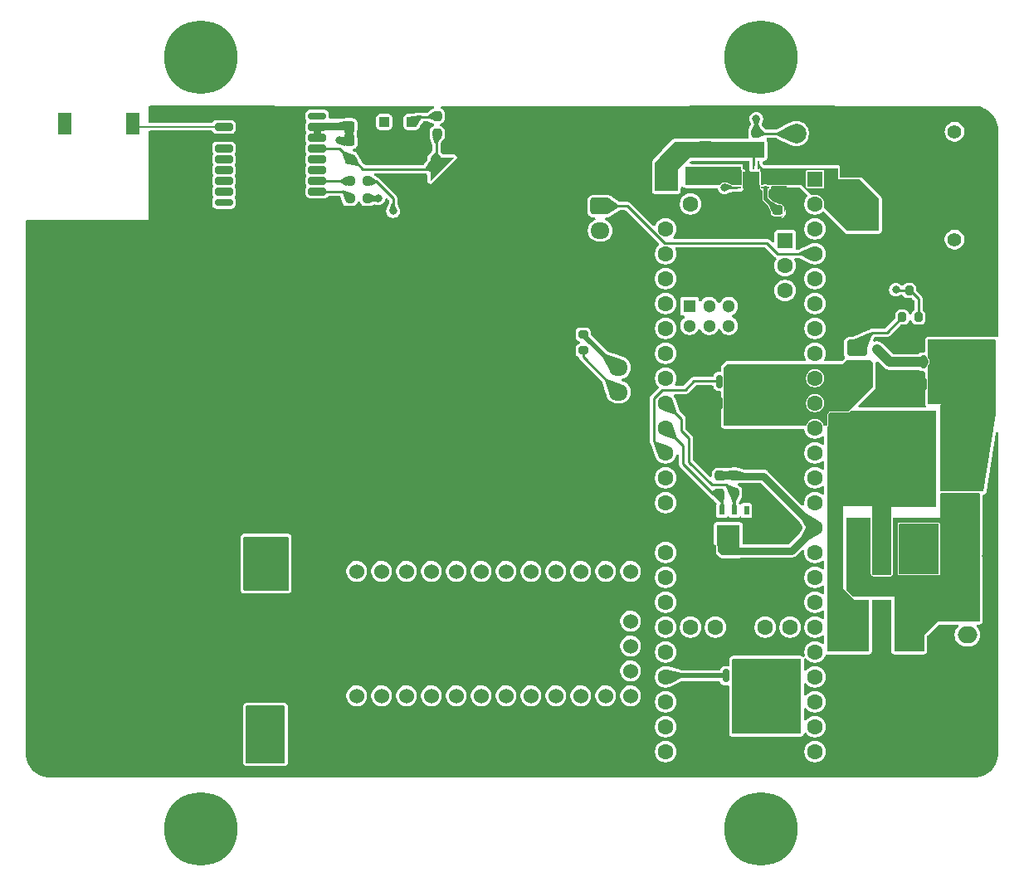
<source format=gtl>
G04 #@! TF.GenerationSoftware,KiCad,Pcbnew,9.0.1*
G04 #@! TF.CreationDate,2025-10-31T13:55:31-04:00*
G04 #@! TF.ProjectId,GHOUL_V1.0,47484f55-4c5f-4563-912e-302e6b696361,rev?*
G04 #@! TF.SameCoordinates,Original*
G04 #@! TF.FileFunction,Copper,L1,Top*
G04 #@! TF.FilePolarity,Positive*
%FSLAX46Y46*%
G04 Gerber Fmt 4.6, Leading zero omitted, Abs format (unit mm)*
G04 Created by KiCad (PCBNEW 9.0.1) date 2025-10-31 13:55:31*
%MOMM*%
%LPD*%
G01*
G04 APERTURE LIST*
G04 Aperture macros list*
%AMRoundRect*
0 Rectangle with rounded corners*
0 $1 Rounding radius*
0 $2 $3 $4 $5 $6 $7 $8 $9 X,Y pos of 4 corners*
0 Add a 4 corners polygon primitive as box body*
4,1,4,$2,$3,$4,$5,$6,$7,$8,$9,$2,$3,0*
0 Add four circle primitives for the rounded corners*
1,1,$1+$1,$2,$3*
1,1,$1+$1,$4,$5*
1,1,$1+$1,$6,$7*
1,1,$1+$1,$8,$9*
0 Add four rect primitives between the rounded corners*
20,1,$1+$1,$2,$3,$4,$5,0*
20,1,$1+$1,$4,$5,$6,$7,0*
20,1,$1+$1,$6,$7,$8,$9,0*
20,1,$1+$1,$8,$9,$2,$3,0*%
%AMFreePoly0*
4,1,12,0.600035,0.600035,0.600050,0.600000,0.600050,-1.800000,0.600035,-1.800035,0.600000,-1.800050,0.599965,-1.800035,-1.800035,0.599965,-1.800050,0.600000,-1.800035,0.600035,-1.800000,0.600050,0.600000,0.600050,0.600035,0.600035,0.600035,0.600035,$1*%
G04 Aperture macros list end*
G04 #@! TA.AperFunction,SMDPad,CuDef*
%ADD10R,3.300000X3.500000*%
G04 #@! TD*
G04 #@! TA.AperFunction,SMDPad,CuDef*
%ADD11C,10.200000*%
G04 #@! TD*
G04 #@! TA.AperFunction,SMDPad,CuDef*
%ADD12RoundRect,0.237500X0.237500X-0.250000X0.237500X0.250000X-0.237500X0.250000X-0.237500X-0.250000X0*%
G04 #@! TD*
G04 #@! TA.AperFunction,SMDPad,CuDef*
%ADD13RoundRect,0.237500X-0.237500X0.250000X-0.237500X-0.250000X0.237500X-0.250000X0.237500X0.250000X0*%
G04 #@! TD*
G04 #@! TA.AperFunction,SMDPad,CuDef*
%ADD14RoundRect,0.062500X-0.350000X-0.062500X0.350000X-0.062500X0.350000X0.062500X-0.350000X0.062500X0*%
G04 #@! TD*
G04 #@! TA.AperFunction,SMDPad,CuDef*
%ADD15RoundRect,0.062500X-0.062500X-0.350000X0.062500X-0.350000X0.062500X0.350000X-0.062500X0.350000X0*%
G04 #@! TD*
G04 #@! TA.AperFunction,HeatsinkPad*
%ADD16C,0.500000*%
G04 #@! TD*
G04 #@! TA.AperFunction,HeatsinkPad*
%ADD17R,1.680000X1.680000*%
G04 #@! TD*
G04 #@! TA.AperFunction,SMDPad,CuDef*
%ADD18RoundRect,0.237500X-0.300000X-0.237500X0.300000X-0.237500X0.300000X0.237500X-0.300000X0.237500X0*%
G04 #@! TD*
G04 #@! TA.AperFunction,SMDPad,CuDef*
%ADD19RoundRect,0.200000X-0.275000X0.200000X-0.275000X-0.200000X0.275000X-0.200000X0.275000X0.200000X0*%
G04 #@! TD*
G04 #@! TA.AperFunction,SMDPad,CuDef*
%ADD20R,0.550000X0.950000*%
G04 #@! TD*
G04 #@! TA.AperFunction,ComponentPad*
%ADD21C,7.500000*%
G04 #@! TD*
G04 #@! TA.AperFunction,SMDPad,CuDef*
%ADD22RoundRect,0.250000X-0.300000X2.050000X-0.300000X-2.050000X0.300000X-2.050000X0.300000X2.050000X0*%
G04 #@! TD*
G04 #@! TA.AperFunction,SMDPad,CuDef*
%ADD23RoundRect,0.250000X-2.375000X2.025000X-2.375000X-2.025000X2.375000X-2.025000X2.375000X2.025000X0*%
G04 #@! TD*
G04 #@! TA.AperFunction,SMDPad,CuDef*
%ADD24RoundRect,0.250002X-5.149998X4.449998X-5.149998X-4.449998X5.149998X-4.449998X5.149998X4.449998X0*%
G04 #@! TD*
G04 #@! TA.AperFunction,SMDPad,CuDef*
%ADD25RoundRect,0.200000X-0.200000X-0.275000X0.200000X-0.275000X0.200000X0.275000X-0.200000X0.275000X0*%
G04 #@! TD*
G04 #@! TA.AperFunction,SMDPad,CuDef*
%ADD26RoundRect,0.150000X-0.150000X0.512500X-0.150000X-0.512500X0.150000X-0.512500X0.150000X0.512500X0*%
G04 #@! TD*
G04 #@! TA.AperFunction,SMDPad,CuDef*
%ADD27RoundRect,0.237500X0.300000X0.237500X-0.300000X0.237500X-0.300000X-0.237500X0.300000X-0.237500X0*%
G04 #@! TD*
G04 #@! TA.AperFunction,SMDPad,CuDef*
%ADD28RoundRect,0.250000X0.300000X-2.050000X0.300000X2.050000X-0.300000X2.050000X-0.300000X-2.050000X0*%
G04 #@! TD*
G04 #@! TA.AperFunction,SMDPad,CuDef*
%ADD29RoundRect,0.250000X2.375000X-2.025000X2.375000X2.025000X-2.375000X2.025000X-2.375000X-2.025000X0*%
G04 #@! TD*
G04 #@! TA.AperFunction,SMDPad,CuDef*
%ADD30RoundRect,0.250002X5.149998X-4.449998X5.149998X4.449998X-5.149998X4.449998X-5.149998X-4.449998X0*%
G04 #@! TD*
G04 #@! TA.AperFunction,SMDPad,CuDef*
%ADD31R,1.362800X2.259800*%
G04 #@! TD*
G04 #@! TA.AperFunction,SMDPad,CuDef*
%ADD32RoundRect,0.237500X-0.250000X-0.237500X0.250000X-0.237500X0.250000X0.237500X-0.250000X0.237500X0*%
G04 #@! TD*
G04 #@! TA.AperFunction,SMDPad,CuDef*
%ADD33RoundRect,0.237500X0.237500X-0.300000X0.237500X0.300000X-0.237500X0.300000X-0.237500X-0.300000X0*%
G04 #@! TD*
G04 #@! TA.AperFunction,SMDPad,CuDef*
%ADD34FreePoly0,90.000000*%
G04 #@! TD*
G04 #@! TA.AperFunction,SMDPad,CuDef*
%ADD35R,1.700000X4.100000*%
G04 #@! TD*
G04 #@! TA.AperFunction,ComponentPad*
%ADD36RoundRect,0.250000X0.750000X-0.600000X0.750000X0.600000X-0.750000X0.600000X-0.750000X-0.600000X0*%
G04 #@! TD*
G04 #@! TA.AperFunction,ComponentPad*
%ADD37O,2.000000X1.700000*%
G04 #@! TD*
G04 #@! TA.AperFunction,ComponentPad*
%ADD38RoundRect,0.250000X-0.750000X0.600000X-0.750000X-0.600000X0.750000X-0.600000X0.750000X0.600000X0*%
G04 #@! TD*
G04 #@! TA.AperFunction,SMDPad,CuDef*
%ADD39RoundRect,0.250000X0.300000X0.300000X-0.300000X0.300000X-0.300000X-0.300000X0.300000X-0.300000X0*%
G04 #@! TD*
G04 #@! TA.AperFunction,SMDPad,CuDef*
%ADD40R,1.200000X1.500000*%
G04 #@! TD*
G04 #@! TA.AperFunction,SMDPad,CuDef*
%ADD41RoundRect,0.237500X-0.237500X0.300000X-0.237500X-0.300000X0.237500X-0.300000X0.237500X0.300000X0*%
G04 #@! TD*
G04 #@! TA.AperFunction,SMDPad,CuDef*
%ADD42RoundRect,0.175000X0.725000X0.175000X-0.725000X0.175000X-0.725000X-0.175000X0.725000X-0.175000X0*%
G04 #@! TD*
G04 #@! TA.AperFunction,SMDPad,CuDef*
%ADD43RoundRect,0.200000X0.700000X0.200000X-0.700000X0.200000X-0.700000X-0.200000X0.700000X-0.200000X0*%
G04 #@! TD*
G04 #@! TA.AperFunction,ComponentPad*
%ADD44RoundRect,0.250000X-0.725000X0.600000X-0.725000X-0.600000X0.725000X-0.600000X0.725000X0.600000X0*%
G04 #@! TD*
G04 #@! TA.AperFunction,ComponentPad*
%ADD45O,1.950000X1.700000*%
G04 #@! TD*
G04 #@! TA.AperFunction,ComponentPad*
%ADD46C,2.000000*%
G04 #@! TD*
G04 #@! TA.AperFunction,ComponentPad*
%ADD47C,1.524000*%
G04 #@! TD*
G04 #@! TA.AperFunction,ComponentPad*
%ADD48C,1.400000*%
G04 #@! TD*
G04 #@! TA.AperFunction,ComponentPad*
%ADD49R,3.500000X3.500000*%
G04 #@! TD*
G04 #@! TA.AperFunction,ComponentPad*
%ADD50C,3.500000*%
G04 #@! TD*
G04 #@! TA.AperFunction,ComponentPad*
%ADD51R,1.600000X1.600000*%
G04 #@! TD*
G04 #@! TA.AperFunction,ComponentPad*
%ADD52C,1.600000*%
G04 #@! TD*
G04 #@! TA.AperFunction,ComponentPad*
%ADD53R,1.300000X1.300000*%
G04 #@! TD*
G04 #@! TA.AperFunction,ComponentPad*
%ADD54C,1.300000*%
G04 #@! TD*
G04 #@! TA.AperFunction,ViaPad*
%ADD55C,0.800000*%
G04 #@! TD*
G04 #@! TA.AperFunction,ViaPad*
%ADD56C,1.200000*%
G04 #@! TD*
G04 #@! TA.AperFunction,Conductor*
%ADD57C,0.156500*%
G04 #@! TD*
G04 #@! TA.AperFunction,Conductor*
%ADD58C,0.250000*%
G04 #@! TD*
G04 #@! TA.AperFunction,Conductor*
%ADD59C,0.800000*%
G04 #@! TD*
G04 #@! TA.AperFunction,Conductor*
%ADD60C,1.000000*%
G04 #@! TD*
G04 #@! TA.AperFunction,Conductor*
%ADD61C,0.500000*%
G04 #@! TD*
G04 #@! TA.AperFunction,Conductor*
%ADD62C,0.400000*%
G04 #@! TD*
G04 #@! TA.AperFunction,Conductor*
%ADD63C,0.750000*%
G04 #@! TD*
G04 APERTURE END LIST*
D10*
X133476051Y-129256051D03*
X133476051Y-113456051D03*
D11*
X133476051Y-121356051D03*
D12*
X179800000Y-105612500D03*
X179800000Y-103787500D03*
D13*
X181338949Y-103746449D03*
X181338949Y-105571449D03*
D14*
X181571051Y-72856051D03*
X181571051Y-73356051D03*
X181571051Y-73856051D03*
X181571051Y-74356051D03*
D15*
X182283551Y-75068551D03*
X182783551Y-75068551D03*
X183283551Y-75068551D03*
X183783551Y-75068551D03*
D14*
X184496051Y-74356051D03*
X184496051Y-73856051D03*
X184496051Y-73356051D03*
X184496051Y-72856051D03*
D15*
X183783551Y-72143551D03*
X183283551Y-72143551D03*
X182783551Y-72143551D03*
X182283551Y-72143551D03*
D16*
X182443551Y-73016051D03*
X182443551Y-74196051D03*
D17*
X183033551Y-73606051D03*
D16*
X183623551Y-73016051D03*
X183623551Y-74196051D03*
D18*
X183991051Y-76716051D03*
X185716051Y-76716051D03*
D19*
X165900000Y-89375000D03*
X165900000Y-91025000D03*
D20*
X180061051Y-109491051D03*
X181311051Y-109491051D03*
X182561051Y-109491051D03*
X183811051Y-109491051D03*
X183811051Y-107341051D03*
X182561051Y-107341051D03*
X181311051Y-107341051D03*
X180061051Y-107341051D03*
D21*
X184046051Y-61116051D03*
D22*
X199156051Y-119036051D03*
D23*
X199391051Y-125761051D03*
X193841051Y-125761051D03*
D24*
X196616051Y-128186051D03*
D23*
X199391051Y-130611051D03*
X193841051Y-130611051D03*
D22*
X194076051Y-119036051D03*
D21*
X126896051Y-61116051D03*
D25*
X198451051Y-87616051D03*
X200101051Y-87616051D03*
D18*
X142038626Y-69685437D03*
X143763626Y-69685437D03*
D26*
X181700000Y-94162500D03*
X180750000Y-94162500D03*
X179800000Y-94162500D03*
X179800000Y-96437500D03*
X180750000Y-96437500D03*
X181700000Y-96437500D03*
D27*
X180668551Y-111296051D03*
X178943551Y-111296051D03*
D28*
X193796051Y-111206051D03*
X196336051Y-111206051D03*
D29*
X193561051Y-104481051D03*
X199111051Y-104481051D03*
D30*
X196336051Y-102056051D03*
D29*
X193561051Y-99631051D03*
X199111051Y-99631051D03*
D28*
X198876051Y-111206051D03*
D25*
X199175000Y-84900000D03*
X200825000Y-84900000D03*
D21*
X126896051Y-139856051D03*
D31*
X113037299Y-67900000D03*
X119962701Y-67900000D03*
D21*
X184046051Y-139856051D03*
D32*
X142087500Y-73750000D03*
X143912500Y-73750000D03*
D12*
X183546051Y-70598551D03*
X183546051Y-68773551D03*
D33*
X181746051Y-70548551D03*
X181746051Y-68823551D03*
D34*
X150900000Y-71900000D03*
D35*
X154850000Y-73350000D03*
D36*
X204700000Y-106650000D03*
D37*
X204700000Y-104150000D03*
D38*
X205100000Y-117550000D03*
D37*
X205100000Y-120050000D03*
D39*
X148400000Y-67700000D03*
X145600000Y-67700000D03*
D40*
X178346051Y-73136051D03*
X178346051Y-70436051D03*
D13*
X151000000Y-67087500D03*
X151000000Y-68912500D03*
D41*
X187613551Y-73263551D03*
X187613551Y-74988551D03*
D26*
X182350000Y-124212500D03*
X181400000Y-124212500D03*
X180450000Y-124212500D03*
X180450000Y-126487500D03*
X181400000Y-126487500D03*
X182350000Y-126487500D03*
X202500000Y-92162500D03*
X201550000Y-92162500D03*
X200600000Y-92162500D03*
X200600000Y-94437500D03*
X201550000Y-94437500D03*
X202500000Y-94437500D03*
D33*
X186053551Y-75016051D03*
X186053551Y-73291051D03*
D42*
X138750000Y-75900000D03*
D43*
X138750000Y-74800000D03*
X138750000Y-73700000D03*
X138750000Y-72600000D03*
X138750000Y-71500000D03*
X138750000Y-70400000D03*
X138750000Y-69300000D03*
X138750000Y-68200000D03*
D42*
X138750000Y-67100000D03*
X129250000Y-67100000D03*
D43*
X129250000Y-68200000D03*
X129250000Y-69300000D03*
X129250000Y-70400000D03*
X129250000Y-71500000D03*
X129250000Y-72600000D03*
X129250000Y-73700000D03*
X129250000Y-74800000D03*
D42*
X129250000Y-75900000D03*
D44*
X167640000Y-76280000D03*
D45*
X167640000Y-78780000D03*
X167640000Y-81280000D03*
D46*
X187636051Y-68896051D03*
D18*
X142038626Y-68085437D03*
X143763626Y-68085437D03*
D27*
X143862500Y-71500000D03*
X142137500Y-71500000D03*
D32*
X142087500Y-75500000D03*
X143912500Y-75500000D03*
D38*
X193826051Y-90756051D03*
D37*
X193826051Y-93256051D03*
D47*
X170726051Y-116091051D03*
X170726051Y-118631051D03*
X170726051Y-121171051D03*
X170726051Y-123711051D03*
X170726051Y-113551051D03*
X170726051Y-126251051D03*
X168186051Y-126251051D03*
X165646051Y-126251051D03*
X163106051Y-126251051D03*
X160566051Y-126251051D03*
X158026051Y-126251051D03*
X155486051Y-126251051D03*
X152946051Y-126251051D03*
X150406051Y-126251051D03*
X147866051Y-126251051D03*
X145326051Y-126251051D03*
X142786051Y-126251051D03*
X168186051Y-113551051D03*
X165646051Y-113551051D03*
X163106051Y-113551051D03*
X158026051Y-113551051D03*
X160566051Y-113551051D03*
X155486051Y-113551051D03*
X152946051Y-113551051D03*
X150406051Y-113551051D03*
X147866051Y-113551051D03*
X145326051Y-113551051D03*
X142786051Y-113551051D03*
D48*
X203786051Y-79696051D03*
X203786051Y-68696051D03*
D49*
X193786051Y-71696051D03*
D50*
X193786051Y-76696051D03*
D51*
X189556051Y-73526051D03*
D52*
X189556051Y-76066051D03*
X189556051Y-78606051D03*
X189556051Y-81146051D03*
X189556051Y-83686051D03*
X189556051Y-86226051D03*
X189556051Y-88766051D03*
X189556051Y-91306051D03*
X189556051Y-93846051D03*
X189556051Y-96386051D03*
X189556051Y-98926051D03*
X189556051Y-101466051D03*
X189556051Y-104006051D03*
X189556051Y-106546051D03*
X189556051Y-109086051D03*
X189556051Y-111626051D03*
X189556051Y-114166051D03*
X189556051Y-116706051D03*
X189556051Y-119246051D03*
X189556051Y-121786051D03*
X189556051Y-124326051D03*
X189556051Y-126866051D03*
X189556051Y-129406051D03*
X189556051Y-131946051D03*
X174316051Y-131946051D03*
X174316051Y-129406051D03*
X174316051Y-126866051D03*
X174316051Y-124326051D03*
X174316051Y-121786051D03*
X174316051Y-119246051D03*
X174316051Y-116706051D03*
X174316051Y-114166051D03*
X174316051Y-111626051D03*
X174316051Y-109086051D03*
X174316051Y-106546051D03*
X174316051Y-104006051D03*
X174316051Y-101466051D03*
X174316051Y-98926051D03*
X174316051Y-96386051D03*
X174316051Y-93846051D03*
X174316051Y-91306051D03*
X174316051Y-88766051D03*
X174316051Y-86226051D03*
X174316051Y-83686051D03*
X174316051Y-81146051D03*
X174316051Y-78606051D03*
X174316051Y-76066051D03*
X174316051Y-73526051D03*
X176856051Y-76066051D03*
X187016051Y-119246051D03*
X184476051Y-119246051D03*
X181936051Y-119246051D03*
X179396051Y-119246051D03*
X176856051Y-119246051D03*
D51*
X186505251Y-79825251D03*
D52*
X186505251Y-82365251D03*
X186505251Y-84905251D03*
X186505251Y-87445251D03*
X186505251Y-89985251D03*
D53*
X176754451Y-86496051D03*
D54*
X178754451Y-86496051D03*
X180754451Y-86496051D03*
X180754451Y-88496051D03*
X178754451Y-88496051D03*
X176754451Y-88496051D03*
D44*
X169500000Y-90266051D03*
D45*
X169500000Y-92766051D03*
X169500000Y-95266051D03*
D55*
X132271051Y-132366051D03*
X134941051Y-110586051D03*
X132351051Y-110566051D03*
X134591051Y-132316051D03*
X186996051Y-129426051D03*
X181936051Y-129386051D03*
X184536051Y-129446051D03*
X204000000Y-72000000D03*
X117000000Y-107000000D03*
X145000000Y-99000000D03*
X121000000Y-83000000D03*
X136500000Y-69000000D03*
X129000000Y-79000000D03*
X165000000Y-107000000D03*
X157000000Y-83000000D03*
X145000000Y-103000000D03*
X161000000Y-71000000D03*
X169000000Y-67000000D03*
X133000000Y-99000000D03*
X133000000Y-87000000D03*
X157000000Y-67000000D03*
X113000000Y-87000000D03*
X137000000Y-107000000D03*
X199000000Y-96000000D03*
X129000000Y-103000000D03*
X145000000Y-91000000D03*
X136500000Y-77000000D03*
X200000000Y-72000000D03*
X161000000Y-87000000D03*
X145000000Y-131000000D03*
X161000000Y-131000000D03*
X136500000Y-73000000D03*
X132500000Y-75000000D03*
X157000000Y-103000000D03*
X121000000Y-127000000D03*
X134500000Y-75000000D03*
X157000000Y-87000000D03*
X133000000Y-83000000D03*
X121000000Y-79000000D03*
X161000000Y-67000000D03*
X186000000Y-101000000D03*
X137000000Y-95000000D03*
X113000000Y-107000000D03*
X134500000Y-67000000D03*
X206000000Y-125000000D03*
X113000000Y-83000000D03*
X199000000Y-94000000D03*
X173000000Y-71000000D03*
X117000000Y-103000000D03*
X136500000Y-67000000D03*
X129000000Y-107000000D03*
X165000000Y-71000000D03*
X149000000Y-83000000D03*
X129000000Y-95000000D03*
X197000000Y-96000000D03*
X123500000Y-71000000D03*
X169000000Y-103000000D03*
X125000000Y-95000000D03*
X132500000Y-73000000D03*
X153000000Y-83000000D03*
X113000000Y-127000000D03*
X129000000Y-83000000D03*
X121000000Y-99000000D03*
X132500000Y-69000000D03*
X186000000Y-114000000D03*
X157000000Y-99000000D03*
X194000000Y-68000000D03*
X196000000Y-88000000D03*
X187000000Y-102000000D03*
X161000000Y-79000000D03*
X121000000Y-95000000D03*
X207000000Y-112000000D03*
X204000000Y-76000000D03*
X165000000Y-131000000D03*
X137000000Y-99000000D03*
X207000000Y-82000000D03*
X149000000Y-107000000D03*
X145000000Y-79000000D03*
X125000000Y-111000000D03*
X165000000Y-67000000D03*
X153000000Y-131000000D03*
X141000000Y-91000000D03*
X117000000Y-115000000D03*
X165000000Y-103000000D03*
X153000000Y-103000000D03*
X149000000Y-103000000D03*
X153000000Y-95000000D03*
X192000000Y-88000000D03*
X133000000Y-107000000D03*
X117000000Y-91000000D03*
X121000000Y-103000000D03*
X207000000Y-74000000D03*
X132500000Y-77000000D03*
X200000000Y-76000000D03*
X113000000Y-119000000D03*
X178000000Y-99000000D03*
X187000000Y-104000000D03*
X113000000Y-123000000D03*
X117000000Y-83000000D03*
X125000000Y-119000000D03*
X197000000Y-94000000D03*
X206000000Y-69000000D03*
X117000000Y-123000000D03*
X137000000Y-103000000D03*
X180000000Y-101000000D03*
X136500000Y-71000000D03*
X141000000Y-107000000D03*
X117000000Y-131000000D03*
X117000000Y-111000000D03*
X125000000Y-131000000D03*
X133000000Y-91000000D03*
X149000000Y-91000000D03*
X145000000Y-95000000D03*
X121000000Y-131000000D03*
X125000000Y-127000000D03*
X125000000Y-91000000D03*
X125000000Y-87000000D03*
X117000000Y-99000000D03*
X123500000Y-73000000D03*
X173000000Y-67000000D03*
X117000000Y-127000000D03*
X178000000Y-96000000D03*
X113000000Y-91000000D03*
X113000000Y-111000000D03*
X200000000Y-80000000D03*
X149000000Y-79000000D03*
X169000000Y-131000000D03*
X145000000Y-107000000D03*
X141000000Y-87000000D03*
X161000000Y-103000000D03*
X129000000Y-87000000D03*
X129000000Y-99000000D03*
X125000000Y-99000000D03*
X141000000Y-83000000D03*
X113000000Y-95000000D03*
X161000000Y-91000000D03*
X134500000Y-73000000D03*
X121000000Y-123000000D03*
X123500000Y-77000000D03*
X157000000Y-107000000D03*
X196000000Y-80000000D03*
X134500000Y-71000000D03*
X157000000Y-131000000D03*
X113000000Y-99000000D03*
X134500000Y-69000000D03*
X132500000Y-71000000D03*
X157000000Y-71000000D03*
X177000000Y-114000000D03*
X161000000Y-75000000D03*
X137000000Y-87000000D03*
X121000000Y-87000000D03*
X121000000Y-115000000D03*
X149000000Y-131000000D03*
X200000000Y-68000000D03*
X133000000Y-79000000D03*
X121000000Y-111000000D03*
X157000000Y-91000000D03*
X117000000Y-79000000D03*
X113000000Y-103000000D03*
X133000000Y-103000000D03*
X117000000Y-119000000D03*
X123500000Y-67000000D03*
X192000000Y-84000000D03*
X207493629Y-106139228D03*
X141000000Y-103000000D03*
X129000000Y-91000000D03*
X141000000Y-99000000D03*
X125000000Y-123000000D03*
X161000000Y-95000000D03*
X153000000Y-79000000D03*
X145000000Y-87000000D03*
X161000000Y-83000000D03*
X141000000Y-95000000D03*
X137000000Y-83000000D03*
X149000000Y-99000000D03*
X136500000Y-75000000D03*
X204000000Y-133000000D03*
X125000000Y-115000000D03*
X153000000Y-99000000D03*
X125000000Y-79000000D03*
X169000000Y-107000000D03*
X125000000Y-83000000D03*
X121000000Y-119000000D03*
X123500000Y-75000000D03*
X125000000Y-107000000D03*
X121000000Y-91000000D03*
X132500000Y-67000000D03*
X113000000Y-115000000D03*
X141000000Y-131000000D03*
X137000000Y-79000000D03*
X133000000Y-95000000D03*
X125000000Y-103000000D03*
X157000000Y-75000000D03*
X177000000Y-67000000D03*
X196000000Y-84000000D03*
X178000000Y-102000000D03*
X161000000Y-107000000D03*
X113000000Y-79000000D03*
X181000000Y-114000000D03*
X121000000Y-107000000D03*
X169000000Y-71000000D03*
X153000000Y-107000000D03*
X192000000Y-80000000D03*
X113000000Y-131000000D03*
X117000000Y-95000000D03*
X149000000Y-95000000D03*
X137000000Y-91000000D03*
X157000000Y-79000000D03*
X134500000Y-77000000D03*
X153000000Y-87000000D03*
X117000000Y-87000000D03*
X195856051Y-90886051D03*
X197800000Y-84816051D03*
X146500000Y-76800000D03*
X145000000Y-75500000D03*
D56*
X201116051Y-110026051D03*
X201136051Y-112496051D03*
D55*
X180316051Y-74366051D03*
X183566051Y-67386051D03*
X141000000Y-69600000D03*
X123500000Y-69000000D03*
D57*
X129250000Y-68200000D02*
X120450000Y-68200000D01*
X120450000Y-68200000D02*
X120150000Y-67900000D01*
X120150000Y-67900000D02*
X119962701Y-67900000D01*
D58*
X138800000Y-73750000D02*
X142087500Y-73750000D01*
X141387500Y-74800000D02*
X142087500Y-75500000D01*
X138750000Y-73700000D02*
X138800000Y-73750000D01*
X138750000Y-74800000D02*
X141387500Y-74800000D01*
X138750000Y-70400000D02*
X141037500Y-70400000D01*
X141037500Y-70400000D02*
X142137500Y-71500000D01*
D59*
X138750000Y-68200000D02*
X138864563Y-68085437D01*
X138864563Y-68085437D02*
X142038626Y-68085437D01*
D58*
X146000000Y-75000000D02*
X144750000Y-73750000D01*
X146000000Y-75000000D02*
X146500000Y-75500000D01*
X146500000Y-75500000D02*
X146500000Y-76800000D01*
X144750000Y-73750000D02*
X143912500Y-73750000D01*
X145000000Y-75500000D02*
X143912500Y-75500000D01*
X142137500Y-71500000D02*
X142437500Y-71500000D01*
X142437500Y-71500000D02*
X143437500Y-72500000D01*
X143437500Y-72500000D02*
X150300000Y-72500000D01*
X150300000Y-72500000D02*
X150900000Y-71900000D01*
D59*
X141000000Y-69600000D02*
X141953189Y-69600000D01*
X141953189Y-69600000D02*
X142038626Y-69685437D01*
D58*
X148912500Y-67187500D02*
X150900000Y-67187500D01*
X148400000Y-67700000D02*
X148912500Y-67187500D01*
X150900000Y-67187500D02*
X151000000Y-67087500D01*
X150900000Y-69012500D02*
X150900000Y-71900000D01*
X151000000Y-68912500D02*
X150900000Y-69012500D01*
X133491051Y-113686051D02*
X133941051Y-113236051D01*
X186081051Y-74988551D02*
X186053551Y-75016051D01*
X186053551Y-75016051D02*
X185691051Y-75016051D01*
X170430000Y-76280000D02*
X172805000Y-78655000D01*
X171346051Y-77216051D02*
X171366051Y-77216051D01*
X184602051Y-80026051D02*
X185722051Y-81146051D01*
X185722051Y-81146051D02*
X189556051Y-81146051D01*
X172805000Y-78655000D02*
X174176051Y-80026051D01*
X171366051Y-77216051D02*
X172805000Y-78655000D01*
X174176051Y-80026051D02*
X184602051Y-80026051D01*
X167640000Y-76280000D02*
X170430000Y-76280000D01*
D60*
X200562500Y-92200000D02*
X197170000Y-92200000D01*
X200600000Y-92162500D02*
X200562500Y-92200000D01*
X197170000Y-92200000D02*
X195856051Y-90886051D01*
D61*
X174429602Y-124212500D02*
X174316051Y-124326051D01*
X180450000Y-124212500D02*
X174429602Y-124212500D01*
D58*
X199260000Y-84900000D02*
X199175000Y-84900000D01*
X200101051Y-87616051D02*
X200101051Y-85741051D01*
X197883949Y-84900000D02*
X197800000Y-84816051D01*
X200101051Y-85741051D02*
X199780000Y-85420000D01*
X199780000Y-85420000D02*
X199176051Y-84816051D01*
X199780000Y-85420000D02*
X199260000Y-84900000D01*
X199175000Y-84900000D02*
X197883949Y-84900000D01*
D61*
X169276051Y-92751051D02*
X169276051Y-92766051D01*
X165871051Y-89346051D02*
X169276051Y-92751051D01*
D58*
X180061051Y-105873551D02*
X179800000Y-105612500D01*
X176100000Y-100710000D02*
X174316051Y-98926051D01*
X176100000Y-102600000D02*
X176100000Y-100710000D01*
X179800000Y-105612500D02*
X179112500Y-105612500D01*
X179112500Y-105612500D02*
X176100000Y-102600000D01*
X180061051Y-107341051D02*
X180061051Y-105873551D01*
X176700000Y-100000000D02*
X176700000Y-102400000D01*
X175900000Y-97970000D02*
X175900000Y-99200000D01*
X180467500Y-104700000D02*
X181338949Y-105571449D01*
X174316051Y-96386051D02*
X175900000Y-97970000D01*
X181311051Y-107341051D02*
X181311051Y-105599347D01*
X175900000Y-99200000D02*
X176700000Y-100000000D01*
X176700000Y-102400000D02*
X179000000Y-104700000D01*
X181311051Y-105599347D02*
X181338949Y-105571449D01*
X179000000Y-104700000D02*
X180467500Y-104700000D01*
X199086051Y-101046051D02*
X199086051Y-100266051D01*
X195382102Y-89200000D02*
X193826051Y-90756051D01*
X198451051Y-87616051D02*
X196867102Y-89200000D01*
X183783551Y-72143551D02*
X184496051Y-72856051D01*
X196867102Y-89200000D02*
X195382102Y-89200000D01*
X183546051Y-67406051D02*
X183566051Y-67386051D01*
X180316051Y-74366051D02*
X181561051Y-74366051D01*
X181561051Y-74366051D02*
X181571051Y-74356051D01*
X187636051Y-68896051D02*
X183668551Y-68896051D01*
X183668551Y-68896051D02*
X183546051Y-68773551D01*
X183546051Y-68773551D02*
X183546051Y-67406051D01*
D62*
X184496051Y-75496051D02*
X185716051Y-76716051D01*
X184496051Y-74356051D02*
X184496051Y-75496051D01*
D58*
X183283551Y-72143551D02*
X183283551Y-70861051D01*
X183283551Y-70861051D02*
X183546051Y-70598551D01*
X180828551Y-111456051D02*
X180668551Y-111296051D01*
X169500000Y-95266051D02*
X165900000Y-91666051D01*
X165900000Y-91666051D02*
X165900000Y-91025000D01*
D63*
X189556051Y-109086051D02*
X187186051Y-111456051D01*
X189556051Y-109086051D02*
X184298551Y-103828551D01*
X181421051Y-103828551D02*
X181338949Y-103746449D01*
D59*
X138750000Y-69300000D02*
X138750000Y-68200000D01*
D63*
X179841051Y-103746449D02*
X179800000Y-103787500D01*
X181338949Y-103746449D02*
X179841051Y-103746449D01*
X184298551Y-103828551D02*
X181421051Y-103828551D01*
X187186051Y-111456051D02*
X180828551Y-111456051D01*
D59*
X142038626Y-69685437D02*
X142038626Y-68085437D01*
D58*
X173139051Y-95860949D02*
X173139051Y-100289051D01*
X179800000Y-94162500D02*
X179787500Y-94150000D01*
X176326949Y-95023051D02*
X173976949Y-95023051D01*
X173976949Y-95023051D02*
X173139051Y-95860949D01*
X177200000Y-94150000D02*
X176326949Y-95023051D01*
X179787500Y-94150000D02*
X177200000Y-94150000D01*
X173139051Y-100289051D02*
X174316051Y-101466051D01*
G04 #@! TA.AperFunction,Conductor*
G36*
X202167745Y-108724357D02*
G01*
X202186051Y-108768551D01*
X202186051Y-113743551D01*
X202167745Y-113787745D01*
X202123551Y-113806051D01*
X198168551Y-113806051D01*
X198124357Y-113787745D01*
X198106051Y-113743551D01*
X198106051Y-108768551D01*
X198124357Y-108724357D01*
X198168551Y-108706051D01*
X202123551Y-108706051D01*
X202167745Y-108724357D01*
G37*
G04 #@! TD.AperFunction*
G04 #@! TA.AperFunction,Conductor*
G36*
X181854357Y-108834357D02*
G01*
X181857745Y-108837745D01*
X181876051Y-108881939D01*
X181876051Y-111843551D01*
X181857745Y-111887745D01*
X181813551Y-111906051D01*
X180101939Y-111906051D01*
X180057745Y-111887745D01*
X179626857Y-111456857D01*
X179608551Y-111412663D01*
X179608551Y-111023911D01*
X179598214Y-110952963D01*
X179595980Y-110948394D01*
X179544714Y-110843526D01*
X179544357Y-110843169D01*
X179544216Y-110842830D01*
X179541704Y-110839311D01*
X179542518Y-110838729D01*
X179526051Y-110798975D01*
X179526051Y-108878551D01*
X179544357Y-108834357D01*
X179588551Y-108816051D01*
X181810163Y-108816051D01*
X181854357Y-108834357D01*
G37*
G04 #@! TD.AperFunction*
G04 #@! TA.AperFunction,Conductor*
G36*
X206337745Y-105584357D02*
G01*
X206356051Y-105628551D01*
X206356051Y-118603551D01*
X206337745Y-118647745D01*
X206293551Y-118666051D01*
X202036051Y-118666051D01*
X200676051Y-120026051D01*
X200676051Y-121653551D01*
X200657745Y-121697745D01*
X200613551Y-121716051D01*
X197688551Y-121716051D01*
X197644357Y-121697745D01*
X197626051Y-121653551D01*
X197626051Y-116146050D01*
X197620464Y-116143736D01*
X197600188Y-116130188D01*
X197596051Y-116126051D01*
X193489323Y-116126051D01*
X193445129Y-116107745D01*
X192774357Y-115436973D01*
X192756051Y-115392779D01*
X192756051Y-108138551D01*
X192774357Y-108094357D01*
X192818551Y-108076051D01*
X195171051Y-108076051D01*
X195215245Y-108094357D01*
X195233551Y-108138551D01*
X195233551Y-113780163D01*
X195243636Y-113830867D01*
X195243636Y-113830868D01*
X195261942Y-113875060D01*
X195261944Y-113875065D01*
X195288131Y-113914257D01*
X195290665Y-113918049D01*
X195374053Y-114001437D01*
X195417039Y-114030159D01*
X195461233Y-114048465D01*
X195511939Y-114058551D01*
X197273551Y-114058551D01*
X197324257Y-114048465D01*
X197368451Y-114030159D01*
X197393312Y-114016584D01*
X197440159Y-113958451D01*
X197458465Y-113914257D01*
X197468551Y-113863551D01*
X197468551Y-108768550D01*
X197973551Y-108768550D01*
X197973551Y-113743551D01*
X197980833Y-113780163D01*
X197983637Y-113794257D01*
X197995660Y-113823283D01*
X198001941Y-113838447D01*
X198001949Y-113838464D01*
X198015515Y-113863308D01*
X198015516Y-113863309D01*
X198015518Y-113863312D01*
X198073651Y-113910159D01*
X198117845Y-113928465D01*
X198168551Y-113938551D01*
X202123551Y-113938551D01*
X202174257Y-113928465D01*
X202218451Y-113910159D01*
X202243312Y-113896584D01*
X202290159Y-113838451D01*
X202308465Y-113794257D01*
X202318551Y-113743551D01*
X202318551Y-108768551D01*
X202308465Y-108717845D01*
X202290159Y-108673651D01*
X202290156Y-108673645D01*
X202290152Y-108673637D01*
X202276586Y-108648793D01*
X202276585Y-108648792D01*
X202276584Y-108648790D01*
X202227901Y-108609558D01*
X202218450Y-108601942D01*
X202197615Y-108593312D01*
X202174257Y-108583637D01*
X202174253Y-108583636D01*
X202123551Y-108573551D01*
X198168551Y-108573551D01*
X198117848Y-108583636D01*
X198117846Y-108583636D01*
X198117845Y-108583637D01*
X198107124Y-108588077D01*
X198073654Y-108601941D01*
X198073637Y-108601949D01*
X198048793Y-108615515D01*
X198048791Y-108615517D01*
X198001942Y-108673651D01*
X197983636Y-108717848D01*
X197973551Y-108768550D01*
X197468551Y-108768550D01*
X197468551Y-108138551D01*
X197486857Y-108094357D01*
X197531051Y-108076051D01*
X202356051Y-108076051D01*
X202356051Y-105628551D01*
X202374357Y-105584357D01*
X202418551Y-105566051D01*
X206293551Y-105566051D01*
X206337745Y-105584357D01*
G37*
G04 #@! TD.AperFunction*
G04 #@! TA.AperFunction,Conductor*
G36*
X135404090Y-127265736D02*
G01*
X135449845Y-127318540D01*
X135461051Y-127370051D01*
X135461051Y-133012051D01*
X135441366Y-133079090D01*
X135388562Y-133124845D01*
X135337051Y-133136051D01*
X131595051Y-133136051D01*
X131528012Y-133116366D01*
X131482257Y-133063562D01*
X131471051Y-133012051D01*
X131471051Y-127370051D01*
X131490736Y-127303012D01*
X131543540Y-127257257D01*
X131595051Y-127246051D01*
X135337051Y-127246051D01*
X135404090Y-127265736D01*
G37*
G04 #@! TD.AperFunction*
G04 #@! TA.AperFunction,Conductor*
G36*
X207947745Y-89924357D02*
G01*
X207966051Y-89968551D01*
X207966051Y-97483739D01*
X207965332Y-97493193D01*
X206764168Y-105343005D01*
X206739388Y-105383921D01*
X206702387Y-105396051D01*
X202418551Y-105396051D01*
X202374357Y-105377745D01*
X202356051Y-105333551D01*
X202356051Y-96542881D01*
X202374357Y-96498687D01*
X202412626Y-96480663D01*
X202594338Y-96463357D01*
X202776051Y-96446051D01*
X202776050Y-96446051D01*
X201128551Y-96446051D01*
X201084357Y-96427745D01*
X201066051Y-96383551D01*
X201066051Y-92609756D01*
X201084357Y-92565562D01*
X201087411Y-92562508D01*
X201156083Y-92459732D01*
X201203386Y-92345535D01*
X201227500Y-92224303D01*
X201227500Y-92100697D01*
X201203386Y-91979465D01*
X201156083Y-91865268D01*
X201087411Y-91762492D01*
X201084357Y-91759438D01*
X201066051Y-91715244D01*
X201066051Y-89968551D01*
X201084357Y-89924357D01*
X201128551Y-89906051D01*
X207903551Y-89906051D01*
X207947745Y-89924357D01*
G37*
G04 #@! TD.AperFunction*
G04 #@! TA.AperFunction,Conductor*
G36*
X195204357Y-92004357D02*
G01*
X195427745Y-92227745D01*
X195446051Y-92271939D01*
X195446051Y-94700162D01*
X195427745Y-94744356D01*
X192961855Y-97210245D01*
X192917661Y-97228551D01*
X191150225Y-97228551D01*
X191076849Y-97239241D01*
X191076848Y-97239241D01*
X191076847Y-97239242D01*
X190997754Y-97277908D01*
X190963659Y-97294576D01*
X190874576Y-97383659D01*
X190819240Y-97496851D01*
X190818764Y-97498911D01*
X190818589Y-97501330D01*
X190808551Y-97570226D01*
X190808551Y-98623551D01*
X190790245Y-98667745D01*
X190746051Y-98686051D01*
X190502320Y-98686051D01*
X190458126Y-98667745D01*
X190444578Y-98647469D01*
X190422616Y-98594449D01*
X190377991Y-98486715D01*
X190276487Y-98334804D01*
X190147298Y-98205615D01*
X190147297Y-98205614D01*
X189995389Y-98104112D01*
X189995387Y-98104111D01*
X189826591Y-98034193D01*
X189647402Y-97998551D01*
X189464700Y-97998551D01*
X189285510Y-98034193D01*
X189116714Y-98104111D01*
X189116712Y-98104112D01*
X188964804Y-98205614D01*
X188835614Y-98334804D01*
X188734112Y-98486712D01*
X188734111Y-98486714D01*
X188667524Y-98647469D01*
X188633699Y-98681294D01*
X188609782Y-98686051D01*
X180318551Y-98686051D01*
X180274357Y-98667745D01*
X180256051Y-98623551D01*
X180256051Y-96294699D01*
X188628551Y-96294699D01*
X188628551Y-96477402D01*
X188664193Y-96656591D01*
X188664194Y-96656593D01*
X188734111Y-96825387D01*
X188835615Y-96977298D01*
X188964804Y-97106487D01*
X189116715Y-97207991D01*
X189285509Y-97277908D01*
X189464700Y-97313551D01*
X189647402Y-97313551D01*
X189826593Y-97277908D01*
X189995387Y-97207991D01*
X190147298Y-97106487D01*
X190276487Y-96977298D01*
X190377991Y-96825387D01*
X190447908Y-96656593D01*
X190483551Y-96477402D01*
X190483551Y-96294700D01*
X190447908Y-96115509D01*
X190377991Y-95946715D01*
X190276487Y-95794804D01*
X190147298Y-95665615D01*
X190124216Y-95650192D01*
X189995389Y-95564112D01*
X189995387Y-95564111D01*
X189826591Y-95494193D01*
X189647402Y-95458551D01*
X189464700Y-95458551D01*
X189285510Y-95494193D01*
X189116714Y-95564111D01*
X189116712Y-95564112D01*
X188964804Y-95665614D01*
X188835614Y-95794804D01*
X188734112Y-95946712D01*
X188734111Y-95946714D01*
X188664193Y-96115510D01*
X188628551Y-96294699D01*
X180256051Y-96294699D01*
X180256051Y-93754699D01*
X188628551Y-93754699D01*
X188628551Y-93937402D01*
X188664193Y-94116591D01*
X188664194Y-94116593D01*
X188734111Y-94285387D01*
X188835615Y-94437298D01*
X188964804Y-94566487D01*
X189116715Y-94667991D01*
X189285509Y-94737908D01*
X189464700Y-94773551D01*
X189647402Y-94773551D01*
X189826593Y-94737908D01*
X189995387Y-94667991D01*
X190147298Y-94566487D01*
X190276487Y-94437298D01*
X190377991Y-94285387D01*
X190447908Y-94116593D01*
X190483551Y-93937402D01*
X190483551Y-93754700D01*
X190447908Y-93575509D01*
X190377991Y-93406715D01*
X190276487Y-93254804D01*
X190147298Y-93125615D01*
X190147297Y-93125614D01*
X189995389Y-93024112D01*
X189995387Y-93024111D01*
X189826591Y-92954193D01*
X189647402Y-92918551D01*
X189464700Y-92918551D01*
X189285510Y-92954193D01*
X189116714Y-93024111D01*
X189116712Y-93024112D01*
X188964804Y-93125614D01*
X188835614Y-93254804D01*
X188734112Y-93406712D01*
X188734111Y-93406714D01*
X188664193Y-93575510D01*
X188628551Y-93754699D01*
X180256051Y-93754699D01*
X180256051Y-92781939D01*
X180274357Y-92737745D01*
X180587745Y-92424357D01*
X180631939Y-92406051D01*
X192376051Y-92406051D01*
X192777745Y-92004357D01*
X192821939Y-91986051D01*
X195160163Y-91986051D01*
X195204357Y-92004357D01*
G37*
G04 #@! TD.AperFunction*
G04 #@! TA.AperFunction,Conductor*
G36*
X182012745Y-72304357D02*
G01*
X182031051Y-72348551D01*
X182031051Y-72512263D01*
X182042074Y-72567684D01*
X182042075Y-72567686D01*
X182084212Y-72630748D01*
X182093544Y-72677664D01*
X182084212Y-72700193D01*
X182073450Y-72716298D01*
X182073449Y-72716302D01*
X182066051Y-72753493D01*
X182066051Y-74052514D01*
X182047745Y-74096708D01*
X182003551Y-74115014D01*
X181991359Y-74113813D01*
X181939766Y-74103551D01*
X181939763Y-74103551D01*
X181202339Y-74103551D01*
X181202335Y-74103551D01*
X181165354Y-74110907D01*
X181131256Y-74108143D01*
X180922705Y-74030094D01*
X180543079Y-73888021D01*
X180519658Y-73874499D01*
X180474908Y-73862507D01*
X180472087Y-73861452D01*
X180472086Y-73861451D01*
X180453390Y-73854455D01*
X180443337Y-73851143D01*
X180441557Y-73850635D01*
X180435430Y-73850376D01*
X180421897Y-73848303D01*
X180404253Y-73843575D01*
X180385499Y-73838551D01*
X180385498Y-73838551D01*
X180246604Y-73838551D01*
X180246603Y-73838551D01*
X180246597Y-73838552D01*
X180112447Y-73874497D01*
X180112444Y-73874498D01*
X179992156Y-73943947D01*
X179992152Y-73943950D01*
X179893950Y-74042152D01*
X179893947Y-74042156D01*
X179863553Y-74094801D01*
X179825602Y-74123921D01*
X179809426Y-74126051D01*
X176358551Y-74126051D01*
X176314357Y-74107745D01*
X176296051Y-74063551D01*
X176296051Y-72348551D01*
X176314357Y-72304357D01*
X176358551Y-72286051D01*
X181968551Y-72286051D01*
X182012745Y-72304357D01*
G37*
G04 #@! TD.AperFunction*
G04 #@! TA.AperFunction,Conductor*
G36*
X184367745Y-69724357D02*
G01*
X184386051Y-69768551D01*
X184386051Y-71313551D01*
X184367745Y-71357745D01*
X184323551Y-71376051D01*
X176736051Y-71376051D01*
X175546051Y-72566051D01*
X175546051Y-74693551D01*
X175527745Y-74737745D01*
X175483551Y-74756051D01*
X173298551Y-74756051D01*
X173254357Y-74737745D01*
X173236051Y-74693551D01*
X173236051Y-71882083D01*
X173253012Y-71839276D01*
X173705652Y-71357745D01*
X175239733Y-69725744D01*
X175283340Y-69706081D01*
X175285272Y-69706051D01*
X184323551Y-69706051D01*
X184367745Y-69724357D01*
G37*
G04 #@! TD.AperFunction*
G04 #@! TA.AperFunction,Conductor*
G36*
X183868551Y-74043555D02*
G01*
X183878635Y-74094249D01*
X183878637Y-74094257D01*
X183896945Y-74138456D01*
X183896946Y-74138458D01*
X183909150Y-74160807D01*
X183910518Y-74163312D01*
X183910716Y-74163471D01*
X183911032Y-74163926D01*
X183918352Y-74172686D01*
X183917568Y-74173340D01*
X183950564Y-74220862D01*
X183955929Y-74268747D01*
X183956051Y-74268747D01*
X183956051Y-74269835D01*
X183956313Y-74272174D01*
X183956051Y-74274834D01*
X183956051Y-74437267D01*
X183967073Y-74492682D01*
X183967075Y-74492686D01*
X184009068Y-74555533D01*
X184071915Y-74597526D01*
X184083203Y-74602202D01*
X184082434Y-74604058D01*
X184130653Y-74629280D01*
X184165227Y-74689996D01*
X184168551Y-74718513D01*
X184168551Y-75452935D01*
X184168551Y-75539167D01*
X184190870Y-75622461D01*
X184233985Y-75697139D01*
X184233987Y-75697142D01*
X184677504Y-76140659D01*
X184701274Y-76173983D01*
X185038502Y-76865414D01*
X185051051Y-76919771D01*
X185051051Y-76988191D01*
X185061388Y-77059139D01*
X185061388Y-77059140D01*
X185061389Y-77059142D01*
X185114887Y-77168576D01*
X185201025Y-77254714D01*
X185305794Y-77305931D01*
X185310463Y-77308214D01*
X185381411Y-77318551D01*
X185381416Y-77318551D01*
X186050686Y-77318551D01*
X186050691Y-77318551D01*
X186121639Y-77308214D01*
X186207334Y-77266319D01*
X185606051Y-78523551D01*
X183806051Y-78523551D01*
X183806051Y-73023551D01*
X183868551Y-73021318D01*
X183868551Y-74043555D01*
G37*
G04 #@! TD.AperFunction*
G04 #@! TA.AperFunction,Conductor*
G36*
X186706051Y-76223551D02*
G01*
X186381051Y-76903096D01*
X186381051Y-76443911D01*
X186370714Y-76372963D01*
X186361915Y-76354964D01*
X186317214Y-76263525D01*
X186231076Y-76177387D01*
X186121642Y-76123889D01*
X186121640Y-76123888D01*
X186121639Y-76123888D01*
X186050691Y-76113551D01*
X186050686Y-76113551D01*
X185985717Y-76113551D01*
X185927932Y-76099264D01*
X185172300Y-75701281D01*
X185142404Y-75679249D01*
X184859870Y-75396715D01*
X184826385Y-75335392D01*
X184823551Y-75309034D01*
X184823551Y-74718513D01*
X184843236Y-74651474D01*
X184896040Y-74605719D01*
X184915864Y-74599316D01*
X184920182Y-74597527D01*
X184920185Y-74597527D01*
X184983033Y-74555533D01*
X185025027Y-74492685D01*
X185036051Y-74437263D01*
X185036051Y-74362551D01*
X185055736Y-74295512D01*
X185108540Y-74249757D01*
X185160051Y-74238551D01*
X186645899Y-74238551D01*
X186706051Y-76223551D01*
G37*
G04 #@! TD.AperFunction*
G04 #@! TA.AperFunction,Conductor*
G36*
X191890245Y-72424357D02*
G01*
X191908551Y-72468551D01*
X191908551Y-73458608D01*
X191915949Y-73495799D01*
X191915949Y-73495800D01*
X191944128Y-73537973D01*
X191972308Y-73556801D01*
X191986303Y-73566153D01*
X192023493Y-73573551D01*
X192023494Y-73573551D01*
X194137663Y-73573551D01*
X194181857Y-73591857D01*
X196047745Y-75457745D01*
X196066051Y-75501939D01*
X196066051Y-78763551D01*
X196047745Y-78807745D01*
X196003551Y-78826051D01*
X192911939Y-78826051D01*
X192867745Y-78807745D01*
X190462407Y-76402407D01*
X190444101Y-76358213D01*
X190447783Y-76339758D01*
X190447018Y-76339526D01*
X190447905Y-76336598D01*
X190447908Y-76336593D01*
X190483551Y-76157402D01*
X190483551Y-75974700D01*
X190447908Y-75795509D01*
X190377991Y-75626715D01*
X190276487Y-75474804D01*
X190147298Y-75345615D01*
X190147297Y-75345614D01*
X189995389Y-75244112D01*
X189995387Y-75244111D01*
X189826591Y-75174193D01*
X189647402Y-75138551D01*
X189464700Y-75138551D01*
X189285506Y-75174194D01*
X189282567Y-75175086D01*
X189282008Y-75173245D01*
X189239962Y-75173239D01*
X189219694Y-75159694D01*
X188166051Y-74106051D01*
X184883486Y-74106051D01*
X184871295Y-74104850D01*
X184864763Y-74103551D01*
X184864762Y-74103551D01*
X184730454Y-74103551D01*
X184699204Y-74095178D01*
X184697143Y-74093988D01*
X184697141Y-74093986D01*
X184622461Y-74050870D01*
X184622460Y-74050869D01*
X184622459Y-74050869D01*
X184539172Y-74028551D01*
X184539167Y-74028551D01*
X184452935Y-74028551D01*
X184452929Y-74028551D01*
X184369643Y-74050869D01*
X184369641Y-74050869D01*
X184330097Y-74073700D01*
X184294961Y-74093986D01*
X184294958Y-74093988D01*
X184292898Y-74095178D01*
X184261648Y-74103551D01*
X184127339Y-74103551D01*
X184120806Y-74104850D01*
X184108616Y-74106051D01*
X184063551Y-74106051D01*
X184019357Y-74087745D01*
X184001051Y-74043551D01*
X184001051Y-72753493D01*
X183993653Y-72716303D01*
X183991775Y-72713493D01*
X188628551Y-72713493D01*
X188628551Y-74338608D01*
X188635949Y-74375799D01*
X188635949Y-74375800D01*
X188664128Y-74417973D01*
X188692308Y-74436801D01*
X188706303Y-74446153D01*
X188743493Y-74453551D01*
X188743494Y-74453551D01*
X190368608Y-74453551D01*
X190368609Y-74453551D01*
X190405799Y-74446153D01*
X190447973Y-74417973D01*
X190476153Y-74375799D01*
X190483551Y-74338609D01*
X190483551Y-72713493D01*
X190476153Y-72676303D01*
X190476152Y-72676301D01*
X190447973Y-72634128D01*
X190405799Y-72605949D01*
X190368609Y-72598551D01*
X188743493Y-72598551D01*
X188724898Y-72602250D01*
X188706302Y-72605949D01*
X188706301Y-72605949D01*
X188664128Y-72634128D01*
X188635949Y-72676301D01*
X188635949Y-72676302D01*
X188628551Y-72713493D01*
X183991775Y-72713493D01*
X183965473Y-72674129D01*
X183953057Y-72665832D01*
X183946034Y-72654948D01*
X183943890Y-72643190D01*
X183937251Y-72633253D01*
X183936051Y-72621063D01*
X183936051Y-72468551D01*
X183954357Y-72424357D01*
X183998551Y-72406051D01*
X191846051Y-72406051D01*
X191890245Y-72424357D01*
G37*
G04 #@! TD.AperFunction*
G04 #@! TA.AperFunction,Conductor*
G36*
X201897745Y-97154357D02*
G01*
X201916051Y-97198551D01*
X201916051Y-106890163D01*
X201897745Y-106934357D01*
X201874357Y-106957745D01*
X201830163Y-106976051D01*
X197336051Y-106976051D01*
X197336051Y-113863551D01*
X197317745Y-113907745D01*
X197273551Y-113926051D01*
X195511939Y-113926051D01*
X195467745Y-113907745D01*
X195384357Y-113824357D01*
X195366051Y-113780163D01*
X195366051Y-106906051D01*
X192426051Y-106906051D01*
X192426051Y-115276051D01*
X193616051Y-116466051D01*
X195003551Y-116466051D01*
X195047745Y-116484357D01*
X195066051Y-116528551D01*
X195066051Y-121673551D01*
X195047745Y-121717745D01*
X195003551Y-121736051D01*
X190868551Y-121736051D01*
X190824357Y-121717745D01*
X190806051Y-121673551D01*
X190806051Y-98846238D01*
X190824357Y-98802044D01*
X190839636Y-98791241D01*
X190839483Y-98790961D01*
X190865808Y-98776586D01*
X190865807Y-98776586D01*
X190865812Y-98776584D01*
X190912659Y-98718451D01*
X190930965Y-98674257D01*
X190941051Y-98623551D01*
X190941051Y-97584358D01*
X190941704Y-97575349D01*
X190945964Y-97546105D01*
X190951659Y-97527668D01*
X190979323Y-97471080D01*
X190991274Y-97454343D01*
X191034344Y-97411273D01*
X191051081Y-97399323D01*
X191107666Y-97371660D01*
X191126104Y-97365963D01*
X191155344Y-97361703D01*
X191164353Y-97361051D01*
X192917661Y-97361051D01*
X192968367Y-97350965D01*
X193012561Y-97332659D01*
X193055547Y-97303937D01*
X193205127Y-97154356D01*
X193249321Y-97136051D01*
X201853551Y-97136051D01*
X201897745Y-97154357D01*
G37*
G04 #@! TD.AperFunction*
G04 #@! TA.AperFunction,Conductor*
G36*
X135776728Y-110015736D02*
G01*
X135797370Y-110032370D01*
X135814732Y-110049732D01*
X135848217Y-110111055D01*
X135851051Y-110137413D01*
X135851051Y-115402051D01*
X135831366Y-115469090D01*
X135778562Y-115514845D01*
X135727051Y-115526051D01*
X131365051Y-115526051D01*
X131298012Y-115506366D01*
X131252257Y-115453562D01*
X131241051Y-115402051D01*
X131241051Y-110120051D01*
X131260736Y-110053012D01*
X131313540Y-110007257D01*
X131365051Y-109996051D01*
X135709689Y-109996051D01*
X135776728Y-110015736D01*
G37*
G04 #@! TD.AperFunction*
G04 #@! TA.AperFunction,Conductor*
G36*
X188094357Y-122494357D02*
G01*
X188097745Y-122497745D01*
X188116051Y-122541939D01*
X188116051Y-130063551D01*
X188097745Y-130107745D01*
X188053551Y-130126051D01*
X181168551Y-130126051D01*
X181124357Y-130107745D01*
X181106051Y-130063551D01*
X181106051Y-122538551D01*
X181124357Y-122494357D01*
X181168551Y-122476051D01*
X188050163Y-122476051D01*
X188094357Y-122494357D01*
G37*
G04 #@! TD.AperFunction*
G04 #@! TA.AperFunction,Conductor*
G36*
X190103551Y-72924013D02*
G01*
X190158089Y-72978551D01*
X190178051Y-73053051D01*
X190178051Y-73999051D01*
X190158089Y-74073551D01*
X190103551Y-74128089D01*
X190029051Y-74148051D01*
X189083051Y-74148051D01*
X189008551Y-74128089D01*
X188954013Y-74073551D01*
X188934051Y-73999051D01*
X188934051Y-73053051D01*
X188954013Y-72978551D01*
X189008551Y-72924013D01*
X189083051Y-72904051D01*
X190029051Y-72904051D01*
X190103551Y-72924013D01*
G37*
G04 #@! TD.AperFunction*
G04 #@! TA.AperFunction,Conductor*
G36*
X134391804Y-66040935D02*
G01*
X134476766Y-66050506D01*
X134620000Y-66050500D01*
X134623412Y-66050500D01*
X150507679Y-66050500D01*
X150582179Y-66070462D01*
X150636717Y-66125000D01*
X150656679Y-66199500D01*
X150636717Y-66274000D01*
X150582179Y-66328538D01*
X150581513Y-66328920D01*
X150572254Y-66334201D01*
X150496342Y-66364138D01*
X150425139Y-66418130D01*
X150416689Y-66422952D01*
X150414111Y-66423628D01*
X150413427Y-66424042D01*
X150413541Y-66424236D01*
X150407614Y-66427730D01*
X150407611Y-66427731D01*
X150407611Y-66427732D01*
X150369008Y-66455587D01*
X149983399Y-66733829D01*
X149911304Y-66761234D01*
X149896213Y-66762000D01*
X149405010Y-66762000D01*
X149376095Y-66758851D01*
X149334917Y-66762000D01*
X148856481Y-66762000D01*
X148748259Y-66790998D01*
X148745929Y-66792344D01*
X148742303Y-66793465D01*
X148739238Y-66794735D01*
X148739119Y-66794449D01*
X148682794Y-66811870D01*
X148258155Y-66844343D01*
X148234220Y-66847127D01*
X148230524Y-66847706D01*
X148230470Y-66847362D01*
X148207476Y-66849500D01*
X148056894Y-66849500D01*
X147968436Y-66860122D01*
X147827658Y-66915638D01*
X147827658Y-66915639D01*
X147707079Y-67007076D01*
X147707076Y-67007079D01*
X147615639Y-67127658D01*
X147615638Y-67127658D01*
X147560122Y-67268436D01*
X147549500Y-67356894D01*
X147549500Y-68043105D01*
X147560122Y-68131563D01*
X147615638Y-68272341D01*
X147707076Y-68392920D01*
X147707079Y-68392923D01*
X147709784Y-68394974D01*
X147827658Y-68484361D01*
X147968436Y-68539877D01*
X148056898Y-68550500D01*
X148056899Y-68550500D01*
X148743101Y-68550500D01*
X148743102Y-68550500D01*
X148831564Y-68539877D01*
X148972342Y-68484361D01*
X149092922Y-68392922D01*
X149184361Y-68272342D01*
X149222754Y-68174982D01*
X149236143Y-68148897D01*
X149242776Y-68138612D01*
X149455055Y-67809418D01*
X149537703Y-67681251D01*
X149563654Y-67657732D01*
X149588425Y-67632962D01*
X149592063Y-67631987D01*
X149594854Y-67629458D01*
X149662925Y-67613000D01*
X149951138Y-67613000D01*
X150005661Y-67623333D01*
X150551252Y-67837862D01*
X150551256Y-67837863D01*
X150551259Y-67837864D01*
X150576353Y-67843939D01*
X150595954Y-67850143D01*
X150624467Y-67861388D01*
X150624470Y-67861389D01*
X150686452Y-67907291D01*
X150717179Y-67978034D01*
X150708418Y-68054663D01*
X150662516Y-68116645D01*
X150624470Y-68138610D01*
X150571606Y-68159457D01*
X150496343Y-68189137D01*
X150496342Y-68189137D01*
X150378501Y-68278498D01*
X150378498Y-68278501D01*
X150289137Y-68396342D01*
X150289137Y-68396343D01*
X150234883Y-68533924D01*
X150234882Y-68533926D01*
X150224500Y-68620381D01*
X150224500Y-69204618D01*
X150234882Y-69291073D01*
X150234883Y-69291078D01*
X150250029Y-69329487D01*
X150258208Y-69358588D01*
X150259912Y-69368380D01*
X150259914Y-69368386D01*
X150313408Y-69511763D01*
X150465100Y-69918339D01*
X150474500Y-69970422D01*
X150474500Y-70641781D01*
X150472141Y-70650583D01*
X150473430Y-70659604D01*
X150462283Y-70687375D01*
X150454538Y-70716281D01*
X150444700Y-70731182D01*
X150276663Y-70955229D01*
X150215993Y-71002851D01*
X150188225Y-71011618D01*
X150183110Y-71012697D01*
X150183097Y-71012701D01*
X150179532Y-71014177D01*
X150166604Y-71019886D01*
X150166599Y-71019889D01*
X150075469Y-71085461D01*
X150075465Y-71085466D01*
X150014184Y-71179521D01*
X150014175Y-71179539D01*
X150012702Y-71183094D01*
X150010080Y-71189639D01*
X150010078Y-71189647D01*
X149989450Y-71299995D01*
X149989450Y-71522439D01*
X149969488Y-71596939D01*
X149962661Y-71607676D01*
X149681543Y-72010737D01*
X149622552Y-72060423D01*
X149559332Y-72074500D01*
X143675466Y-72074500D01*
X143656518Y-72069423D01*
X143636902Y-72069423D01*
X143619914Y-72059615D01*
X143600966Y-72054538D01*
X143570107Y-72030859D01*
X143365030Y-71825782D01*
X143342942Y-71797613D01*
X143327262Y-71771724D01*
X142987743Y-71211148D01*
X142967254Y-71151727D01*
X142965117Y-71133923D01*
X142910862Y-70996342D01*
X142821500Y-70878500D01*
X142821498Y-70878498D01*
X142764538Y-70835304D01*
X142703658Y-70789138D01*
X142703656Y-70789137D01*
X142674585Y-70777673D01*
X142566077Y-70734883D01*
X142566074Y-70734882D01*
X142522879Y-70729695D01*
X142451291Y-70700992D01*
X142403645Y-70640340D01*
X142392709Y-70563991D01*
X142421412Y-70492403D01*
X142482064Y-70444757D01*
X142485929Y-70443169D01*
X142567750Y-70410903D01*
X142604780Y-70396301D01*
X142604781Y-70396299D01*
X142604784Y-70396299D01*
X142722626Y-70306937D01*
X142811988Y-70189095D01*
X142866243Y-70051514D01*
X142876626Y-69965055D01*
X142876626Y-69405819D01*
X142866243Y-69319360D01*
X142811988Y-69181779D01*
X142811987Y-69181778D01*
X142811338Y-69180131D01*
X142802291Y-69145419D01*
X142769862Y-68905385D01*
X142769862Y-68865488D01*
X142770919Y-68857663D01*
X142802291Y-68625448D01*
X142811338Y-68590741D01*
X142811986Y-68589097D01*
X142811988Y-68589095D01*
X142866243Y-68451514D01*
X142876626Y-68365055D01*
X142876626Y-67805819D01*
X142866243Y-67719360D01*
X142811988Y-67581779D01*
X142783377Y-67544049D01*
X142722627Y-67463938D01*
X142722624Y-67463935D01*
X142644249Y-67404502D01*
X142604784Y-67374575D01*
X142604782Y-67374574D01*
X142559948Y-67356894D01*
X144749500Y-67356894D01*
X144749500Y-68043105D01*
X144760122Y-68131563D01*
X144815638Y-68272341D01*
X144907076Y-68392920D01*
X144907079Y-68392923D01*
X144909784Y-68394974D01*
X145027658Y-68484361D01*
X145168436Y-68539877D01*
X145256898Y-68550500D01*
X145256899Y-68550500D01*
X145943101Y-68550500D01*
X145943102Y-68550500D01*
X146031564Y-68539877D01*
X146172342Y-68484361D01*
X146292922Y-68392922D01*
X146384361Y-68272342D01*
X146439877Y-68131564D01*
X146450500Y-68043102D01*
X146450500Y-67356898D01*
X146439877Y-67268436D01*
X146384361Y-67127658D01*
X146328686Y-67054240D01*
X146292923Y-67007079D01*
X146292920Y-67007076D01*
X146203819Y-66939509D01*
X146172342Y-66915639D01*
X146172341Y-66915638D01*
X146031563Y-66860122D01*
X145943105Y-66849500D01*
X145943102Y-66849500D01*
X145256898Y-66849500D01*
X145256894Y-66849500D01*
X145168436Y-66860122D01*
X145027658Y-66915638D01*
X145027658Y-66915639D01*
X144907079Y-67007076D01*
X144907076Y-67007079D01*
X144815639Y-67127658D01*
X144815638Y-67127658D01*
X144760122Y-67268436D01*
X144749500Y-67356894D01*
X142559948Y-67356894D01*
X142467203Y-67320320D01*
X142467200Y-67320319D01*
X142467199Y-67320319D01*
X142380744Y-67309937D01*
X141737352Y-67309937D01*
X141725457Y-67309461D01*
X141699424Y-67307376D01*
X141699423Y-67307376D01*
X141467821Y-67331755D01*
X141004617Y-67380513D01*
X140998381Y-67381712D01*
X140998205Y-67380801D01*
X140968319Y-67384937D01*
X140099500Y-67384937D01*
X140025000Y-67364975D01*
X139970462Y-67310437D01*
X139950500Y-67235937D01*
X139950499Y-66879521D01*
X139950499Y-66879516D01*
X139944412Y-66822886D01*
X139939339Y-66809286D01*
X139921702Y-66762000D01*
X139896628Y-66694774D01*
X139814687Y-66585313D01*
X139705226Y-66503372D01*
X139679099Y-66493627D01*
X139577113Y-66455587D01*
X139520499Y-66449501D01*
X139520490Y-66449500D01*
X139520485Y-66449500D01*
X139520478Y-66449500D01*
X137979520Y-66449500D01*
X137951201Y-66452544D01*
X137922886Y-66455588D01*
X137922883Y-66455588D01*
X137922882Y-66455589D01*
X137922880Y-66455589D01*
X137794776Y-66503371D01*
X137794772Y-66503373D01*
X137685313Y-66585313D01*
X137603373Y-66694772D01*
X137603371Y-66694776D01*
X137555587Y-66822886D01*
X137549501Y-66879500D01*
X137549500Y-66879521D01*
X137549500Y-67320478D01*
X137549501Y-67320484D01*
X137555588Y-67377114D01*
X137555588Y-67377116D01*
X137555589Y-67377117D01*
X137555589Y-67377119D01*
X137562925Y-67396786D01*
X137603372Y-67505226D01*
X137603375Y-67505230D01*
X137632433Y-67544049D01*
X137661098Y-67615652D01*
X137650120Y-67691995D01*
X137632432Y-67722630D01*
X137606206Y-67757663D01*
X137606202Y-67757670D01*
X137555908Y-67892517D01*
X137549500Y-67952114D01*
X137549500Y-68447863D01*
X137549502Y-68447888D01*
X137555908Y-68507478D01*
X137555909Y-68507484D01*
X137606202Y-68642329D01*
X137606206Y-68642336D01*
X137619960Y-68660709D01*
X137648625Y-68732312D01*
X137637648Y-68808655D01*
X137619960Y-68839291D01*
X137606206Y-68857663D01*
X137606202Y-68857670D01*
X137555908Y-68992517D01*
X137549500Y-69052114D01*
X137549500Y-69547863D01*
X137549502Y-69547888D01*
X137555908Y-69607478D01*
X137555909Y-69607484D01*
X137606202Y-69742329D01*
X137606206Y-69742336D01*
X137619960Y-69760709D01*
X137648625Y-69832312D01*
X137637648Y-69908655D01*
X137619960Y-69939291D01*
X137606206Y-69957663D01*
X137606202Y-69957670D01*
X137555908Y-70092517D01*
X137549500Y-70152114D01*
X137549500Y-70647863D01*
X137549502Y-70647888D01*
X137555908Y-70707478D01*
X137555909Y-70707484D01*
X137606202Y-70842329D01*
X137606206Y-70842336D01*
X137619960Y-70860709D01*
X137648625Y-70932312D01*
X137637648Y-71008655D01*
X137619960Y-71039291D01*
X137606206Y-71057663D01*
X137606202Y-71057670D01*
X137555908Y-71192517D01*
X137549500Y-71252114D01*
X137549500Y-71747863D01*
X137549502Y-71747888D01*
X137555908Y-71807478D01*
X137555909Y-71807484D01*
X137606202Y-71942329D01*
X137606206Y-71942336D01*
X137619960Y-71960709D01*
X137648625Y-72032312D01*
X137637648Y-72108655D01*
X137619960Y-72139291D01*
X137606206Y-72157663D01*
X137606202Y-72157670D01*
X137555908Y-72292517D01*
X137549500Y-72352114D01*
X137549500Y-72847863D01*
X137549502Y-72847888D01*
X137555908Y-72907478D01*
X137555909Y-72907484D01*
X137606202Y-73042329D01*
X137606206Y-73042336D01*
X137619960Y-73060709D01*
X137648625Y-73132312D01*
X137637648Y-73208655D01*
X137619960Y-73239291D01*
X137606206Y-73257663D01*
X137606202Y-73257670D01*
X137555908Y-73392517D01*
X137549500Y-73452114D01*
X137549500Y-73947863D01*
X137549502Y-73947888D01*
X137555908Y-74007478D01*
X137555909Y-74007484D01*
X137606202Y-74142329D01*
X137606206Y-74142336D01*
X137619960Y-74160709D01*
X137648625Y-74232312D01*
X137637648Y-74308655D01*
X137619960Y-74339291D01*
X137606206Y-74357663D01*
X137606202Y-74357670D01*
X137555908Y-74492517D01*
X137549500Y-74552114D01*
X137549500Y-75047863D01*
X137549502Y-75047888D01*
X137555908Y-75107478D01*
X137555909Y-75107484D01*
X137606202Y-75242329D01*
X137606204Y-75242333D01*
X137692452Y-75357544D01*
X137692455Y-75357547D01*
X137807666Y-75443795D01*
X137807670Y-75443797D01*
X137942517Y-75494091D01*
X138002114Y-75500499D01*
X138002118Y-75500499D01*
X138002127Y-75500500D01*
X139497872Y-75500499D01*
X139557483Y-75494091D01*
X139659739Y-75455952D01*
X139692329Y-75443797D01*
X139692333Y-75443795D01*
X139792571Y-75368756D01*
X139807546Y-75357546D01*
X139861699Y-75285206D01*
X139922326Y-75237530D01*
X139980979Y-75225500D01*
X141000771Y-75225500D01*
X141075271Y-75245462D01*
X141129809Y-75300000D01*
X141140961Y-75324026D01*
X141291141Y-75741146D01*
X141298167Y-75775292D01*
X141298969Y-75775196D01*
X141309882Y-75866073D01*
X141309882Y-75866074D01*
X141309883Y-75866077D01*
X141341616Y-75946545D01*
X141364137Y-76003656D01*
X141364137Y-76003657D01*
X141453498Y-76121498D01*
X141453501Y-76121501D01*
X141468043Y-76132528D01*
X141571342Y-76210862D01*
X141708923Y-76265117D01*
X141795382Y-76275500D01*
X141795383Y-76275500D01*
X142379617Y-76275500D01*
X142379618Y-76275500D01*
X142466077Y-76265117D01*
X142603658Y-76210862D01*
X142721500Y-76121500D01*
X142810862Y-76003658D01*
X142861388Y-75875530D01*
X142907289Y-75813549D01*
X142978031Y-75782820D01*
X143054660Y-75791580D01*
X143116643Y-75837481D01*
X143138612Y-75875532D01*
X143189135Y-76003653D01*
X143189137Y-76003657D01*
X143278498Y-76121498D01*
X143278501Y-76121501D01*
X143293043Y-76132528D01*
X143396342Y-76210862D01*
X143533923Y-76265117D01*
X143620382Y-76275500D01*
X143620383Y-76275500D01*
X144204617Y-76275500D01*
X144204618Y-76275500D01*
X144291077Y-76265117D01*
X144381567Y-76229432D01*
X144406145Y-76221677D01*
X144420018Y-76214268D01*
X144427987Y-76211126D01*
X144427989Y-76211126D01*
X144427994Y-76211123D01*
X144428658Y-76210862D01*
X144428664Y-76210856D01*
X144434759Y-76207431D01*
X144444462Y-76201217D01*
X144468691Y-76188278D01*
X144562816Y-76138019D01*
X144586406Y-76132528D01*
X144608452Y-76122491D01*
X144623352Y-76123930D01*
X144637934Y-76120537D01*
X144685222Y-76129908D01*
X144734804Y-76148464D01*
X144739551Y-76150334D01*
X144795672Y-76173580D01*
X144811384Y-76176705D01*
X144825090Y-76181222D01*
X144826880Y-76181734D01*
X144857511Y-76188813D01*
X144871602Y-76188683D01*
X144886675Y-76191681D01*
X144886677Y-76191681D01*
X144886679Y-76191682D01*
X144897995Y-76193933D01*
X144931007Y-76200500D01*
X144931010Y-76200500D01*
X145068993Y-76200500D01*
X145204328Y-76173580D01*
X145331811Y-76120775D01*
X145446542Y-76044114D01*
X145544114Y-75946542D01*
X145620775Y-75831811D01*
X145673580Y-75704328D01*
X145690372Y-75619905D01*
X145692586Y-75615417D01*
X145692586Y-75610411D01*
X145709511Y-75581095D01*
X145724484Y-75550733D01*
X145728646Y-75547951D01*
X145731150Y-75543616D01*
X145760469Y-75526688D01*
X145788614Y-75507883D01*
X145793608Y-75507555D01*
X145797945Y-75505052D01*
X145831802Y-75505052D01*
X145865577Y-75502838D01*
X145870067Y-75505052D01*
X145875073Y-75505052D01*
X145904388Y-75521977D01*
X145934751Y-75536950D01*
X145941868Y-75543616D01*
X146030859Y-75632607D01*
X146069423Y-75699402D01*
X146074500Y-75737966D01*
X146074500Y-75912060D01*
X146065048Y-75964285D01*
X145851525Y-76534827D01*
X145849637Y-76539618D01*
X145845130Y-76550500D01*
X145826420Y-76595672D01*
X145823293Y-76611388D01*
X145818743Y-76625206D01*
X145818234Y-76626988D01*
X145811186Y-76657511D01*
X145811314Y-76671606D01*
X145808318Y-76686672D01*
X145808318Y-76686674D01*
X145799501Y-76731006D01*
X145799500Y-76731009D01*
X145799500Y-76868993D01*
X145826419Y-77004325D01*
X145826420Y-77004329D01*
X145879224Y-77131809D01*
X145879227Y-77131815D01*
X145955883Y-77246538D01*
X145955886Y-77246542D01*
X146053458Y-77344114D01*
X146053461Y-77344116D01*
X146168184Y-77420772D01*
X146168186Y-77420773D01*
X146168189Y-77420775D01*
X146295672Y-77473580D01*
X146431007Y-77500500D01*
X146568993Y-77500500D01*
X146704328Y-77473580D01*
X146831811Y-77420775D01*
X146946542Y-77344114D01*
X147044114Y-77246542D01*
X147120775Y-77131811D01*
X147173580Y-77004328D01*
X147200500Y-76868993D01*
X147200500Y-76731007D01*
X147173580Y-76595672D01*
X147154868Y-76550499D01*
X147150347Y-76539583D01*
X147148456Y-76534786D01*
X147131134Y-76488501D01*
X147027231Y-76210862D01*
X146934952Y-75964286D01*
X146925500Y-75912062D01*
X146925500Y-75636894D01*
X166364500Y-75636894D01*
X166364500Y-76923105D01*
X166375122Y-77011563D01*
X166430638Y-77152341D01*
X166502075Y-77246545D01*
X166522078Y-77272922D01*
X166642658Y-77364361D01*
X166783436Y-77419877D01*
X166871898Y-77430500D01*
X166871899Y-77430500D01*
X167008716Y-77430500D01*
X167083216Y-77450462D01*
X167137754Y-77505000D01*
X167157716Y-77579500D01*
X167137754Y-77654000D01*
X167083216Y-77708538D01*
X167076361Y-77712260D01*
X166912004Y-77796005D01*
X166912003Y-77796005D01*
X166765500Y-77902446D01*
X166765497Y-77902448D01*
X166637448Y-78030497D01*
X166637446Y-78030500D01*
X166531005Y-78177003D01*
X166531005Y-78177004D01*
X166448789Y-78338360D01*
X166448789Y-78338361D01*
X166392829Y-78510591D01*
X166364500Y-78689454D01*
X166364500Y-78870546D01*
X166392829Y-79049409D01*
X166448789Y-79221639D01*
X166512252Y-79346192D01*
X166531005Y-79382995D01*
X166531005Y-79382996D01*
X166576389Y-79445462D01*
X166637447Y-79529501D01*
X166765499Y-79657553D01*
X166912006Y-79763996D01*
X167073361Y-79846211D01*
X167245591Y-79902171D01*
X167424454Y-79930500D01*
X167424458Y-79930500D01*
X167855542Y-79930500D01*
X167855546Y-79930500D01*
X168034409Y-79902171D01*
X168206639Y-79846211D01*
X168367994Y-79763996D01*
X168514501Y-79657553D01*
X168642553Y-79529501D01*
X168748996Y-79382994D01*
X168831211Y-79221639D01*
X168887171Y-79049409D01*
X168915500Y-78870546D01*
X168915500Y-78689454D01*
X168887171Y-78510591D01*
X168831211Y-78338361D01*
X168748996Y-78177006D01*
X168642553Y-78030499D01*
X168514501Y-77902447D01*
X168367994Y-77796004D01*
X168266912Y-77744500D01*
X168203639Y-77712260D01*
X168146322Y-77660650D01*
X168122488Y-77587297D01*
X168138524Y-77511855D01*
X168190134Y-77454538D01*
X168263487Y-77430704D01*
X168271284Y-77430500D01*
X168408101Y-77430500D01*
X168408102Y-77430500D01*
X168496564Y-77419877D01*
X168637342Y-77364361D01*
X168700640Y-77316358D01*
X168719704Y-77304950D01*
X168719457Y-77304520D01*
X168725421Y-77301086D01*
X168725420Y-77301086D01*
X168725428Y-77301083D01*
X169530418Y-76732777D01*
X169602793Y-76706118D01*
X169616352Y-76705500D01*
X170192034Y-76705500D01*
X170266534Y-76725462D01*
X170297393Y-76749141D01*
X170978244Y-77429992D01*
X171005566Y-77477314D01*
X171084788Y-77556536D01*
X171132108Y-77583856D01*
X173623901Y-80075649D01*
X173662465Y-80142444D01*
X173662465Y-80219572D01*
X173623901Y-80286367D01*
X173606129Y-80301547D01*
X173599127Y-80306634D01*
X173599121Y-80306639D01*
X173476634Y-80429126D01*
X173374822Y-80569257D01*
X173296181Y-80723600D01*
X173296176Y-80723612D01*
X173242648Y-80888350D01*
X173224279Y-81004333D01*
X173215551Y-81059440D01*
X173215551Y-81232662D01*
X173227188Y-81306137D01*
X173242648Y-81403751D01*
X173280704Y-81520872D01*
X173296178Y-81568496D01*
X173373654Y-81720551D01*
X173374822Y-81722844D01*
X173476634Y-81862975D01*
X173476637Y-81862979D01*
X173599123Y-81985465D01*
X173599126Y-81985467D01*
X173736445Y-82085236D01*
X173739263Y-82087283D01*
X173893606Y-82165924D01*
X174058350Y-82219453D01*
X174229440Y-82246551D01*
X174229444Y-82246551D01*
X174402658Y-82246551D01*
X174402662Y-82246551D01*
X174573752Y-82219453D01*
X174738496Y-82165924D01*
X174892839Y-82087283D01*
X175032979Y-81985465D01*
X175155465Y-81862979D01*
X175257283Y-81722839D01*
X175335924Y-81568496D01*
X175389453Y-81403752D01*
X175416551Y-81232662D01*
X175416551Y-81059440D01*
X175389453Y-80888350D01*
X175335924Y-80723606D01*
X175307690Y-80668194D01*
X175291655Y-80592753D01*
X175315489Y-80519400D01*
X175372806Y-80467791D01*
X175440451Y-80451551D01*
X184364085Y-80451551D01*
X184438585Y-80471513D01*
X184469444Y-80495192D01*
X185460788Y-81486536D01*
X185460790Y-81486537D01*
X185460794Y-81486540D01*
X185544739Y-81535005D01*
X185599277Y-81589542D01*
X185619240Y-81664042D01*
X185599278Y-81738542D01*
X185590785Y-81751622D01*
X185564021Y-81788459D01*
X185485381Y-81942800D01*
X185485376Y-81942812D01*
X185431848Y-82107550D01*
X185422604Y-82165918D01*
X185404751Y-82278640D01*
X185404751Y-82451862D01*
X185416388Y-82525337D01*
X185431848Y-82622951D01*
X185445893Y-82666176D01*
X185485378Y-82787696D01*
X185515409Y-82846634D01*
X185564022Y-82942044D01*
X185665834Y-83082175D01*
X185665837Y-83082179D01*
X185788323Y-83204665D01*
X185928463Y-83306483D01*
X186082806Y-83385124D01*
X186247550Y-83438653D01*
X186418640Y-83465751D01*
X186418644Y-83465751D01*
X186591858Y-83465751D01*
X186591862Y-83465751D01*
X186762952Y-83438653D01*
X186927696Y-83385124D01*
X187082039Y-83306483D01*
X187222179Y-83204665D01*
X187344665Y-83082179D01*
X187446483Y-82942039D01*
X187525124Y-82787696D01*
X187578653Y-82622952D01*
X187605751Y-82451862D01*
X187605751Y-82278640D01*
X187578653Y-82107550D01*
X187525124Y-81942806D01*
X187446483Y-81788463D01*
X187446479Y-81788458D01*
X187446346Y-81788196D01*
X187439111Y-81754159D01*
X187430106Y-81720551D01*
X187431144Y-81716676D01*
X187430310Y-81712753D01*
X187441062Y-81679660D01*
X187450068Y-81646051D01*
X187452904Y-81643214D01*
X187454144Y-81639400D01*
X187480000Y-81616118D01*
X187504606Y-81591513D01*
X187508480Y-81590474D01*
X187511461Y-81587791D01*
X187579106Y-81571551D01*
X187858653Y-81571551D01*
X187922446Y-81585897D01*
X188967006Y-82080776D01*
X188975245Y-82085236D01*
X189133594Y-82165918D01*
X189133606Y-82165924D01*
X189298350Y-82219453D01*
X189469440Y-82246551D01*
X189469444Y-82246551D01*
X189642658Y-82246551D01*
X189642662Y-82246551D01*
X189813752Y-82219453D01*
X189978496Y-82165924D01*
X190132839Y-82087283D01*
X190272979Y-81985465D01*
X190395465Y-81862979D01*
X190497283Y-81722839D01*
X190575924Y-81568496D01*
X190629453Y-81403752D01*
X190656551Y-81232662D01*
X190656551Y-81059440D01*
X190629453Y-80888350D01*
X190575924Y-80723606D01*
X190497283Y-80569263D01*
X190395465Y-80429123D01*
X190272979Y-80306637D01*
X190153145Y-80219572D01*
X190132844Y-80204822D01*
X190132841Y-80204820D01*
X190132839Y-80204819D01*
X189978496Y-80126178D01*
X189930872Y-80110704D01*
X189813751Y-80072648D01*
X189716137Y-80057188D01*
X189642662Y-80045551D01*
X189469440Y-80045551D01*
X189403088Y-80056060D01*
X189298350Y-80072648D01*
X189133612Y-80126176D01*
X189133606Y-80126178D01*
X189133603Y-80126179D01*
X189133594Y-80126183D01*
X188975215Y-80206881D01*
X188967016Y-80211318D01*
X188002670Y-80668196D01*
X187922445Y-80706204D01*
X187858651Y-80720551D01*
X187754751Y-80720551D01*
X187680251Y-80700589D01*
X187625713Y-80646051D01*
X187605751Y-80571551D01*
X187605750Y-78980384D01*
X187602836Y-78955261D01*
X187602835Y-78955259D01*
X187557457Y-78852486D01*
X187478016Y-78773045D01*
X187478015Y-78773044D01*
X187375245Y-78727667D01*
X187375242Y-78727666D01*
X187375233Y-78727665D01*
X187350116Y-78724751D01*
X187350110Y-78724751D01*
X185660384Y-78724751D01*
X185635261Y-78727665D01*
X185635258Y-78727666D01*
X185532486Y-78773044D01*
X185453044Y-78852486D01*
X185407667Y-78955256D01*
X185407666Y-78955259D01*
X185407666Y-78955260D01*
X185404751Y-78980386D01*
X185404751Y-78980387D01*
X185404751Y-78980391D01*
X185404751Y-79867285D01*
X185384789Y-79941785D01*
X185330251Y-79996323D01*
X185255751Y-80016285D01*
X185181251Y-79996323D01*
X185150392Y-79972644D01*
X185023958Y-79846210D01*
X184863314Y-79685566D01*
X184863311Y-79685564D01*
X184863310Y-79685563D01*
X184803123Y-79650814D01*
X184766288Y-79629548D01*
X184658069Y-79600551D01*
X175237610Y-79600551D01*
X175163110Y-79580589D01*
X175108572Y-79526051D01*
X175088610Y-79451551D01*
X175108572Y-79377051D01*
X175132247Y-79346196D01*
X175155465Y-79322979D01*
X175257283Y-79182839D01*
X175335924Y-79028496D01*
X175389453Y-78863752D01*
X175416551Y-78692662D01*
X175416551Y-78519440D01*
X175389453Y-78348350D01*
X175335924Y-78183606D01*
X175257283Y-78029263D01*
X175155465Y-77889123D01*
X175032979Y-77766637D01*
X175002510Y-77744500D01*
X174892844Y-77664822D01*
X174892841Y-77664820D01*
X174892839Y-77664819D01*
X174738496Y-77586178D01*
X174690872Y-77570704D01*
X174573751Y-77532648D01*
X174476137Y-77517188D01*
X174402662Y-77505551D01*
X174229440Y-77505551D01*
X174163088Y-77516060D01*
X174058350Y-77532648D01*
X173900752Y-77583856D01*
X173893606Y-77586178D01*
X173893600Y-77586180D01*
X173893600Y-77586181D01*
X173739257Y-77664822D01*
X173599126Y-77766634D01*
X173476634Y-77889126D01*
X173374822Y-78029257D01*
X173296181Y-78183600D01*
X173296178Y-78183606D01*
X173282826Y-78224699D01*
X173240818Y-78289383D01*
X173172095Y-78324398D01*
X173095073Y-78320360D01*
X173035760Y-78284012D01*
X171627313Y-76875565D01*
X171240237Y-76488489D01*
X170731188Y-75979440D01*
X175755551Y-75979440D01*
X175755551Y-76152662D01*
X175766482Y-76221677D01*
X175782648Y-76323751D01*
X175791169Y-76349974D01*
X175836178Y-76488496D01*
X175898795Y-76611388D01*
X175914822Y-76642844D01*
X175946667Y-76686674D01*
X176016637Y-76782979D01*
X176139123Y-76905465D01*
X176139126Y-76905467D01*
X176275195Y-77004328D01*
X176279263Y-77007283D01*
X176433606Y-77085924D01*
X176598350Y-77139453D01*
X176769440Y-77166551D01*
X176769444Y-77166551D01*
X176942658Y-77166551D01*
X176942662Y-77166551D01*
X177113752Y-77139453D01*
X177278496Y-77085924D01*
X177432839Y-77007283D01*
X177572979Y-76905465D01*
X177695465Y-76782979D01*
X177797283Y-76642839D01*
X177875924Y-76488496D01*
X177929453Y-76323752D01*
X177956551Y-76152662D01*
X177956551Y-75979440D01*
X177929453Y-75808350D01*
X177875924Y-75643606D01*
X177797283Y-75489263D01*
X177764384Y-75443982D01*
X177695467Y-75349126D01*
X177695465Y-75349123D01*
X177572979Y-75226637D01*
X177564370Y-75220382D01*
X177432844Y-75124822D01*
X177432841Y-75124820D01*
X177432839Y-75124819D01*
X177278496Y-75046178D01*
X177230872Y-75030704D01*
X177113751Y-74992648D01*
X177016137Y-74977188D01*
X176942662Y-74965551D01*
X176769440Y-74965551D01*
X176703088Y-74976060D01*
X176598350Y-74992648D01*
X176453755Y-75039631D01*
X176433606Y-75046178D01*
X176433600Y-75046180D01*
X176433600Y-75046181D01*
X176279257Y-75124822D01*
X176139126Y-75226634D01*
X176016634Y-75349126D01*
X175914822Y-75489257D01*
X175836181Y-75643600D01*
X175836176Y-75643612D01*
X175782648Y-75808350D01*
X175766223Y-75912060D01*
X175755551Y-75979440D01*
X170731188Y-75979440D01*
X170691263Y-75939515D01*
X170691260Y-75939513D01*
X170691259Y-75939512D01*
X170631072Y-75904763D01*
X170594237Y-75883497D01*
X170486018Y-75854500D01*
X169616353Y-75854500D01*
X169541853Y-75834538D01*
X169530419Y-75827223D01*
X169321195Y-75679515D01*
X168725427Y-75258915D01*
X168725424Y-75258913D01*
X168725422Y-75258912D01*
X168725419Y-75258910D01*
X168721832Y-75257044D01*
X168700575Y-75243590D01*
X168678215Y-75226634D01*
X168637342Y-75195639D01*
X168637340Y-75195638D01*
X168637341Y-75195638D01*
X168496563Y-75140122D01*
X168408105Y-75129500D01*
X168408102Y-75129500D01*
X166871898Y-75129500D01*
X166871894Y-75129500D01*
X166783436Y-75140122D01*
X166642658Y-75195638D01*
X166642658Y-75195639D01*
X166522079Y-75287076D01*
X166522076Y-75287079D01*
X166430639Y-75407658D01*
X166430638Y-75407658D01*
X166375122Y-75548436D01*
X166364500Y-75636894D01*
X146925500Y-75636894D01*
X146925500Y-75443982D01*
X146925499Y-75443980D01*
X146925450Y-75443796D01*
X146896503Y-75335763D01*
X146842560Y-75242331D01*
X146840487Y-75238740D01*
X146840486Y-75238739D01*
X146840485Y-75238737D01*
X146761263Y-75159515D01*
X146261263Y-74659515D01*
X145011263Y-73409515D01*
X145011260Y-73409513D01*
X145011259Y-73409512D01*
X144914237Y-73353497D01*
X144893541Y-73347951D01*
X144848335Y-73327249D01*
X144657814Y-73197717D01*
X144607429Y-73139324D01*
X144592991Y-73063559D01*
X144618370Y-72990726D01*
X144676765Y-72940340D01*
X144741589Y-72925500D01*
X149709440Y-72925500D01*
X149757895Y-72933599D01*
X149836759Y-72960720D01*
X149888905Y-72978653D01*
X149952864Y-73021758D01*
X149986702Y-73091067D01*
X149989450Y-73119554D01*
X149989450Y-73700013D01*
X149989530Y-73707041D01*
X149989531Y-73707045D01*
X150012700Y-73816899D01*
X150014179Y-73820470D01*
X150019889Y-73833401D01*
X150056737Y-73884611D01*
X150085461Y-73924530D01*
X150085462Y-73924531D01*
X150085463Y-73924532D01*
X150179530Y-73985821D01*
X150183101Y-73987300D01*
X150183114Y-73987305D01*
X150183126Y-73987310D01*
X150196239Y-73992389D01*
X150196244Y-73992390D01*
X150307042Y-74010469D01*
X150307043Y-74010468D01*
X150307045Y-74010469D01*
X150416899Y-73987300D01*
X150420470Y-73985821D01*
X150426969Y-73983041D01*
X150519592Y-73919592D01*
X152557104Y-71882080D01*
X172930551Y-71882080D01*
X172930551Y-74693548D01*
X172930632Y-74700607D01*
X172953805Y-74810459D01*
X172953806Y-74810462D01*
X172972112Y-74854656D01*
X172972114Y-74854660D01*
X172972120Y-74854675D01*
X172977810Y-74867561D01*
X172977811Y-74867563D01*
X172977812Y-74867564D01*
X172984965Y-74877506D01*
X173043382Y-74958698D01*
X173137444Y-75019989D01*
X173137446Y-75019990D01*
X173181615Y-75038286D01*
X173181640Y-75038296D01*
X173188192Y-75040921D01*
X173188194Y-75040921D01*
X173188196Y-75040922D01*
X173275848Y-75057307D01*
X173298551Y-75061551D01*
X173298553Y-75061551D01*
X175483548Y-75061551D01*
X175483551Y-75061551D01*
X175490609Y-75061469D01*
X175600462Y-75038296D01*
X175644656Y-75019990D01*
X175657564Y-75014290D01*
X175748697Y-74948720D01*
X175809990Y-74854656D01*
X175828296Y-74810462D01*
X175830921Y-74803910D01*
X175833041Y-74792572D01*
X175842561Y-74741644D01*
X175851551Y-74693551D01*
X175851551Y-74436524D01*
X175871513Y-74362024D01*
X175926051Y-74307486D01*
X176000551Y-74287524D01*
X176075051Y-74307486D01*
X176103246Y-74328609D01*
X176197444Y-74389989D01*
X176197446Y-74389990D01*
X176241615Y-74408286D01*
X176241640Y-74408296D01*
X176248192Y-74410921D01*
X176248194Y-74410921D01*
X176248196Y-74410922D01*
X176335848Y-74427307D01*
X176358551Y-74431551D01*
X179492575Y-74431551D01*
X179567075Y-74451513D01*
X179621613Y-74506051D01*
X179638712Y-74551482D01*
X179642470Y-74570378D01*
X179642471Y-74570380D01*
X179695275Y-74697860D01*
X179695278Y-74697866D01*
X179769955Y-74809627D01*
X179771937Y-74812593D01*
X179869509Y-74910165D01*
X179869512Y-74910167D01*
X179984235Y-74986823D01*
X179984237Y-74986824D01*
X179984240Y-74986826D01*
X180111723Y-75039631D01*
X180247058Y-75066551D01*
X180385044Y-75066551D01*
X180520374Y-75039632D01*
X180520374Y-75039631D01*
X180520379Y-75039631D01*
X180576516Y-75016377D01*
X180581216Y-75014524D01*
X180944682Y-74878501D01*
X181151763Y-74801003D01*
X181203987Y-74791551D01*
X181617066Y-74791551D01*
X181617069Y-74791551D01*
X181627063Y-74788873D01*
X181635446Y-74786627D01*
X181674009Y-74781550D01*
X181955494Y-74781550D01*
X181955499Y-74781550D01*
X182001430Y-74774858D01*
X182026061Y-74771271D01*
X182134895Y-74718065D01*
X182134896Y-74718063D01*
X182134898Y-74718063D01*
X182220563Y-74632398D01*
X182273771Y-74523560D01*
X182281226Y-74472393D01*
X182284050Y-74453010D01*
X182284050Y-74453004D01*
X182284051Y-74453000D01*
X182284050Y-74328382D01*
X182304012Y-74253883D01*
X182308214Y-74247037D01*
X182329990Y-74213619D01*
X182348296Y-74169425D01*
X182350921Y-74162873D01*
X182371551Y-74052514D01*
X182371551Y-72830370D01*
X182377477Y-72788767D01*
X182394470Y-72730328D01*
X182394470Y-72730327D01*
X182393174Y-72618067D01*
X182389294Y-72598560D01*
X182383842Y-72571149D01*
X182382385Y-72564242D01*
X182348560Y-72485179D01*
X182336551Y-72426574D01*
X182336551Y-72348553D01*
X182336469Y-72341494D01*
X182329287Y-72307446D01*
X182313296Y-72231640D01*
X182294990Y-72187446D01*
X182289290Y-72174538D01*
X182250898Y-72121179D01*
X182223719Y-72083403D01*
X182129657Y-72022112D01*
X182129655Y-72022111D01*
X182085486Y-72003815D01*
X182078905Y-72001179D01*
X181968555Y-71980551D01*
X181968551Y-71980551D01*
X176923311Y-71980551D01*
X176904363Y-71975474D01*
X176884747Y-71975474D01*
X176867759Y-71965666D01*
X176848811Y-71960589D01*
X176834939Y-71946717D01*
X176817952Y-71936910D01*
X176808144Y-71919922D01*
X176794273Y-71906051D01*
X176789195Y-71887102D01*
X176779388Y-71870115D01*
X176779388Y-71850498D01*
X176774311Y-71831551D01*
X176779388Y-71812603D01*
X176779388Y-71792987D01*
X176789195Y-71775999D01*
X176794273Y-71757051D01*
X176817952Y-71726192D01*
X176818952Y-71725192D01*
X176885747Y-71686628D01*
X176924311Y-71681551D01*
X182709051Y-71681551D01*
X182783551Y-71701513D01*
X182838089Y-71756051D01*
X182858051Y-71830551D01*
X182858051Y-72527993D01*
X182858052Y-72528004D01*
X182868330Y-72598561D01*
X182921536Y-72707395D01*
X183007205Y-72793064D01*
X183116042Y-72846271D01*
X183116041Y-72846271D01*
X183186591Y-72856550D01*
X183186595Y-72856550D01*
X183186602Y-72856551D01*
X183380499Y-72856550D01*
X183451060Y-72846271D01*
X183468107Y-72837936D01*
X183496210Y-72832446D01*
X183523291Y-72823149D01*
X183533546Y-72825151D01*
X183543804Y-72823148D01*
X183598983Y-72837931D01*
X183611993Y-72844291D01*
X183670152Y-72894941D01*
X183695197Y-72967890D01*
X183695551Y-72978150D01*
X183695551Y-74043548D01*
X183695632Y-74050607D01*
X183716188Y-74148051D01*
X183716187Y-74148051D01*
X183718804Y-74160456D01*
X183718805Y-74160459D01*
X183718806Y-74160462D01*
X183731600Y-74191348D01*
X183737119Y-74204672D01*
X183742810Y-74217560D01*
X183742810Y-74217561D01*
X183742811Y-74217563D01*
X183742812Y-74217564D01*
X183753423Y-74232312D01*
X183754998Y-74234500D01*
X183782305Y-74306632D01*
X183783051Y-74321521D01*
X183783051Y-74452994D01*
X183783052Y-74453004D01*
X183793330Y-74523560D01*
X183806051Y-74549581D01*
X183806051Y-78523551D01*
X185606051Y-78523551D01*
X185608017Y-78519440D01*
X188455551Y-78519440D01*
X188455551Y-78692662D01*
X188466778Y-78763549D01*
X188482648Y-78863751D01*
X188502438Y-78924656D01*
X188536178Y-79028496D01*
X188588687Y-79131550D01*
X188614822Y-79182844D01*
X188643371Y-79222138D01*
X188716637Y-79322979D01*
X188839123Y-79445465D01*
X188839126Y-79445467D01*
X188954789Y-79529502D01*
X188979263Y-79547283D01*
X189133606Y-79625924D01*
X189298350Y-79679453D01*
X189469440Y-79706551D01*
X189469444Y-79706551D01*
X189642658Y-79706551D01*
X189642662Y-79706551D01*
X189813752Y-79679453D01*
X189978496Y-79625924D01*
X190034260Y-79597511D01*
X202785551Y-79597511D01*
X202785551Y-79794590D01*
X202823999Y-79987885D01*
X202824000Y-79987887D01*
X202899418Y-80169963D01*
X202899419Y-80169966D01*
X202972248Y-80278962D01*
X203008912Y-80333833D01*
X203148269Y-80473190D01*
X203257266Y-80546019D01*
X203312135Y-80582682D01*
X203312136Y-80582682D01*
X203312137Y-80582683D01*
X203494216Y-80658102D01*
X203687510Y-80696551D01*
X203687511Y-80696551D01*
X203884591Y-80696551D01*
X203884592Y-80696551D01*
X204077886Y-80658102D01*
X204259965Y-80582683D01*
X204423833Y-80473190D01*
X204563190Y-80333833D01*
X204672683Y-80169965D01*
X204748102Y-79987886D01*
X204786551Y-79794592D01*
X204786551Y-79597510D01*
X204748102Y-79404216D01*
X204672683Y-79222137D01*
X204672350Y-79221639D01*
X204612155Y-79131550D01*
X204563190Y-79058269D01*
X204423833Y-78918912D01*
X204341279Y-78863751D01*
X204259966Y-78809419D01*
X204259963Y-78809418D01*
X204077887Y-78734000D01*
X204077885Y-78733999D01*
X203923040Y-78703198D01*
X203884592Y-78695551D01*
X203687510Y-78695551D01*
X203655440Y-78701929D01*
X203494216Y-78733999D01*
X203494214Y-78734000D01*
X203312138Y-78809418D01*
X203312135Y-78809419D01*
X203148270Y-78918911D01*
X203148265Y-78918915D01*
X203008915Y-79058265D01*
X203008911Y-79058270D01*
X202899419Y-79222135D01*
X202899418Y-79222138D01*
X202824000Y-79404214D01*
X202823999Y-79404216D01*
X202785551Y-79597511D01*
X190034260Y-79597511D01*
X190132839Y-79547283D01*
X190272979Y-79445465D01*
X190395465Y-79322979D01*
X190497283Y-79182839D01*
X190575924Y-79028496D01*
X190629453Y-78863752D01*
X190656551Y-78692662D01*
X190656551Y-78519440D01*
X190629453Y-78348350D01*
X190575924Y-78183606D01*
X190497283Y-78029263D01*
X190395465Y-77889123D01*
X190272979Y-77766637D01*
X190242510Y-77744500D01*
X190132844Y-77664822D01*
X190132841Y-77664820D01*
X190132839Y-77664819D01*
X189978496Y-77586178D01*
X189930872Y-77570704D01*
X189813751Y-77532648D01*
X189716137Y-77517188D01*
X189642662Y-77505551D01*
X189469440Y-77505551D01*
X189403088Y-77516060D01*
X189298350Y-77532648D01*
X189140752Y-77583856D01*
X189133606Y-77586178D01*
X189133600Y-77586180D01*
X189133600Y-77586181D01*
X188979257Y-77664822D01*
X188839126Y-77766634D01*
X188716634Y-77889126D01*
X188614822Y-78029257D01*
X188536181Y-78183600D01*
X188536176Y-78183612D01*
X188482648Y-78348350D01*
X188464279Y-78464333D01*
X188455551Y-78519440D01*
X185608017Y-78519440D01*
X186102141Y-77486270D01*
X186144628Y-77481168D01*
X186282209Y-77426913D01*
X186400051Y-77337551D01*
X186489413Y-77219709D01*
X186543668Y-77082128D01*
X186554051Y-76995669D01*
X186554051Y-76541369D01*
X186706051Y-76223551D01*
X186651142Y-74411551D01*
X187977791Y-74411551D01*
X188052291Y-74431513D01*
X188083150Y-74455192D01*
X188741500Y-75113542D01*
X188780064Y-75180337D01*
X188780064Y-75257465D01*
X188741502Y-75324258D01*
X188716634Y-75349126D01*
X188614822Y-75489257D01*
X188536181Y-75643600D01*
X188536176Y-75643612D01*
X188482648Y-75808350D01*
X188466223Y-75912060D01*
X188455551Y-75979440D01*
X188455551Y-76152662D01*
X188466482Y-76221677D01*
X188482648Y-76323751D01*
X188491169Y-76349974D01*
X188536178Y-76488496D01*
X188598795Y-76611388D01*
X188614822Y-76642844D01*
X188646667Y-76686674D01*
X188716637Y-76782979D01*
X188839123Y-76905465D01*
X188839126Y-76905467D01*
X188975195Y-77004328D01*
X188979263Y-77007283D01*
X189133606Y-77085924D01*
X189298350Y-77139453D01*
X189469440Y-77166551D01*
X189469444Y-77166551D01*
X189642658Y-77166551D01*
X189642662Y-77166551D01*
X189813752Y-77139453D01*
X189978496Y-77085924D01*
X190132839Y-77007283D01*
X190272979Y-76905465D01*
X190297843Y-76880600D01*
X190364633Y-76842038D01*
X190441762Y-76842036D01*
X190508557Y-76880599D01*
X192651726Y-79023768D01*
X192656771Y-79028698D01*
X192656772Y-79028699D01*
X192750832Y-79089989D01*
X192750834Y-79089990D01*
X192795003Y-79108286D01*
X192795028Y-79108296D01*
X192801580Y-79110921D01*
X192801582Y-79110921D01*
X192801584Y-79110922D01*
X192889236Y-79127307D01*
X192911939Y-79131551D01*
X192911941Y-79131551D01*
X196003548Y-79131551D01*
X196003551Y-79131551D01*
X196010609Y-79131469D01*
X196120462Y-79108296D01*
X196164656Y-79089990D01*
X196177564Y-79084290D01*
X196268697Y-79018720D01*
X196329990Y-78924656D01*
X196348296Y-78880462D01*
X196350921Y-78873910D01*
X196371551Y-78763551D01*
X196371551Y-75501939D01*
X196371469Y-75494881D01*
X196348296Y-75385028D01*
X196329990Y-75340834D01*
X196327215Y-75334347D01*
X196303686Y-75300000D01*
X196263766Y-75241724D01*
X194397875Y-73375833D01*
X194392830Y-73370903D01*
X194392829Y-73370902D01*
X194298769Y-73309612D01*
X194298767Y-73309611D01*
X194254598Y-73291315D01*
X194248017Y-73288679D01*
X194137667Y-73268051D01*
X194137663Y-73268051D01*
X192363051Y-73268051D01*
X192288551Y-73248089D01*
X192234013Y-73193551D01*
X192214051Y-73119051D01*
X192214051Y-72468553D01*
X192213969Y-72461494D01*
X192213869Y-72461020D01*
X192190796Y-72351640D01*
X192172490Y-72307446D01*
X192166790Y-72294538D01*
X192134005Y-72248971D01*
X192101219Y-72203403D01*
X192007157Y-72142112D01*
X192007155Y-72142111D01*
X191962986Y-72123815D01*
X191956405Y-72121179D01*
X191846055Y-72100551D01*
X191846051Y-72100551D01*
X184404017Y-72100551D01*
X184385069Y-72095474D01*
X184365453Y-72095474D01*
X184348465Y-72085666D01*
X184329517Y-72080589D01*
X184298658Y-72056910D01*
X184252691Y-72010943D01*
X184214127Y-71944148D01*
X184209050Y-71905584D01*
X184209050Y-71827959D01*
X184229012Y-71753459D01*
X184283550Y-71698921D01*
X184327297Y-71682167D01*
X184330605Y-71681469D01*
X184330609Y-71681469D01*
X184440462Y-71658296D01*
X184484656Y-71639990D01*
X184497564Y-71634290D01*
X184588697Y-71568720D01*
X184649990Y-71474656D01*
X184668296Y-71430462D01*
X184670921Y-71423910D01*
X184672237Y-71416873D01*
X184691550Y-71313555D01*
X184691551Y-71313549D01*
X184691551Y-69768553D01*
X184691469Y-69761494D01*
X184691469Y-69761493D01*
X184668296Y-69651640D01*
X184649990Y-69607446D01*
X184648663Y-69604441D01*
X184644291Y-69594539D01*
X184644290Y-69594538D01*
X184632147Y-69577661D01*
X184617693Y-69557571D01*
X184590387Y-69485439D01*
X184602805Y-69409317D01*
X184651621Y-69349603D01*
X184723753Y-69322297D01*
X184738641Y-69321551D01*
X185538715Y-69321551D01*
X185604890Y-69337052D01*
X185827195Y-69447247D01*
X186933139Y-69995457D01*
X186949425Y-70005315D01*
X186949448Y-70005279D01*
X186954439Y-70008338D01*
X187085854Y-70075296D01*
X187136832Y-70101271D01*
X187331517Y-70164528D01*
X187533699Y-70196551D01*
X187533704Y-70196551D01*
X187738398Y-70196551D01*
X187738403Y-70196551D01*
X187940585Y-70164528D01*
X188135270Y-70101271D01*
X188317661Y-70008338D01*
X188483270Y-69888017D01*
X188628017Y-69743270D01*
X188748338Y-69577661D01*
X188841271Y-69395270D01*
X188904528Y-69200585D01*
X188936551Y-68998403D01*
X188936551Y-68793699D01*
X188905477Y-68597510D01*
X202785551Y-68597510D01*
X202785551Y-68794592D01*
X202794442Y-68839291D01*
X202823999Y-68987885D01*
X202824000Y-68987887D01*
X202899418Y-69169963D01*
X202899419Y-69169966D01*
X202922572Y-69204616D01*
X203008912Y-69333833D01*
X203148269Y-69473190D01*
X203257266Y-69546019D01*
X203312135Y-69582682D01*
X203312136Y-69582682D01*
X203312137Y-69582683D01*
X203494216Y-69658102D01*
X203687510Y-69696551D01*
X203687511Y-69696551D01*
X203884591Y-69696551D01*
X203884592Y-69696551D01*
X204077886Y-69658102D01*
X204259965Y-69582683D01*
X204423833Y-69473190D01*
X204563190Y-69333833D01*
X204672683Y-69169965D01*
X204748102Y-68987886D01*
X204786551Y-68794592D01*
X204786551Y-68597510D01*
X204748102Y-68404216D01*
X204672683Y-68222137D01*
X204563190Y-68058269D01*
X204423833Y-67918912D01*
X204311628Y-67843939D01*
X204259966Y-67809419D01*
X204259963Y-67809418D01*
X204077887Y-67734000D01*
X204077885Y-67733999D01*
X203923040Y-67703198D01*
X203884592Y-67695551D01*
X203687510Y-67695551D01*
X203655440Y-67701929D01*
X203494216Y-67733999D01*
X203494214Y-67734000D01*
X203312138Y-67809418D01*
X203312135Y-67809419D01*
X203148270Y-67918911D01*
X203148265Y-67918915D01*
X203008915Y-68058265D01*
X203008911Y-68058270D01*
X202899419Y-68222135D01*
X202899418Y-68222138D01*
X202824000Y-68404214D01*
X202823999Y-68404216D01*
X202803458Y-68507484D01*
X202785551Y-68597510D01*
X188905477Y-68597510D01*
X188904528Y-68591517D01*
X188841271Y-68396832D01*
X188748338Y-68214441D01*
X188748336Y-68214438D01*
X188628022Y-68048838D01*
X188628015Y-68048830D01*
X188483271Y-67904086D01*
X188483263Y-67904079D01*
X188317663Y-67783765D01*
X188135275Y-67690833D01*
X188135271Y-67690831D01*
X188135270Y-67690831D01*
X187940585Y-67627574D01*
X187738403Y-67595551D01*
X187533699Y-67595551D01*
X187365214Y-67622236D01*
X187331516Y-67627574D01*
X187136838Y-67690829D01*
X187136826Y-67690833D01*
X186954434Y-67783767D01*
X186949450Y-67786822D01*
X186949428Y-67786786D01*
X186933140Y-67796643D01*
X185604888Y-68455050D01*
X185538713Y-68470551D01*
X184656176Y-68470551D01*
X184581676Y-68450589D01*
X184565802Y-68440014D01*
X184232886Y-68186037D01*
X184191824Y-68137756D01*
X184188518Y-68131564D01*
X184124662Y-68011975D01*
X184107181Y-67936858D01*
X184117861Y-67886199D01*
X184178758Y-67734805D01*
X184185590Y-67720171D01*
X184186816Y-67717876D01*
X184186826Y-67717862D01*
X184239631Y-67590379D01*
X184241341Y-67581780D01*
X184241351Y-67581732D01*
X184241352Y-67581726D01*
X184243342Y-67571717D01*
X184245788Y-67564732D01*
X184246403Y-67562677D01*
X184254528Y-67528471D01*
X184254414Y-67516058D01*
X184266551Y-67455044D01*
X184266551Y-67317058D01*
X184239631Y-67181723D01*
X184186826Y-67054240D01*
X184110165Y-66939509D01*
X184012593Y-66841937D01*
X184012589Y-66841934D01*
X183897866Y-66765278D01*
X183897860Y-66765275D01*
X183770380Y-66712471D01*
X183770376Y-66712470D01*
X183635044Y-66685551D01*
X183497058Y-66685551D01*
X183361725Y-66712470D01*
X183361721Y-66712471D01*
X183234241Y-66765275D01*
X183234235Y-66765278D01*
X183119512Y-66841934D01*
X183119505Y-66841940D01*
X183021940Y-66939505D01*
X183021934Y-66939512D01*
X182945278Y-67054235D01*
X182945275Y-67054241D01*
X182892471Y-67181721D01*
X182892470Y-67181725D01*
X182865551Y-67317057D01*
X182865551Y-67455045D01*
X182885672Y-67556204D01*
X182888473Y-67570282D01*
X182889433Y-67576695D01*
X182890174Y-67578837D01*
X182891738Y-67586700D01*
X182892468Y-67590371D01*
X182892471Y-67590380D01*
X182901140Y-67611312D01*
X182904277Y-67619571D01*
X182990246Y-67867860D01*
X182995758Y-67944791D01*
X182980883Y-67986794D01*
X182844821Y-68241607D01*
X182844820Y-68241606D01*
X182839253Y-68252031D01*
X182835189Y-68257393D01*
X182831791Y-68266006D01*
X182827763Y-68273552D01*
X182827758Y-68273565D01*
X182824373Y-68279904D01*
X182824372Y-68279906D01*
X182811913Y-68316028D01*
X182809670Y-68322100D01*
X182780934Y-68394973D01*
X182780933Y-68394978D01*
X182770551Y-68481432D01*
X182770551Y-69065669D01*
X182780933Y-69152124D01*
X182780934Y-69152129D01*
X182798586Y-69196891D01*
X182807346Y-69273520D01*
X182776617Y-69344262D01*
X182714634Y-69390163D01*
X182659974Y-69400551D01*
X179074843Y-69400551D01*
X179027105Y-69390481D01*
X179026853Y-69391408D01*
X179016042Y-69388466D01*
X179016033Y-69388465D01*
X178990916Y-69385551D01*
X178990910Y-69385551D01*
X177701184Y-69385551D01*
X177676061Y-69388465D01*
X177665246Y-69391408D01*
X177664993Y-69390481D01*
X177617259Y-69400551D01*
X175285212Y-69400551D01*
X175280563Y-69400587D01*
X175278619Y-69400617D01*
X175266846Y-69401027D01*
X175266835Y-69401028D01*
X175157763Y-69427583D01*
X175132887Y-69438800D01*
X175114155Y-69447247D01*
X175114125Y-69447260D01*
X175114116Y-69447265D01*
X175107755Y-69450222D01*
X175017138Y-69516503D01*
X175017135Y-69516505D01*
X173030402Y-71630050D01*
X173028824Y-71631742D01*
X173028821Y-71631745D01*
X172968996Y-71726737D01*
X172968993Y-71726742D01*
X172952004Y-71769618D01*
X172951185Y-71771710D01*
X172951181Y-71771723D01*
X172930551Y-71882080D01*
X152557104Y-71882080D01*
X152919592Y-71519592D01*
X152924532Y-71514537D01*
X152985821Y-71420470D01*
X152987300Y-71416899D01*
X152992389Y-71403761D01*
X153007108Y-71313555D01*
X153010469Y-71292957D01*
X153010469Y-71292955D01*
X152987300Y-71183101D01*
X152985821Y-71179530D01*
X152980111Y-71166599D01*
X152914537Y-71075468D01*
X152914535Y-71075467D01*
X152914533Y-71075465D01*
X152820478Y-71014184D01*
X152820476Y-71014183D01*
X152820470Y-71014179D01*
X152819656Y-71013841D01*
X152816905Y-71012702D01*
X152810360Y-71010080D01*
X152810352Y-71010078D01*
X152700004Y-70989450D01*
X152700000Y-70989450D01*
X151623500Y-70989450D01*
X151594594Y-70981704D01*
X151564970Y-70977473D01*
X151557801Y-70971846D01*
X151549000Y-70969488D01*
X151504300Y-70929850D01*
X151355300Y-70731183D01*
X151326570Y-70659606D01*
X151326570Y-70659604D01*
X151325500Y-70641783D01*
X151325500Y-70025191D01*
X151345462Y-69950691D01*
X151352355Y-69939859D01*
X151352752Y-69939291D01*
X151650352Y-69513304D01*
X151651122Y-69511753D01*
X151665813Y-69488063D01*
X151710862Y-69428658D01*
X151765117Y-69291077D01*
X151775500Y-69204618D01*
X151775500Y-68620382D01*
X151765117Y-68533923D01*
X151710862Y-68396342D01*
X151622566Y-68279906D01*
X151621501Y-68278501D01*
X151621498Y-68278498D01*
X151503657Y-68189137D01*
X151503653Y-68189135D01*
X151413024Y-68153396D01*
X151375530Y-68138611D01*
X151313549Y-68092711D01*
X151282820Y-68021969D01*
X151291580Y-67945340D01*
X151337481Y-67883357D01*
X151375529Y-67861389D01*
X151503658Y-67810862D01*
X151621500Y-67721500D01*
X151710862Y-67603658D01*
X151765117Y-67466077D01*
X151775500Y-67379618D01*
X151775500Y-66795382D01*
X151765117Y-66708923D01*
X151710862Y-66571342D01*
X151659318Y-66503371D01*
X151621501Y-66453501D01*
X151621498Y-66453498D01*
X151564538Y-66410304D01*
X151503658Y-66364138D01*
X151503656Y-66364137D01*
X151453238Y-66344255D01*
X151437659Y-66338111D01*
X151375678Y-66292211D01*
X151344949Y-66221468D01*
X151353709Y-66144839D01*
X151399610Y-66082857D01*
X151470353Y-66052128D01*
X151492321Y-66050500D01*
X176673233Y-66050500D01*
X176758108Y-66040937D01*
X176774790Y-66040000D01*
X191525127Y-66040000D01*
X191531510Y-66040137D01*
X191536679Y-66040358D01*
X191626766Y-66050506D01*
X191770000Y-66050500D01*
X191773412Y-66050500D01*
X205735492Y-66050500D01*
X205744493Y-66050771D01*
X206035901Y-66068409D01*
X206053750Y-66070577D01*
X206336485Y-66122399D01*
X206353946Y-66126704D01*
X206553844Y-66189000D01*
X206628350Y-66212219D01*
X206645173Y-66218599D01*
X206847988Y-66309883D01*
X206907282Y-66336570D01*
X206923212Y-66344931D01*
X207169186Y-66493633D01*
X207183977Y-66503841D01*
X207410247Y-66681114D01*
X207423714Y-66693045D01*
X207626954Y-66896285D01*
X207638885Y-66909752D01*
X207752081Y-67054235D01*
X207816152Y-67136014D01*
X207826369Y-67150816D01*
X207877828Y-67235937D01*
X207975067Y-67396786D01*
X207983429Y-67412717D01*
X208101400Y-67674826D01*
X208107780Y-67691649D01*
X208193294Y-67966049D01*
X208197601Y-67983518D01*
X208249421Y-68266244D01*
X208251590Y-68284104D01*
X208269228Y-68575506D01*
X208269500Y-68584508D01*
X208269500Y-89503966D01*
X208249538Y-89578466D01*
X208195000Y-89633004D01*
X208120500Y-89652966D01*
X208063481Y-89641625D01*
X208020444Y-89623798D01*
X208013905Y-89621179D01*
X207903555Y-89600551D01*
X207903551Y-89600551D01*
X201128551Y-89600551D01*
X201128313Y-89600553D01*
X201121494Y-89600632D01*
X201011642Y-89623805D01*
X200967426Y-89642120D01*
X200954540Y-89647810D01*
X200863403Y-89713382D01*
X200802112Y-89807444D01*
X200802111Y-89807446D01*
X200783815Y-89851615D01*
X200781179Y-89858196D01*
X200760551Y-89968546D01*
X200760551Y-91050500D01*
X200740589Y-91125000D01*
X200686051Y-91179538D01*
X200611551Y-91199500D01*
X200395724Y-91199500D01*
X200365304Y-91202353D01*
X200237116Y-91247207D01*
X200127853Y-91327846D01*
X200127850Y-91327849D01*
X200124430Y-91332484D01*
X200119635Y-91338980D01*
X200059336Y-91387068D01*
X199999752Y-91399500D01*
X197563296Y-91399500D01*
X197488796Y-91379538D01*
X197457937Y-91355859D01*
X196366343Y-90264265D01*
X196366340Y-90264262D01*
X196235230Y-90176657D01*
X196235229Y-90176656D01*
X196235227Y-90176655D01*
X196089549Y-90116314D01*
X196089545Y-90116313D01*
X195934893Y-90085551D01*
X195777209Y-90085551D01*
X195671798Y-90106518D01*
X195594835Y-90101473D01*
X195530705Y-90058623D01*
X195496593Y-89989449D01*
X195501563Y-89912706D01*
X195519973Y-89858196D01*
X195564339Y-89726823D01*
X195607089Y-89662629D01*
X195676210Y-89628408D01*
X195705506Y-89625500D01*
X196923120Y-89625500D01*
X197031339Y-89596503D01*
X197128365Y-89540485D01*
X198233658Y-88435190D01*
X198300453Y-88396627D01*
X198339017Y-88391550D01*
X198698915Y-88391550D01*
X198698923Y-88391550D01*
X198758534Y-88385142D01*
X198869914Y-88343600D01*
X198893380Y-88334848D01*
X198893384Y-88334846D01*
X198950989Y-88291722D01*
X199008597Y-88248597D01*
X199063850Y-88174789D01*
X199094846Y-88133384D01*
X199094848Y-88133380D01*
X199136445Y-88021852D01*
X199181183Y-87959025D01*
X199251341Y-87926984D01*
X199328120Y-87934315D01*
X199390947Y-87979053D01*
X199415657Y-88021852D01*
X199457253Y-88133380D01*
X199457255Y-88133384D01*
X199543503Y-88248595D01*
X199543506Y-88248598D01*
X199658717Y-88334846D01*
X199658721Y-88334848D01*
X199793568Y-88385142D01*
X199853165Y-88391550D01*
X199853169Y-88391550D01*
X199853178Y-88391551D01*
X200348923Y-88391550D01*
X200408534Y-88385142D01*
X200519914Y-88343600D01*
X200543380Y-88334848D01*
X200543384Y-88334846D01*
X200600989Y-88291722D01*
X200658597Y-88248597D01*
X200713850Y-88174789D01*
X200744846Y-88133384D01*
X200744848Y-88133380D01*
X200776272Y-88049126D01*
X200795142Y-87998534D01*
X200801551Y-87938924D01*
X200801550Y-87293179D01*
X200795142Y-87233568D01*
X200779234Y-87190916D01*
X200744848Y-87098721D01*
X200744846Y-87098717D01*
X200658598Y-86983506D01*
X200658595Y-86983503D01*
X200586258Y-86929352D01*
X200538581Y-86868725D01*
X200526551Y-86810072D01*
X200526551Y-85685033D01*
X200526550Y-85685031D01*
X200497554Y-85576814D01*
X200441536Y-85479788D01*
X200362314Y-85400566D01*
X200041263Y-85079515D01*
X199919140Y-84957392D01*
X199880576Y-84890597D01*
X199875499Y-84852033D01*
X199875499Y-84577136D01*
X199875499Y-84577128D01*
X199869091Y-84517517D01*
X199826429Y-84403133D01*
X199818797Y-84382670D01*
X199818795Y-84382666D01*
X199732547Y-84267455D01*
X199732544Y-84267452D01*
X199617333Y-84181204D01*
X199617329Y-84181202D01*
X199482482Y-84130908D01*
X199422876Y-84124500D01*
X198927136Y-84124500D01*
X198927111Y-84124502D01*
X198867521Y-84130908D01*
X198867515Y-84130909D01*
X198732670Y-84181202D01*
X198732666Y-84181204D01*
X198617455Y-84267452D01*
X198617453Y-84267454D01*
X198559789Y-84344482D01*
X198499161Y-84392158D01*
X198422818Y-84403133D01*
X198351215Y-84374466D01*
X198335151Y-84360546D01*
X198246545Y-84271940D01*
X198246542Y-84271937D01*
X198246538Y-84271934D01*
X198131815Y-84195278D01*
X198131809Y-84195275D01*
X198004329Y-84142471D01*
X198004325Y-84142470D01*
X197868993Y-84115551D01*
X197731007Y-84115551D01*
X197595674Y-84142470D01*
X197595670Y-84142471D01*
X197468190Y-84195275D01*
X197468184Y-84195278D01*
X197353461Y-84271934D01*
X197353454Y-84271940D01*
X197255889Y-84369505D01*
X197255883Y-84369512D01*
X197179227Y-84484235D01*
X197179224Y-84484241D01*
X197126420Y-84611721D01*
X197126419Y-84611725D01*
X197099500Y-84747057D01*
X197099500Y-84885044D01*
X197126419Y-85020376D01*
X197126420Y-85020380D01*
X197179224Y-85147860D01*
X197179227Y-85147866D01*
X197255883Y-85262589D01*
X197255886Y-85262593D01*
X197353458Y-85360165D01*
X197353461Y-85360167D01*
X197468184Y-85436823D01*
X197468186Y-85436824D01*
X197468189Y-85436826D01*
X197595672Y-85489631D01*
X197731007Y-85516551D01*
X197868993Y-85516551D01*
X198004328Y-85489631D01*
X198131811Y-85436826D01*
X198246542Y-85360165D01*
X198246545Y-85360161D01*
X198247570Y-85359321D01*
X198248300Y-85358990D01*
X198252627Y-85356099D01*
X198253104Y-85356813D01*
X198258842Y-85354213D01*
X198267594Y-85345462D01*
X198293445Y-85338535D01*
X198317823Y-85327490D01*
X198342094Y-85325500D01*
X198393501Y-85325500D01*
X198468001Y-85345462D01*
X198522539Y-85400000D01*
X198527552Y-85410643D01*
X198531207Y-85417336D01*
X198617452Y-85532544D01*
X198617455Y-85532547D01*
X198732666Y-85618795D01*
X198732670Y-85618797D01*
X198867517Y-85669091D01*
X198927114Y-85675499D01*
X198927118Y-85675499D01*
X198927127Y-85675500D01*
X199372033Y-85675499D01*
X199390981Y-85680576D01*
X199410597Y-85680576D01*
X199427584Y-85690383D01*
X199446533Y-85695461D01*
X199477392Y-85719140D01*
X199631910Y-85873658D01*
X199670474Y-85940453D01*
X199675551Y-85979017D01*
X199675551Y-86810072D01*
X199655589Y-86884572D01*
X199615844Y-86929352D01*
X199543506Y-86983503D01*
X199543503Y-86983506D01*
X199457255Y-87098717D01*
X199457251Y-87098725D01*
X199415655Y-87210250D01*
X199370917Y-87273077D01*
X199300758Y-87305117D01*
X199223980Y-87297785D01*
X199161153Y-87253047D01*
X199136444Y-87210248D01*
X199094849Y-87098723D01*
X199094846Y-87098717D01*
X199008598Y-86983506D01*
X199008595Y-86983503D01*
X198893384Y-86897255D01*
X198893380Y-86897253D01*
X198758533Y-86846959D01*
X198698927Y-86840551D01*
X198203187Y-86840551D01*
X198203162Y-86840553D01*
X198143572Y-86846959D01*
X198143566Y-86846960D01*
X198008721Y-86897253D01*
X198008717Y-86897255D01*
X197893506Y-86983503D01*
X197893503Y-86983506D01*
X197807255Y-87098717D01*
X197807253Y-87098721D01*
X197756959Y-87233568D01*
X197750551Y-87293165D01*
X197750551Y-87653084D01*
X197730589Y-87727584D01*
X197706910Y-87758443D01*
X196734495Y-88730859D01*
X196667700Y-88769423D01*
X196629136Y-88774500D01*
X195438120Y-88774500D01*
X195326083Y-88774500D01*
X195247520Y-88795551D01*
X195237635Y-88798199D01*
X195217863Y-88803497D01*
X195120842Y-88859512D01*
X195120836Y-88859517D01*
X195120830Y-88859524D01*
X195034316Y-88946037D01*
X194983844Y-88979200D01*
X193429473Y-89595074D01*
X193374587Y-89605551D01*
X193032945Y-89605551D01*
X192944487Y-89616173D01*
X192803709Y-89671689D01*
X192803709Y-89671690D01*
X192683130Y-89763127D01*
X192683127Y-89763130D01*
X192591690Y-89883709D01*
X192591689Y-89883709D01*
X192536173Y-90024487D01*
X192525551Y-90112945D01*
X192525551Y-91399156D01*
X192536173Y-91487614D01*
X192536174Y-91487615D01*
X192592597Y-91630693D01*
X192601358Y-91707322D01*
X192570630Y-91778065D01*
X192559345Y-91790714D01*
X192293150Y-92056910D01*
X192226355Y-92095474D01*
X192187791Y-92100551D01*
X190629499Y-92100551D01*
X190554999Y-92080589D01*
X190500461Y-92026051D01*
X190480499Y-91951551D01*
X190496739Y-91883907D01*
X190524059Y-91830288D01*
X190575924Y-91728496D01*
X190629453Y-91563752D01*
X190656551Y-91392662D01*
X190656551Y-91219440D01*
X190629453Y-91048350D01*
X190575924Y-90883606D01*
X190497283Y-90729263D01*
X190395465Y-90589123D01*
X190272979Y-90466637D01*
X190272975Y-90466634D01*
X190132844Y-90364822D01*
X190132841Y-90364820D01*
X190132839Y-90364819D01*
X189978496Y-90286178D01*
X189930872Y-90270704D01*
X189813751Y-90232648D01*
X189716137Y-90217188D01*
X189642662Y-90205551D01*
X189469440Y-90205551D01*
X189403088Y-90216060D01*
X189298350Y-90232648D01*
X189133612Y-90286176D01*
X189133606Y-90286178D01*
X189133600Y-90286180D01*
X189133600Y-90286181D01*
X188979257Y-90364822D01*
X188839126Y-90466634D01*
X188716634Y-90589126D01*
X188614822Y-90729257D01*
X188536181Y-90883600D01*
X188536176Y-90883612D01*
X188482648Y-91048350D01*
X188464279Y-91164333D01*
X188455551Y-91219440D01*
X188455551Y-91392662D01*
X188467188Y-91466137D01*
X188482648Y-91563751D01*
X188504655Y-91631480D01*
X188536178Y-91728496D01*
X188536181Y-91728501D01*
X188536183Y-91728507D01*
X188615363Y-91883907D01*
X188631399Y-91959349D01*
X188607565Y-92032703D01*
X188550247Y-92084311D01*
X188482603Y-92100551D01*
X180631939Y-92100551D01*
X180631701Y-92100553D01*
X180624882Y-92100632D01*
X180515025Y-92123806D01*
X180470909Y-92142080D01*
X180470840Y-92142109D01*
X180470834Y-92142112D01*
X180464347Y-92144887D01*
X180464345Y-92144888D01*
X180464341Y-92144890D01*
X180371724Y-92208335D01*
X180058333Y-92521726D01*
X180053403Y-92526771D01*
X180053402Y-92526772D01*
X179992112Y-92620832D01*
X179992111Y-92620834D01*
X179973815Y-92665003D01*
X179971179Y-92671584D01*
X179950551Y-92781934D01*
X179950551Y-93050500D01*
X179930589Y-93125000D01*
X179876051Y-93179538D01*
X179801551Y-93199500D01*
X179595724Y-93199500D01*
X179565304Y-93202353D01*
X179437116Y-93247207D01*
X179327851Y-93327848D01*
X179327848Y-93327851D01*
X179247207Y-93437116D01*
X179202353Y-93565304D01*
X179200093Y-93589409D01*
X179173264Y-93661720D01*
X179113873Y-93710929D01*
X179051744Y-93724500D01*
X177256019Y-93724500D01*
X177143982Y-93724500D01*
X177035763Y-93753497D01*
X177035761Y-93753497D01*
X177035761Y-93753498D01*
X176938740Y-93809512D01*
X176194342Y-94553910D01*
X176127547Y-94592474D01*
X176088983Y-94597551D01*
X175411408Y-94597551D01*
X175336908Y-94577589D01*
X175282370Y-94523051D01*
X175262408Y-94448551D01*
X175278647Y-94380908D01*
X175335924Y-94268496D01*
X175389453Y-94103752D01*
X175416551Y-93932662D01*
X175416551Y-93759440D01*
X175389453Y-93588350D01*
X175335924Y-93423606D01*
X175257283Y-93269263D01*
X175241258Y-93247207D01*
X175155467Y-93129126D01*
X175155465Y-93129123D01*
X175032979Y-93006637D01*
X174982191Y-92969737D01*
X174892844Y-92904822D01*
X174892841Y-92904820D01*
X174892839Y-92904819D01*
X174738496Y-92826178D01*
X174690872Y-92810704D01*
X174573751Y-92772648D01*
X174476137Y-92757188D01*
X174402662Y-92745551D01*
X174229440Y-92745551D01*
X174163088Y-92756060D01*
X174058350Y-92772648D01*
X173893612Y-92826176D01*
X173893606Y-92826178D01*
X173893600Y-92826180D01*
X173893600Y-92826181D01*
X173739257Y-92904822D01*
X173599126Y-93006634D01*
X173476634Y-93129126D01*
X173374822Y-93269257D01*
X173296181Y-93423600D01*
X173296176Y-93423612D01*
X173242648Y-93588350D01*
X173232028Y-93655408D01*
X173215551Y-93759440D01*
X173215551Y-93932662D01*
X173221466Y-93970009D01*
X173242648Y-94103751D01*
X173255687Y-94143880D01*
X173296178Y-94268496D01*
X173357323Y-94388499D01*
X173374822Y-94422844D01*
X173470048Y-94553910D01*
X173476637Y-94562979D01*
X173532799Y-94619141D01*
X173550596Y-94636938D01*
X173589159Y-94703733D01*
X173589159Y-94780861D01*
X173550595Y-94847655D01*
X172877788Y-95520462D01*
X172877789Y-95520463D01*
X172798563Y-95599689D01*
X172742549Y-95696710D01*
X172742548Y-95696712D01*
X172729090Y-95746935D01*
X172713551Y-95804929D01*
X172713551Y-95804931D01*
X172713551Y-100233033D01*
X172713551Y-100345069D01*
X172742548Y-100453288D01*
X172742549Y-100453289D01*
X172798563Y-100550310D01*
X172798564Y-100550311D01*
X172798566Y-100550314D01*
X172814936Y-100566684D01*
X172849899Y-100621936D01*
X173238579Y-101710475D01*
X173241252Y-101719455D01*
X173281328Y-101842793D01*
X173296178Y-101888496D01*
X173296181Y-101888501D01*
X173374822Y-102042844D01*
X173476634Y-102182975D01*
X173476637Y-102182979D01*
X173599123Y-102305465D01*
X173739263Y-102407283D01*
X173893606Y-102485924D01*
X174058350Y-102539453D01*
X174229440Y-102566551D01*
X174229444Y-102566551D01*
X174402658Y-102566551D01*
X174402662Y-102566551D01*
X174573752Y-102539453D01*
X174738496Y-102485924D01*
X174892839Y-102407283D01*
X175032979Y-102305465D01*
X175155465Y-102182979D01*
X175257283Y-102042839D01*
X175335924Y-101888496D01*
X175383793Y-101741170D01*
X175425800Y-101676486D01*
X175494521Y-101641471D01*
X175571544Y-101645508D01*
X175636229Y-101687515D01*
X175671244Y-101756236D01*
X175674500Y-101787215D01*
X175674500Y-102543982D01*
X175674500Y-102656018D01*
X175703497Y-102764237D01*
X175703498Y-102764238D01*
X175759512Y-102861259D01*
X175759513Y-102861260D01*
X175759515Y-102861263D01*
X178623822Y-105725569D01*
X178641744Y-105749300D01*
X178707429Y-105809176D01*
X178772013Y-105873760D01*
X178772015Y-105873763D01*
X178851237Y-105952985D01*
X178875332Y-105966896D01*
X178901209Y-105985819D01*
X179148969Y-106211668D01*
X179150149Y-106212755D01*
X179159553Y-106221514D01*
X179178500Y-106246500D01*
X179220870Y-106278630D01*
X179226387Y-106283769D01*
X179227009Y-106284764D01*
X179231152Y-106288410D01*
X179489816Y-106551871D01*
X179527765Y-106619018D01*
X179527057Y-106696143D01*
X179518311Y-106719704D01*
X179505544Y-106746832D01*
X179505541Y-106746838D01*
X179504512Y-106749412D01*
X179504507Y-106749424D01*
X179494978Y-106779227D01*
X179489366Y-106794019D01*
X179488467Y-106796053D01*
X179488465Y-106796063D01*
X179486320Y-106814555D01*
X179485551Y-106821186D01*
X179485551Y-106897931D01*
X179485289Y-106902810D01*
X179485551Y-106904796D01*
X179485551Y-107860917D01*
X179488465Y-107886040D01*
X179488466Y-107886043D01*
X179533844Y-107988815D01*
X179533845Y-107988816D01*
X179613286Y-108068257D01*
X179716060Y-108113636D01*
X179741186Y-108116551D01*
X180380915Y-108116550D01*
X180380917Y-108116550D01*
X180393478Y-108115093D01*
X180406042Y-108113636D01*
X180508816Y-108068257D01*
X180580692Y-107996381D01*
X180647487Y-107957817D01*
X180724615Y-107957817D01*
X180791410Y-107996381D01*
X180863286Y-108068257D01*
X180966060Y-108113636D01*
X180991186Y-108116551D01*
X181630915Y-108116550D01*
X181630917Y-108116550D01*
X181643478Y-108115093D01*
X181656042Y-108113636D01*
X181758816Y-108068257D01*
X181830692Y-107996381D01*
X181897487Y-107957817D01*
X181974615Y-107957817D01*
X182041410Y-107996381D01*
X182113286Y-108068257D01*
X182216060Y-108113636D01*
X182241186Y-108116551D01*
X182880915Y-108116550D01*
X182880917Y-108116550D01*
X182893478Y-108115093D01*
X182906042Y-108113636D01*
X183008816Y-108068257D01*
X183088257Y-107988816D01*
X183133636Y-107886042D01*
X183136551Y-107860916D01*
X183136550Y-106821187D01*
X183133636Y-106796060D01*
X183088257Y-106693286D01*
X183008816Y-106613845D01*
X183008815Y-106613844D01*
X182906045Y-106568467D01*
X182906042Y-106568466D01*
X182906033Y-106568465D01*
X182880916Y-106565551D01*
X182880910Y-106565551D01*
X182241184Y-106565551D01*
X182216061Y-106568465D01*
X182216058Y-106568466D01*
X182113286Y-106613844D01*
X182049099Y-106678031D01*
X182030577Y-106688724D01*
X182015094Y-106703475D01*
X181997754Y-106707673D01*
X181982304Y-106716594D01*
X181960917Y-106716594D01*
X181940133Y-106721627D01*
X181923018Y-106716594D01*
X181905176Y-106716594D01*
X181886654Y-106705900D01*
X181866138Y-106699867D01*
X181853831Y-106686949D01*
X181838381Y-106678029D01*
X181812937Y-106644024D01*
X181810533Y-106639617D01*
X181792381Y-106564656D01*
X181812381Y-106493623D01*
X182035005Y-106109022D01*
X182045228Y-106093649D01*
X182049811Y-106087607D01*
X182054957Y-106074556D01*
X182055059Y-106074381D01*
X182055650Y-106072799D01*
X182104066Y-105950026D01*
X182114449Y-105863567D01*
X182114449Y-105279331D01*
X182104066Y-105192872D01*
X182049811Y-105055291D01*
X181975257Y-104956976D01*
X181960450Y-104937450D01*
X181960447Y-104937447D01*
X181842606Y-104848086D01*
X181842604Y-104848085D01*
X181764116Y-104817134D01*
X181702133Y-104771232D01*
X181671405Y-104700490D01*
X181680165Y-104623861D01*
X181726067Y-104561878D01*
X181796809Y-104531150D01*
X181812405Y-104529658D01*
X182290770Y-104509250D01*
X182291313Y-104509227D01*
X182302560Y-104506602D01*
X182308426Y-104505718D01*
X182312341Y-104506158D01*
X182330651Y-104504051D01*
X183957032Y-104504051D01*
X184031532Y-104524013D01*
X184062391Y-104547692D01*
X187900403Y-108385704D01*
X187925362Y-108418826D01*
X188255170Y-109013812D01*
X188273829Y-109088649D01*
X188255170Y-109158286D01*
X187925360Y-109753276D01*
X187900401Y-109786398D01*
X186949891Y-110736910D01*
X186883096Y-110775474D01*
X186844532Y-110780551D01*
X182330551Y-110780551D01*
X182256051Y-110760589D01*
X182201513Y-110706051D01*
X182181551Y-110631551D01*
X182181551Y-108881941D01*
X182181469Y-108874882D01*
X182158295Y-108765025D01*
X182140021Y-108720909D01*
X182139990Y-108720834D01*
X182137215Y-108714347D01*
X182073766Y-108621724D01*
X182070378Y-108618336D01*
X182065332Y-108613405D01*
X182065330Y-108613403D01*
X182065329Y-108613402D01*
X181971269Y-108552112D01*
X181971267Y-108552111D01*
X181927098Y-108533815D01*
X181920517Y-108531179D01*
X181810167Y-108510551D01*
X181810163Y-108510551D01*
X179588551Y-108510551D01*
X179588313Y-108510553D01*
X179581494Y-108510632D01*
X179471642Y-108533805D01*
X179427426Y-108552120D01*
X179414540Y-108557810D01*
X179323403Y-108623382D01*
X179262112Y-108717444D01*
X179262111Y-108717446D01*
X179243815Y-108761615D01*
X179241179Y-108768196D01*
X179220551Y-108878546D01*
X179220551Y-110798971D01*
X179220632Y-110806030D01*
X179220634Y-110806040D01*
X179242380Y-110909126D01*
X179243807Y-110915887D01*
X179248419Y-110927021D01*
X179249852Y-110930780D01*
X179250526Y-110937343D01*
X179262700Y-110962246D01*
X179266496Y-110970662D01*
X179275139Y-110991527D01*
X179284028Y-111005874D01*
X179287909Y-111013812D01*
X179303051Y-111079257D01*
X179303051Y-111412660D01*
X179303132Y-111419719D01*
X179326306Y-111529576D01*
X179344580Y-111573692D01*
X179344596Y-111573730D01*
X179344612Y-111573768D01*
X179347387Y-111580255D01*
X179347389Y-111580258D01*
X179347390Y-111580260D01*
X179410835Y-111672877D01*
X179841726Y-112103768D01*
X179846771Y-112108698D01*
X179846772Y-112108699D01*
X179940832Y-112169989D01*
X179940834Y-112169990D01*
X179985003Y-112188286D01*
X179985028Y-112188296D01*
X179991580Y-112190921D01*
X179991582Y-112190921D01*
X179991584Y-112190922D01*
X180055361Y-112202844D01*
X180101939Y-112211551D01*
X180101941Y-112211551D01*
X181813548Y-112211551D01*
X181813551Y-112211551D01*
X181820609Y-112211469D01*
X181930462Y-112188296D01*
X181974656Y-112169990D01*
X181987564Y-112164290D01*
X181991954Y-112161131D01*
X181994079Y-112159603D01*
X182066211Y-112132297D01*
X182081099Y-112131551D01*
X187252582Y-112131551D01*
X187383087Y-112105592D01*
X187506020Y-112054671D01*
X187616657Y-111980746D01*
X188206113Y-111391289D01*
X188272907Y-111352726D01*
X188350035Y-111352726D01*
X188416830Y-111391290D01*
X188455394Y-111458085D01*
X188458637Y-111519955D01*
X188455551Y-111539440D01*
X188455551Y-111712662D01*
X188467188Y-111786137D01*
X188482648Y-111883751D01*
X188520704Y-112000872D01*
X188536178Y-112048496D01*
X188598082Y-112169989D01*
X188614822Y-112202844D01*
X188716634Y-112342975D01*
X188716637Y-112342979D01*
X188839123Y-112465465D01*
X188839126Y-112465467D01*
X188927095Y-112529381D01*
X188979263Y-112567283D01*
X189133606Y-112645924D01*
X189298350Y-112699453D01*
X189469440Y-112726551D01*
X189469444Y-112726551D01*
X189642658Y-112726551D01*
X189642662Y-112726551D01*
X189813752Y-112699453D01*
X189978496Y-112645924D01*
X190132839Y-112567283D01*
X190263974Y-112472007D01*
X190335975Y-112444368D01*
X190412153Y-112456433D01*
X190472094Y-112504971D01*
X190499735Y-112576976D01*
X190500551Y-112592552D01*
X190500551Y-113199549D01*
X190480589Y-113274049D01*
X190426051Y-113328587D01*
X190351551Y-113348549D01*
X190277051Y-113328587D01*
X190263975Y-113320095D01*
X190200598Y-113274049D01*
X190132844Y-113224822D01*
X190132841Y-113224820D01*
X190132839Y-113224819D01*
X189978496Y-113146178D01*
X189930872Y-113130704D01*
X189813751Y-113092648D01*
X189716137Y-113077188D01*
X189642662Y-113065551D01*
X189469440Y-113065551D01*
X189403088Y-113076060D01*
X189298350Y-113092648D01*
X189133612Y-113146176D01*
X189133606Y-113146178D01*
X189133600Y-113146180D01*
X189133600Y-113146181D01*
X188979257Y-113224822D01*
X188839126Y-113326634D01*
X188716634Y-113449126D01*
X188614822Y-113589257D01*
X188536181Y-113743600D01*
X188536176Y-113743612D01*
X188482648Y-113908350D01*
X188465509Y-114016566D01*
X188455551Y-114079440D01*
X188455551Y-114252662D01*
X188467188Y-114326137D01*
X188482648Y-114423751D01*
X188505028Y-114492628D01*
X188536178Y-114588496D01*
X188548945Y-114613551D01*
X188614822Y-114742844D01*
X188716634Y-114882975D01*
X188716637Y-114882979D01*
X188839123Y-115005465D01*
X188979263Y-115107283D01*
X189133606Y-115185924D01*
X189298350Y-115239453D01*
X189469440Y-115266551D01*
X189469444Y-115266551D01*
X189642658Y-115266551D01*
X189642662Y-115266551D01*
X189813752Y-115239453D01*
X189978496Y-115185924D01*
X190132839Y-115107283D01*
X190263974Y-115012007D01*
X190335975Y-114984368D01*
X190412153Y-114996433D01*
X190472094Y-115044971D01*
X190499735Y-115116976D01*
X190500551Y-115132552D01*
X190500551Y-115739549D01*
X190480589Y-115814049D01*
X190426051Y-115868587D01*
X190351551Y-115888549D01*
X190277051Y-115868587D01*
X190263975Y-115860095D01*
X190184569Y-115802403D01*
X190132844Y-115764822D01*
X190132841Y-115764820D01*
X190132839Y-115764819D01*
X189978496Y-115686178D01*
X189930872Y-115670704D01*
X189813751Y-115632648D01*
X189716137Y-115617188D01*
X189642662Y-115605551D01*
X189469440Y-115605551D01*
X189403088Y-115616060D01*
X189298350Y-115632648D01*
X189133612Y-115686176D01*
X189133606Y-115686178D01*
X189133600Y-115686180D01*
X189133600Y-115686181D01*
X188979257Y-115764822D01*
X188839126Y-115866634D01*
X188716634Y-115989126D01*
X188614822Y-116129257D01*
X188536181Y-116283600D01*
X188536176Y-116283612D01*
X188482648Y-116448350D01*
X188473510Y-116506051D01*
X188455551Y-116619440D01*
X188455551Y-116792662D01*
X188467188Y-116866137D01*
X188482648Y-116963751D01*
X188520704Y-117080872D01*
X188536178Y-117128496D01*
X188536181Y-117128501D01*
X188614822Y-117282844D01*
X188716634Y-117422975D01*
X188716637Y-117422979D01*
X188839123Y-117545465D01*
X188839126Y-117545467D01*
X188927095Y-117609381D01*
X188979263Y-117647283D01*
X189133606Y-117725924D01*
X189298350Y-117779453D01*
X189469440Y-117806551D01*
X189469444Y-117806551D01*
X189642658Y-117806551D01*
X189642662Y-117806551D01*
X189813752Y-117779453D01*
X189978496Y-117725924D01*
X190132839Y-117647283D01*
X190263974Y-117552007D01*
X190335975Y-117524368D01*
X190412153Y-117536433D01*
X190472094Y-117584971D01*
X190499735Y-117656976D01*
X190500551Y-117672552D01*
X190500551Y-118279549D01*
X190480589Y-118354049D01*
X190426051Y-118408587D01*
X190351551Y-118428549D01*
X190277051Y-118408587D01*
X190263975Y-118400095D01*
X190200598Y-118354049D01*
X190132844Y-118304822D01*
X190132841Y-118304820D01*
X190132839Y-118304819D01*
X189978496Y-118226178D01*
X189930872Y-118210704D01*
X189813751Y-118172648D01*
X189716137Y-118157188D01*
X189642662Y-118145551D01*
X189469440Y-118145551D01*
X189403088Y-118156060D01*
X189298350Y-118172648D01*
X189133612Y-118226176D01*
X189133606Y-118226178D01*
X189133600Y-118226180D01*
X189133600Y-118226181D01*
X188979257Y-118304822D01*
X188839126Y-118406634D01*
X188716634Y-118529126D01*
X188614822Y-118669257D01*
X188536181Y-118823600D01*
X188536176Y-118823612D01*
X188482648Y-118988350D01*
X188467818Y-119081987D01*
X188455551Y-119159440D01*
X188455551Y-119332662D01*
X188467188Y-119406137D01*
X188482648Y-119503751D01*
X188505028Y-119572628D01*
X188536178Y-119668496D01*
X188548945Y-119693551D01*
X188614822Y-119822844D01*
X188714076Y-119959454D01*
X188716637Y-119962979D01*
X188839123Y-120085465D01*
X188839126Y-120085467D01*
X188927095Y-120149381D01*
X188979263Y-120187283D01*
X189133606Y-120265924D01*
X189298350Y-120319453D01*
X189469440Y-120346551D01*
X189469444Y-120346551D01*
X189642658Y-120346551D01*
X189642662Y-120346551D01*
X189813752Y-120319453D01*
X189978496Y-120265924D01*
X190132839Y-120187283D01*
X190263974Y-120092007D01*
X190335975Y-120064368D01*
X190412153Y-120076433D01*
X190472094Y-120124971D01*
X190499735Y-120196976D01*
X190500551Y-120212552D01*
X190500551Y-120819549D01*
X190480589Y-120894049D01*
X190426051Y-120948587D01*
X190351551Y-120968549D01*
X190277051Y-120948587D01*
X190263975Y-120940095D01*
X190200598Y-120894049D01*
X190132844Y-120844822D01*
X190132841Y-120844820D01*
X190132839Y-120844819D01*
X189978496Y-120766178D01*
X189930872Y-120750704D01*
X189813751Y-120712648D01*
X189716137Y-120697188D01*
X189642662Y-120685551D01*
X189469440Y-120685551D01*
X189403088Y-120696060D01*
X189298350Y-120712648D01*
X189133612Y-120766176D01*
X189133606Y-120766178D01*
X189133600Y-120766180D01*
X189133600Y-120766181D01*
X188979257Y-120844822D01*
X188839126Y-120946634D01*
X188716634Y-121069126D01*
X188614822Y-121209257D01*
X188536181Y-121363600D01*
X188536176Y-121363612D01*
X188482648Y-121528350D01*
X188465509Y-121636566D01*
X188455551Y-121699440D01*
X188455551Y-121872662D01*
X188482649Y-122043752D01*
X188494591Y-122080505D01*
X188498628Y-122157528D01*
X188463613Y-122226249D01*
X188398928Y-122268256D01*
X188321905Y-122272293D01*
X188271540Y-122251385D01*
X188211269Y-122212112D01*
X188211267Y-122212111D01*
X188167098Y-122193815D01*
X188160517Y-122191179D01*
X188050167Y-122170551D01*
X188050163Y-122170551D01*
X181168551Y-122170551D01*
X181168313Y-122170553D01*
X181161494Y-122170632D01*
X181051642Y-122193805D01*
X181007426Y-122212120D01*
X180994540Y-122217810D01*
X180903403Y-122283382D01*
X180842112Y-122377444D01*
X180842111Y-122377446D01*
X180823815Y-122421615D01*
X180821179Y-122428196D01*
X180800551Y-122538546D01*
X180800551Y-123100500D01*
X180780589Y-123175000D01*
X180726051Y-123229538D01*
X180651551Y-123249500D01*
X180245724Y-123249500D01*
X180215304Y-123252353D01*
X180087116Y-123297207D01*
X179977851Y-123377848D01*
X179977848Y-123377851D01*
X179897207Y-123487116D01*
X179870931Y-123562211D01*
X179827483Y-123625938D01*
X179757993Y-123659402D01*
X179730292Y-123662000D01*
X175983231Y-123662000D01*
X175941104Y-123655921D01*
X175906543Y-123645734D01*
X175782357Y-123609129D01*
X174583975Y-123255896D01*
X174583779Y-123255839D01*
X174581558Y-123255185D01*
X174573752Y-123252649D01*
X174572025Y-123252375D01*
X174570758Y-123252002D01*
X174565205Y-123250500D01*
X174565155Y-123250486D01*
X174557446Y-123248402D01*
X174557434Y-123248399D01*
X174556431Y-123248152D01*
X174556422Y-123248150D01*
X174536425Y-123243930D01*
X174536415Y-123243929D01*
X174532279Y-123243972D01*
X174507443Y-123242146D01*
X174458939Y-123234464D01*
X174402662Y-123225551D01*
X174229440Y-123225551D01*
X174163088Y-123236060D01*
X174058350Y-123252648D01*
X173893612Y-123306176D01*
X173893606Y-123306178D01*
X173893600Y-123306180D01*
X173893600Y-123306181D01*
X173739257Y-123384822D01*
X173599126Y-123486634D01*
X173476634Y-123609126D01*
X173374822Y-123749257D01*
X173296181Y-123903600D01*
X173296176Y-123903612D01*
X173242648Y-124068350D01*
X173224279Y-124184333D01*
X173215551Y-124239440D01*
X173215551Y-124412662D01*
X173227188Y-124486137D01*
X173242648Y-124583751D01*
X173265028Y-124652628D01*
X173296178Y-124748496D01*
X173341528Y-124837500D01*
X173374822Y-124902844D01*
X173451094Y-125007822D01*
X173476637Y-125042979D01*
X173599123Y-125165465D01*
X173599126Y-125165467D01*
X173735689Y-125264687D01*
X173739263Y-125267283D01*
X173893606Y-125345924D01*
X174058350Y-125399453D01*
X174229440Y-125426551D01*
X174229444Y-125426551D01*
X174402658Y-125426551D01*
X174402662Y-125426551D01*
X174573752Y-125399453D01*
X174738496Y-125345924D01*
X174892839Y-125267283D01*
X174892838Y-125267283D01*
X174898058Y-125264624D01*
X174898090Y-125264687D01*
X174905167Y-125260894D01*
X174928660Y-125250000D01*
X175949033Y-124776827D01*
X176011716Y-124763000D01*
X179730292Y-124763000D01*
X179804792Y-124782962D01*
X179859330Y-124837500D01*
X179870931Y-124862789D01*
X179897207Y-124937883D01*
X179977848Y-125047148D01*
X179977851Y-125047151D01*
X180087116Y-125127792D01*
X180087117Y-125127792D01*
X180087118Y-125127793D01*
X180215301Y-125172646D01*
X180245734Y-125175500D01*
X180245741Y-125175500D01*
X180651551Y-125175500D01*
X180726051Y-125195462D01*
X180780589Y-125250000D01*
X180800551Y-125324500D01*
X180800551Y-125902558D01*
X180799900Y-125916466D01*
X180799500Y-125920722D01*
X180799500Y-127054273D01*
X180799900Y-127058532D01*
X180800551Y-127072442D01*
X180800551Y-130063548D01*
X180800632Y-130070607D01*
X180822424Y-130173910D01*
X180823806Y-130180462D01*
X180842112Y-130224656D01*
X180842114Y-130224660D01*
X180842120Y-130224675D01*
X180847810Y-130237561D01*
X180913382Y-130328698D01*
X181007444Y-130389989D01*
X181007446Y-130389990D01*
X181051615Y-130408286D01*
X181051640Y-130408296D01*
X181058192Y-130410921D01*
X181058194Y-130410921D01*
X181058196Y-130410922D01*
X181138428Y-130425920D01*
X181168551Y-130431551D01*
X181168553Y-130431551D01*
X188053548Y-130431551D01*
X188053551Y-130431551D01*
X188060609Y-130431469D01*
X188170462Y-130408296D01*
X188214656Y-130389990D01*
X188227564Y-130384290D01*
X188318697Y-130318720D01*
X188379990Y-130224656D01*
X188398296Y-130180462D01*
X188400921Y-130173910D01*
X188409510Y-130127962D01*
X188442820Y-130058399D01*
X188506450Y-130014810D01*
X188583349Y-130008876D01*
X188652913Y-130042186D01*
X188676515Y-130067757D01*
X188712455Y-130117223D01*
X188716637Y-130122979D01*
X188839123Y-130245465D01*
X188839126Y-130245467D01*
X188953681Y-130328697D01*
X188979263Y-130347283D01*
X189133606Y-130425924D01*
X189298350Y-130479453D01*
X189469440Y-130506551D01*
X189469444Y-130506551D01*
X189642658Y-130506551D01*
X189642662Y-130506551D01*
X189813752Y-130479453D01*
X189978496Y-130425924D01*
X190132839Y-130347283D01*
X190272979Y-130245465D01*
X190395465Y-130122979D01*
X190497283Y-129982839D01*
X190575924Y-129828496D01*
X190629453Y-129663752D01*
X190656551Y-129492662D01*
X190656551Y-129319440D01*
X190629453Y-129148350D01*
X190575924Y-128983606D01*
X190497283Y-128829263D01*
X190395465Y-128689123D01*
X190272979Y-128566637D01*
X190272975Y-128566634D01*
X190132844Y-128464822D01*
X190132841Y-128464820D01*
X190132839Y-128464819D01*
X189978496Y-128386178D01*
X189930872Y-128370704D01*
X189813751Y-128332648D01*
X189716137Y-128317188D01*
X189642662Y-128305551D01*
X189469440Y-128305551D01*
X189403088Y-128316060D01*
X189298350Y-128332648D01*
X189133612Y-128386176D01*
X189133606Y-128386178D01*
X189133600Y-128386180D01*
X189133600Y-128386181D01*
X188979257Y-128464822D01*
X188839126Y-128566634D01*
X188716639Y-128689121D01*
X188716632Y-128689129D01*
X188691093Y-128724281D01*
X188631153Y-128772818D01*
X188554974Y-128784883D01*
X188482969Y-128757241D01*
X188434432Y-128697301D01*
X188421551Y-128636699D01*
X188421551Y-127635402D01*
X188441513Y-127560902D01*
X188496051Y-127506364D01*
X188570551Y-127486402D01*
X188645051Y-127506364D01*
X188691093Y-127547821D01*
X188716637Y-127582979D01*
X188839123Y-127705465D01*
X188979263Y-127807283D01*
X189133606Y-127885924D01*
X189298350Y-127939453D01*
X189469440Y-127966551D01*
X189469444Y-127966551D01*
X189642658Y-127966551D01*
X189642662Y-127966551D01*
X189813752Y-127939453D01*
X189978496Y-127885924D01*
X190132839Y-127807283D01*
X190272979Y-127705465D01*
X190395465Y-127582979D01*
X190497283Y-127442839D01*
X190575924Y-127288496D01*
X190629453Y-127123752D01*
X190656551Y-126952662D01*
X190656551Y-126779440D01*
X190629453Y-126608350D01*
X190575924Y-126443606D01*
X190497283Y-126289263D01*
X190395465Y-126149123D01*
X190272979Y-126026637D01*
X190272975Y-126026634D01*
X190132844Y-125924822D01*
X190132841Y-125924820D01*
X190132839Y-125924819D01*
X189978496Y-125846178D01*
X189930872Y-125830704D01*
X189813751Y-125792648D01*
X189716137Y-125777188D01*
X189642662Y-125765551D01*
X189469440Y-125765551D01*
X189403088Y-125776060D01*
X189298350Y-125792648D01*
X189133612Y-125846176D01*
X189133606Y-125846178D01*
X189133600Y-125846180D01*
X189133600Y-125846181D01*
X188979257Y-125924822D01*
X188839126Y-126026634D01*
X188716639Y-126149121D01*
X188716632Y-126149129D01*
X188691093Y-126184281D01*
X188631153Y-126232818D01*
X188554974Y-126244883D01*
X188482969Y-126217241D01*
X188434432Y-126157301D01*
X188421551Y-126096699D01*
X188421551Y-125095402D01*
X188441513Y-125020902D01*
X188496051Y-124966364D01*
X188570551Y-124946402D01*
X188645051Y-124966364D01*
X188691093Y-125007821D01*
X188716637Y-125042979D01*
X188839123Y-125165465D01*
X188839126Y-125165467D01*
X188975689Y-125264687D01*
X188979263Y-125267283D01*
X189133606Y-125345924D01*
X189298350Y-125399453D01*
X189469440Y-125426551D01*
X189469444Y-125426551D01*
X189642658Y-125426551D01*
X189642662Y-125426551D01*
X189813752Y-125399453D01*
X189978496Y-125345924D01*
X190132839Y-125267283D01*
X190272979Y-125165465D01*
X190395465Y-125042979D01*
X190497283Y-124902839D01*
X190575924Y-124748496D01*
X190629453Y-124583752D01*
X190656551Y-124412662D01*
X190656551Y-124239440D01*
X190629453Y-124068350D01*
X190575924Y-123903606D01*
X190497283Y-123749263D01*
X190395465Y-123609123D01*
X190272979Y-123486637D01*
X190272975Y-123486634D01*
X190132844Y-123384822D01*
X190132841Y-123384820D01*
X190132839Y-123384819D01*
X189978496Y-123306178D01*
X189930872Y-123290704D01*
X189813751Y-123252648D01*
X189716137Y-123237188D01*
X189642662Y-123225551D01*
X189469440Y-123225551D01*
X189403088Y-123236060D01*
X189298350Y-123252648D01*
X189133612Y-123306176D01*
X189133606Y-123306178D01*
X189133600Y-123306180D01*
X189133600Y-123306181D01*
X188979257Y-123384822D01*
X188839126Y-123486634D01*
X188716639Y-123609121D01*
X188716632Y-123609129D01*
X188691093Y-123644281D01*
X188631153Y-123692818D01*
X188554974Y-123704883D01*
X188482969Y-123677241D01*
X188434432Y-123617301D01*
X188421551Y-123556699D01*
X188421551Y-122555402D01*
X188441513Y-122480902D01*
X188496051Y-122426364D01*
X188570551Y-122406402D01*
X188645051Y-122426364D01*
X188691093Y-122467821D01*
X188716637Y-122502979D01*
X188839123Y-122625465D01*
X188839126Y-122625467D01*
X188927095Y-122689381D01*
X188979263Y-122727283D01*
X189133606Y-122805924D01*
X189298350Y-122859453D01*
X189469440Y-122886551D01*
X189469444Y-122886551D01*
X189642658Y-122886551D01*
X189642662Y-122886551D01*
X189813752Y-122859453D01*
X189978496Y-122805924D01*
X190132839Y-122727283D01*
X190272979Y-122625465D01*
X190395465Y-122502979D01*
X190497283Y-122362839D01*
X190575924Y-122208496D01*
X190603377Y-122124003D01*
X190645380Y-122059323D01*
X190714102Y-122024307D01*
X190772459Y-122023588D01*
X190868551Y-122041551D01*
X190868553Y-122041551D01*
X195003548Y-122041551D01*
X195003551Y-122041551D01*
X195010609Y-122041469D01*
X195120462Y-122018296D01*
X195164656Y-121999990D01*
X195177564Y-121994290D01*
X195268697Y-121928720D01*
X195275228Y-121918698D01*
X195329991Y-121834655D01*
X195348286Y-121790486D01*
X195348296Y-121790462D01*
X195350921Y-121783910D01*
X195371551Y-121673551D01*
X195371551Y-116580551D01*
X195391513Y-116506051D01*
X195446051Y-116451513D01*
X195520551Y-116431551D01*
X197171551Y-116431551D01*
X197246051Y-116451513D01*
X197300589Y-116506051D01*
X197320551Y-116580551D01*
X197320551Y-121653548D01*
X197320632Y-121660607D01*
X197342424Y-121763910D01*
X197343806Y-121770462D01*
X197362112Y-121814656D01*
X197362114Y-121814660D01*
X197362120Y-121814675D01*
X197367810Y-121827561D01*
X197433382Y-121918698D01*
X197527444Y-121979989D01*
X197527446Y-121979990D01*
X197571615Y-121998286D01*
X197571640Y-121998296D01*
X197578192Y-122000921D01*
X197578194Y-122000921D01*
X197578196Y-122000922D01*
X197665848Y-122017307D01*
X197688551Y-122021551D01*
X197688553Y-122021551D01*
X200613548Y-122021551D01*
X200613551Y-122021551D01*
X200620609Y-122021469D01*
X200730462Y-121998296D01*
X200774656Y-121979990D01*
X200787564Y-121974290D01*
X200878697Y-121908720D01*
X200939990Y-121814656D01*
X200958296Y-121770462D01*
X200960921Y-121763910D01*
X200981551Y-121653551D01*
X200981551Y-120214311D01*
X201001513Y-120139811D01*
X201025192Y-120108952D01*
X202118952Y-119015192D01*
X202185747Y-118976628D01*
X202224311Y-118971551D01*
X204041677Y-118971551D01*
X204116177Y-118991513D01*
X204170715Y-119046051D01*
X204190677Y-119120551D01*
X204170715Y-119195051D01*
X204147036Y-119225910D01*
X204072448Y-119300497D01*
X204072446Y-119300500D01*
X203966005Y-119447003D01*
X203966005Y-119447004D01*
X203883789Y-119608360D01*
X203827829Y-119780591D01*
X203799500Y-119959454D01*
X203799500Y-120140546D01*
X203827829Y-120319409D01*
X203836388Y-120345752D01*
X203883789Y-120491639D01*
X203966005Y-120652995D01*
X203966005Y-120652996D01*
X203989658Y-120685551D01*
X204072447Y-120799501D01*
X204200499Y-120927553D01*
X204347006Y-121033996D01*
X204508361Y-121116211D01*
X204680591Y-121172171D01*
X204859454Y-121200500D01*
X204859458Y-121200500D01*
X205340542Y-121200500D01*
X205340546Y-121200500D01*
X205519409Y-121172171D01*
X205691639Y-121116211D01*
X205852994Y-121033996D01*
X205999501Y-120927553D01*
X206127553Y-120799501D01*
X206233996Y-120652994D01*
X206316211Y-120491639D01*
X206372171Y-120319409D01*
X206400500Y-120140546D01*
X206400500Y-119959454D01*
X206372171Y-119780591D01*
X206316211Y-119608361D01*
X206233996Y-119447006D01*
X206127553Y-119300499D01*
X206052964Y-119225910D01*
X206014400Y-119159115D01*
X206014400Y-119081987D01*
X206052964Y-119015192D01*
X206119759Y-118976628D01*
X206158323Y-118971551D01*
X206293548Y-118971551D01*
X206293551Y-118971551D01*
X206300609Y-118971469D01*
X206410462Y-118948296D01*
X206454656Y-118929990D01*
X206467564Y-118924290D01*
X206558697Y-118858720D01*
X206619990Y-118764656D01*
X206638296Y-118720462D01*
X206640921Y-118713910D01*
X206661551Y-118603551D01*
X206661551Y-105835163D01*
X206681513Y-105760663D01*
X206736051Y-105706125D01*
X206787051Y-105688028D01*
X206797549Y-105686351D01*
X206797549Y-105686350D01*
X206797555Y-105686350D01*
X206834556Y-105674220D01*
X206925885Y-105625890D01*
X207000701Y-105542180D01*
X207025481Y-105501264D01*
X207029068Y-105495183D01*
X207066153Y-105389214D01*
X207973214Y-99461414D01*
X208004216Y-99390791D01*
X208066375Y-99345130D01*
X208143037Y-99336666D01*
X208213661Y-99367668D01*
X208259322Y-99429827D01*
X208269500Y-99483952D01*
X208269500Y-132075500D01*
X208269228Y-132084496D01*
X208251601Y-132375902D01*
X208249432Y-132393765D01*
X208197622Y-132676477D01*
X208193317Y-132693945D01*
X208107804Y-132968370D01*
X208101423Y-132985195D01*
X207983460Y-133247297D01*
X207975099Y-133263228D01*
X207826398Y-133509211D01*
X207816176Y-133524019D01*
X207638918Y-133750271D01*
X207626987Y-133763739D01*
X207423739Y-133966987D01*
X207410271Y-133978918D01*
X207184019Y-134156176D01*
X207169211Y-134166398D01*
X206923228Y-134315099D01*
X206907297Y-134323460D01*
X206645195Y-134441423D01*
X206628370Y-134447804D01*
X206353945Y-134533317D01*
X206336477Y-134537622D01*
X206053765Y-134589432D01*
X206035903Y-134591601D01*
X205923074Y-134598426D01*
X205744495Y-134609228D01*
X205735501Y-134609500D01*
X191770000Y-134609500D01*
X191626766Y-134609494D01*
X191536679Y-134619641D01*
X191531510Y-134619863D01*
X191530716Y-134619686D01*
X191525127Y-134620000D01*
X176774724Y-134620000D01*
X176758037Y-134619063D01*
X176673229Y-134609504D01*
X176534357Y-134609500D01*
X176534349Y-134609500D01*
X176534347Y-134609500D01*
X134623194Y-134609500D01*
X134620000Y-134609500D01*
X134476766Y-134609494D01*
X134386679Y-134619641D01*
X134381510Y-134619863D01*
X134380716Y-134619686D01*
X134375127Y-134620000D01*
X119624724Y-134620000D01*
X119608037Y-134619063D01*
X119523229Y-134609504D01*
X119384357Y-134609500D01*
X119384349Y-134609500D01*
X119384347Y-134609500D01*
X111544492Y-134609500D01*
X111535501Y-134609228D01*
X111244096Y-134591611D01*
X111226234Y-134589443D01*
X110943507Y-134537641D01*
X110926035Y-134533335D01*
X110651618Y-134447830D01*
X110634794Y-134441450D01*
X110372682Y-134323489D01*
X110356749Y-134315127D01*
X110110769Y-134166430D01*
X110095961Y-134156209D01*
X109869700Y-133978948D01*
X109856231Y-133967016D01*
X109652983Y-133763768D01*
X109641051Y-133750299D01*
X109463790Y-133524038D01*
X109453569Y-133509230D01*
X109420742Y-133454927D01*
X109304868Y-133263243D01*
X109296514Y-133247325D01*
X109178545Y-132985195D01*
X109172169Y-132968381D01*
X109171404Y-132965925D01*
X109086659Y-132693945D01*
X109082360Y-132676500D01*
X109030556Y-132393765D01*
X109028388Y-132375903D01*
X109010772Y-132084499D01*
X109010500Y-132075508D01*
X109010500Y-127370040D01*
X131165551Y-127370040D01*
X131165551Y-133012045D01*
X131165552Y-133012065D01*
X131172531Y-133076979D01*
X131172532Y-133076989D01*
X131172533Y-133076992D01*
X131183739Y-133128503D01*
X131194697Y-133166709D01*
X131194698Y-133166711D01*
X131251145Y-133263228D01*
X131251376Y-133263622D01*
X131296492Y-133315689D01*
X131297134Y-133316429D01*
X131297144Y-133316439D01*
X131341860Y-133358601D01*
X131341862Y-133358602D01*
X131341864Y-133358604D01*
X131389438Y-133382794D01*
X131441935Y-133409488D01*
X131441937Y-133409488D01*
X131441940Y-133409490D01*
X131508979Y-133429175D01*
X131508982Y-133429175D01*
X131508983Y-133429176D01*
X131595040Y-133441550D01*
X131595048Y-133441550D01*
X131595051Y-133441551D01*
X131595054Y-133441551D01*
X135337046Y-133441551D01*
X135337051Y-133441551D01*
X135401992Y-133434569D01*
X135453503Y-133423363D01*
X135491709Y-133412405D01*
X135588622Y-133355726D01*
X135641426Y-133309971D01*
X135683604Y-133265238D01*
X135734490Y-133165162D01*
X135754175Y-133098123D01*
X135754176Y-133098118D01*
X135766550Y-133012061D01*
X135766551Y-133012048D01*
X135766551Y-131859440D01*
X173215551Y-131859440D01*
X173215551Y-132032662D01*
X173223049Y-132080000D01*
X173242648Y-132203751D01*
X173248979Y-132223234D01*
X173296178Y-132368496D01*
X173367207Y-132507898D01*
X173374822Y-132522844D01*
X173476634Y-132662975D01*
X173476637Y-132662979D01*
X173599123Y-132785465D01*
X173739263Y-132887283D01*
X173893606Y-132965924D01*
X174058350Y-133019453D01*
X174229440Y-133046551D01*
X174229444Y-133046551D01*
X174402658Y-133046551D01*
X174402662Y-133046551D01*
X174573752Y-133019453D01*
X174738496Y-132965924D01*
X174892839Y-132887283D01*
X175032979Y-132785465D01*
X175155465Y-132662979D01*
X175257283Y-132522839D01*
X175335924Y-132368496D01*
X175389453Y-132203752D01*
X175416551Y-132032662D01*
X175416551Y-131859440D01*
X188455551Y-131859440D01*
X188455551Y-132032662D01*
X188463049Y-132080000D01*
X188482648Y-132203751D01*
X188488979Y-132223234D01*
X188536178Y-132368496D01*
X188607207Y-132507898D01*
X188614822Y-132522844D01*
X188716634Y-132662975D01*
X188716637Y-132662979D01*
X188839123Y-132785465D01*
X188979263Y-132887283D01*
X189133606Y-132965924D01*
X189298350Y-133019453D01*
X189469440Y-133046551D01*
X189469444Y-133046551D01*
X189642658Y-133046551D01*
X189642662Y-133046551D01*
X189813752Y-133019453D01*
X189978496Y-132965924D01*
X190132839Y-132887283D01*
X190272979Y-132785465D01*
X190395465Y-132662979D01*
X190497283Y-132522839D01*
X190575924Y-132368496D01*
X190629453Y-132203752D01*
X190656551Y-132032662D01*
X190656551Y-131859440D01*
X190629453Y-131688350D01*
X190575924Y-131523606D01*
X190497283Y-131369263D01*
X190395465Y-131229123D01*
X190272979Y-131106637D01*
X190272975Y-131106634D01*
X190132844Y-131004822D01*
X190132841Y-131004820D01*
X190132839Y-131004819D01*
X189978496Y-130926178D01*
X189930872Y-130910704D01*
X189813751Y-130872648D01*
X189716137Y-130857188D01*
X189642662Y-130845551D01*
X189469440Y-130845551D01*
X189403088Y-130856060D01*
X189298350Y-130872648D01*
X189133612Y-130926176D01*
X189133606Y-130926178D01*
X189133600Y-130926180D01*
X189133600Y-130926181D01*
X188979257Y-131004822D01*
X188839126Y-131106634D01*
X188716634Y-131229126D01*
X188614822Y-131369257D01*
X188536181Y-131523600D01*
X188536176Y-131523612D01*
X188482648Y-131688350D01*
X188464279Y-131804333D01*
X188455551Y-131859440D01*
X175416551Y-131859440D01*
X175389453Y-131688350D01*
X175335924Y-131523606D01*
X175257283Y-131369263D01*
X175155465Y-131229123D01*
X175032979Y-131106637D01*
X175032975Y-131106634D01*
X174892844Y-131004822D01*
X174892841Y-131004820D01*
X174892839Y-131004819D01*
X174738496Y-130926178D01*
X174690872Y-130910704D01*
X174573751Y-130872648D01*
X174476137Y-130857188D01*
X174402662Y-130845551D01*
X174229440Y-130845551D01*
X174163088Y-130856060D01*
X174058350Y-130872648D01*
X173893612Y-130926176D01*
X173893606Y-130926178D01*
X173893600Y-130926180D01*
X173893600Y-130926181D01*
X173739257Y-131004822D01*
X173599126Y-131106634D01*
X173476634Y-131229126D01*
X173374822Y-131369257D01*
X173296181Y-131523600D01*
X173296176Y-131523612D01*
X173242648Y-131688350D01*
X173224279Y-131804333D01*
X173215551Y-131859440D01*
X135766551Y-131859440D01*
X135766551Y-129319440D01*
X173215551Y-129319440D01*
X173215551Y-129492662D01*
X173227188Y-129566137D01*
X173242648Y-129663751D01*
X173280704Y-129780872D01*
X173296178Y-129828496D01*
X173296181Y-129828501D01*
X173374822Y-129982844D01*
X173438586Y-130070607D01*
X173476637Y-130122979D01*
X173599123Y-130245465D01*
X173599126Y-130245467D01*
X173713681Y-130328697D01*
X173739263Y-130347283D01*
X173893606Y-130425924D01*
X174058350Y-130479453D01*
X174229440Y-130506551D01*
X174229444Y-130506551D01*
X174402658Y-130506551D01*
X174402662Y-130506551D01*
X174573752Y-130479453D01*
X174738496Y-130425924D01*
X174892839Y-130347283D01*
X175032979Y-130245465D01*
X175155465Y-130122979D01*
X175257283Y-129982839D01*
X175335924Y-129828496D01*
X175389453Y-129663752D01*
X175416551Y-129492662D01*
X175416551Y-129319440D01*
X175389453Y-129148350D01*
X175335924Y-128983606D01*
X175257283Y-128829263D01*
X175155465Y-128689123D01*
X175032979Y-128566637D01*
X175032975Y-128566634D01*
X174892844Y-128464822D01*
X174892841Y-128464820D01*
X174892839Y-128464819D01*
X174738496Y-128386178D01*
X174690872Y-128370704D01*
X174573751Y-128332648D01*
X174476137Y-128317188D01*
X174402662Y-128305551D01*
X174229440Y-128305551D01*
X174163088Y-128316060D01*
X174058350Y-128332648D01*
X173893612Y-128386176D01*
X173893606Y-128386178D01*
X173893600Y-128386180D01*
X173893600Y-128386181D01*
X173739257Y-128464822D01*
X173599126Y-128566634D01*
X173476634Y-128689126D01*
X173374822Y-128829257D01*
X173296181Y-128983600D01*
X173296176Y-128983612D01*
X173242648Y-129148350D01*
X173224279Y-129264333D01*
X173215551Y-129319440D01*
X135766551Y-129319440D01*
X135766551Y-127370056D01*
X135766549Y-127370040D01*
X135759569Y-127305110D01*
X135748363Y-127253599D01*
X135737405Y-127215393D01*
X135680726Y-127118480D01*
X135634971Y-127065676D01*
X135634967Y-127065672D01*
X135634957Y-127065662D01*
X135590241Y-127023500D01*
X135590238Y-127023498D01*
X135490166Y-126972613D01*
X135490162Y-126972612D01*
X135442916Y-126958739D01*
X135423123Y-126952927D01*
X135423121Y-126952926D01*
X135423119Y-126952926D01*
X135423118Y-126952925D01*
X135337061Y-126940551D01*
X135337051Y-126940551D01*
X131595051Y-126940551D01*
X131595046Y-126940551D01*
X131595036Y-126940552D01*
X131530122Y-126947531D01*
X131530112Y-126947532D01*
X131485527Y-126957231D01*
X131478599Y-126958739D01*
X131440393Y-126969697D01*
X131440390Y-126969698D01*
X131343485Y-127026372D01*
X131343478Y-127026377D01*
X131290672Y-127072134D01*
X131290662Y-127072144D01*
X131248500Y-127116860D01*
X131248498Y-127116863D01*
X131197613Y-127216935D01*
X131197612Y-127216939D01*
X131177926Y-127283982D01*
X131177925Y-127283983D01*
X131165551Y-127370040D01*
X109010500Y-127370040D01*
X109010500Y-126146403D01*
X141723551Y-126146403D01*
X141723551Y-126355698D01*
X141764381Y-126560968D01*
X141844473Y-126754328D01*
X141844476Y-126754333D01*
X141960753Y-126928355D01*
X142108747Y-127076349D01*
X142282769Y-127192626D01*
X142282771Y-127192626D01*
X142282773Y-127192628D01*
X142337726Y-127215390D01*
X142476131Y-127272720D01*
X142681404Y-127313551D01*
X142890698Y-127313551D01*
X143095971Y-127272720D01*
X143289333Y-127192626D01*
X143463355Y-127076349D01*
X143611349Y-126928355D01*
X143727626Y-126754333D01*
X143807720Y-126560971D01*
X143848551Y-126355698D01*
X143848551Y-126146404D01*
X143848551Y-126146403D01*
X144263551Y-126146403D01*
X144263551Y-126355698D01*
X144304381Y-126560968D01*
X144384473Y-126754328D01*
X144384476Y-126754333D01*
X144500753Y-126928355D01*
X144648747Y-127076349D01*
X144822769Y-127192626D01*
X144822771Y-127192626D01*
X144822773Y-127192628D01*
X144877726Y-127215390D01*
X145016131Y-127272720D01*
X145221404Y-127313551D01*
X145430698Y-127313551D01*
X145635971Y-127272720D01*
X145829333Y-127192626D01*
X146003355Y-127076349D01*
X146151349Y-126928355D01*
X146267626Y-126754333D01*
X146347720Y-126560971D01*
X146388551Y-126355698D01*
X146388551Y-126146404D01*
X146388551Y-126146403D01*
X146803551Y-126146403D01*
X146803551Y-126355698D01*
X146844381Y-126560968D01*
X146924473Y-126754328D01*
X146924476Y-126754333D01*
X147040753Y-126928355D01*
X147188747Y-127076349D01*
X147362769Y-127192626D01*
X147362771Y-127192626D01*
X147362773Y-127192628D01*
X147417726Y-127215390D01*
X147556131Y-127272720D01*
X147761404Y-127313551D01*
X147970698Y-127313551D01*
X148175971Y-127272720D01*
X148369333Y-127192626D01*
X148543355Y-127076349D01*
X148691349Y-126928355D01*
X148807626Y-126754333D01*
X148887720Y-126560971D01*
X148928551Y-126355698D01*
X148928551Y-126146404D01*
X148928551Y-126146403D01*
X149343551Y-126146403D01*
X149343551Y-126355698D01*
X149384381Y-126560968D01*
X149464473Y-126754328D01*
X149464476Y-126754333D01*
X149580753Y-126928355D01*
X149728747Y-127076349D01*
X149902769Y-127192626D01*
X149902771Y-127192626D01*
X149902773Y-127192628D01*
X149957726Y-127215390D01*
X150096131Y-127272720D01*
X150301404Y-127313551D01*
X150510698Y-127313551D01*
X150715971Y-127272720D01*
X150909333Y-127192626D01*
X151083355Y-127076349D01*
X151231349Y-126928355D01*
X151347626Y-126754333D01*
X151427720Y-126560971D01*
X151468551Y-126355698D01*
X151468551Y-126146404D01*
X151468551Y-126146403D01*
X151883551Y-126146403D01*
X151883551Y-126355698D01*
X151924381Y-126560968D01*
X152004473Y-126754328D01*
X152004476Y-126754333D01*
X152120753Y-126928355D01*
X152268747Y-127076349D01*
X152442769Y-127192626D01*
X152442771Y-127192626D01*
X152442773Y-127192628D01*
X152497726Y-127215390D01*
X152636131Y-127272720D01*
X152841404Y-127313551D01*
X153050698Y-127313551D01*
X153255971Y-127272720D01*
X153449333Y-127192626D01*
X153623355Y-127076349D01*
X153771349Y-126928355D01*
X153887626Y-126754333D01*
X153967720Y-126560971D01*
X154008551Y-126355698D01*
X154008551Y-126146404D01*
X154008551Y-126146403D01*
X154423551Y-126146403D01*
X154423551Y-126355698D01*
X154464381Y-126560968D01*
X154544473Y-126754328D01*
X154544476Y-126754333D01*
X154660753Y-126928355D01*
X154808747Y-127076349D01*
X154982769Y-127192626D01*
X154982771Y-127192626D01*
X154982773Y-127192628D01*
X155037726Y-127215390D01*
X155176131Y-127272720D01*
X155381404Y-127313551D01*
X155590698Y-127313551D01*
X155795971Y-127272720D01*
X155989333Y-127192626D01*
X156163355Y-127076349D01*
X156311349Y-126928355D01*
X156427626Y-126754333D01*
X156507720Y-126560971D01*
X156548551Y-126355698D01*
X156548551Y-126146404D01*
X156548551Y-126146403D01*
X156963551Y-126146403D01*
X156963551Y-126355698D01*
X157004381Y-126560968D01*
X157084473Y-126754328D01*
X157084476Y-126754333D01*
X157200753Y-126928355D01*
X157348747Y-127076349D01*
X157522769Y-127192626D01*
X157522771Y-127192626D01*
X157522773Y-127192628D01*
X157577726Y-127215390D01*
X157716131Y-127272720D01*
X157921404Y-127313551D01*
X158130698Y-127313551D01*
X158335971Y-127272720D01*
X158529333Y-127192626D01*
X158703355Y-127076349D01*
X158851349Y-126928355D01*
X158967626Y-126754333D01*
X159047720Y-126560971D01*
X159088551Y-126355698D01*
X159088551Y-126146404D01*
X159088551Y-126146403D01*
X159503551Y-126146403D01*
X159503551Y-126355698D01*
X159544381Y-126560968D01*
X159624473Y-126754328D01*
X159624476Y-126754333D01*
X159740753Y-126928355D01*
X159888747Y-127076349D01*
X160062769Y-127192626D01*
X160062771Y-127192626D01*
X160062773Y-127192628D01*
X160117726Y-127215390D01*
X160256131Y-127272720D01*
X160461404Y-127313551D01*
X160670698Y-127313551D01*
X160875971Y-127272720D01*
X161069333Y-127192626D01*
X161243355Y-127076349D01*
X161391349Y-126928355D01*
X161507626Y-126754333D01*
X161587720Y-126560971D01*
X161628551Y-126355698D01*
X161628551Y-126146404D01*
X161628551Y-126146403D01*
X162043551Y-126146403D01*
X162043551Y-126355698D01*
X162084381Y-126560968D01*
X162164473Y-126754328D01*
X162164476Y-126754333D01*
X162280753Y-126928355D01*
X162428747Y-127076349D01*
X162602769Y-127192626D01*
X162602771Y-127192626D01*
X162602773Y-127192628D01*
X162657726Y-127215390D01*
X162796131Y-127272720D01*
X163001404Y-127313551D01*
X163210698Y-127313551D01*
X163415971Y-127272720D01*
X163609333Y-127192626D01*
X163783355Y-127076349D01*
X163931349Y-126928355D01*
X164047626Y-126754333D01*
X164127720Y-126560971D01*
X164168551Y-126355698D01*
X164168551Y-126146404D01*
X164168551Y-126146403D01*
X164583551Y-126146403D01*
X164583551Y-126355698D01*
X164624381Y-126560968D01*
X164704473Y-126754328D01*
X164704476Y-126754333D01*
X164820753Y-126928355D01*
X164968747Y-127076349D01*
X165142769Y-127192626D01*
X165142771Y-127192626D01*
X165142773Y-127192628D01*
X165197726Y-127215390D01*
X165336131Y-127272720D01*
X165541404Y-127313551D01*
X165750698Y-127313551D01*
X165955971Y-127272720D01*
X166149333Y-127192626D01*
X166323355Y-127076349D01*
X166471349Y-126928355D01*
X166587626Y-126754333D01*
X166667720Y-126560971D01*
X166708551Y-126355698D01*
X166708551Y-126146404D01*
X166708551Y-126146403D01*
X167123551Y-126146403D01*
X167123551Y-126355698D01*
X167164381Y-126560968D01*
X167244473Y-126754328D01*
X167244476Y-126754333D01*
X167360753Y-126928355D01*
X167508747Y-127076349D01*
X167682769Y-127192626D01*
X167682771Y-127192626D01*
X167682773Y-127192628D01*
X167737726Y-127215390D01*
X167876131Y-127272720D01*
X168081404Y-127313551D01*
X168290698Y-127313551D01*
X168495971Y-127272720D01*
X168689333Y-127192626D01*
X168863355Y-127076349D01*
X169011349Y-126928355D01*
X169127626Y-126754333D01*
X169207720Y-126560971D01*
X169248551Y-126355698D01*
X169248551Y-126146404D01*
X169248551Y-126146403D01*
X169663551Y-126146403D01*
X169663551Y-126355698D01*
X169704381Y-126560968D01*
X169784473Y-126754328D01*
X169784476Y-126754333D01*
X169900753Y-126928355D01*
X170048747Y-127076349D01*
X170222769Y-127192626D01*
X170222771Y-127192626D01*
X170222773Y-127192628D01*
X170277726Y-127215390D01*
X170416131Y-127272720D01*
X170621404Y-127313551D01*
X170830698Y-127313551D01*
X171035971Y-127272720D01*
X171229333Y-127192626D01*
X171403355Y-127076349D01*
X171551349Y-126928355D01*
X171650850Y-126779440D01*
X173215551Y-126779440D01*
X173215551Y-126952662D01*
X173218711Y-126972612D01*
X173242648Y-127123751D01*
X173272928Y-127216940D01*
X173296178Y-127288496D01*
X173337727Y-127370040D01*
X173374822Y-127442844D01*
X173451094Y-127547822D01*
X173476637Y-127582979D01*
X173599123Y-127705465D01*
X173739263Y-127807283D01*
X173893606Y-127885924D01*
X174058350Y-127939453D01*
X174229440Y-127966551D01*
X174229444Y-127966551D01*
X174402658Y-127966551D01*
X174402662Y-127966551D01*
X174573752Y-127939453D01*
X174738496Y-127885924D01*
X174892839Y-127807283D01*
X175032979Y-127705465D01*
X175155465Y-127582979D01*
X175257283Y-127442839D01*
X175335924Y-127288496D01*
X175389453Y-127123752D01*
X175416551Y-126952662D01*
X175416551Y-126779440D01*
X175389453Y-126608350D01*
X175335924Y-126443606D01*
X175257283Y-126289263D01*
X175155465Y-126149123D01*
X175032979Y-126026637D01*
X175032975Y-126026634D01*
X174892844Y-125924822D01*
X174892841Y-125924820D01*
X174892839Y-125924819D01*
X174738496Y-125846178D01*
X174690872Y-125830704D01*
X174573751Y-125792648D01*
X174476137Y-125777188D01*
X174402662Y-125765551D01*
X174229440Y-125765551D01*
X174163088Y-125776060D01*
X174058350Y-125792648D01*
X173893612Y-125846176D01*
X173893606Y-125846178D01*
X173893600Y-125846180D01*
X173893600Y-125846181D01*
X173739257Y-125924822D01*
X173599126Y-126026634D01*
X173476634Y-126149126D01*
X173374822Y-126289257D01*
X173296181Y-126443600D01*
X173296176Y-126443612D01*
X173242648Y-126608350D01*
X173225509Y-126716566D01*
X173215551Y-126779440D01*
X171650850Y-126779440D01*
X171667626Y-126754333D01*
X171747720Y-126560971D01*
X171788551Y-126355698D01*
X171788551Y-126146404D01*
X171747720Y-125941131D01*
X171667626Y-125747769D01*
X171551349Y-125573747D01*
X171403355Y-125425753D01*
X171283873Y-125345918D01*
X171229338Y-125309479D01*
X171229328Y-125309473D01*
X171076016Y-125245969D01*
X171035971Y-125229382D01*
X171035969Y-125229381D01*
X171035968Y-125229381D01*
X170830698Y-125188551D01*
X170621404Y-125188551D01*
X170416133Y-125229381D01*
X170222773Y-125309473D01*
X170222763Y-125309479D01*
X170048748Y-125425752D01*
X170048743Y-125425756D01*
X169900756Y-125573743D01*
X169900752Y-125573748D01*
X169784479Y-125747763D01*
X169784473Y-125747773D01*
X169704381Y-125941133D01*
X169663551Y-126146403D01*
X169248551Y-126146403D01*
X169207720Y-125941131D01*
X169127626Y-125747769D01*
X169011349Y-125573747D01*
X168863355Y-125425753D01*
X168743873Y-125345918D01*
X168689338Y-125309479D01*
X168689328Y-125309473D01*
X168536016Y-125245969D01*
X168495971Y-125229382D01*
X168495969Y-125229381D01*
X168495968Y-125229381D01*
X168290698Y-125188551D01*
X168081404Y-125188551D01*
X167876133Y-125229381D01*
X167682773Y-125309473D01*
X167682763Y-125309479D01*
X167508748Y-125425752D01*
X167508743Y-125425756D01*
X167360756Y-125573743D01*
X167360752Y-125573748D01*
X167244479Y-125747763D01*
X167244473Y-125747773D01*
X167164381Y-125941133D01*
X167123551Y-126146403D01*
X166708551Y-126146403D01*
X166667720Y-125941131D01*
X166587626Y-125747769D01*
X166471349Y-125573747D01*
X166323355Y-125425753D01*
X166203873Y-125345918D01*
X166149338Y-125309479D01*
X166149328Y-125309473D01*
X165996016Y-125245969D01*
X165955971Y-125229382D01*
X165955969Y-125229381D01*
X165955968Y-125229381D01*
X165750698Y-125188551D01*
X165541404Y-125188551D01*
X165336133Y-125229381D01*
X165142773Y-125309473D01*
X165142763Y-125309479D01*
X164968748Y-125425752D01*
X164968743Y-125425756D01*
X164820756Y-125573743D01*
X164820752Y-125573748D01*
X164704479Y-125747763D01*
X164704473Y-125747773D01*
X164624381Y-125941133D01*
X164583551Y-126146403D01*
X164168551Y-126146403D01*
X164127720Y-125941131D01*
X164047626Y-125747769D01*
X163931349Y-125573747D01*
X163783355Y-125425753D01*
X163663873Y-125345918D01*
X163609338Y-125309479D01*
X163609328Y-125309473D01*
X163456016Y-125245969D01*
X163415971Y-125229382D01*
X163415969Y-125229381D01*
X163415968Y-125229381D01*
X163210698Y-125188551D01*
X163001404Y-125188551D01*
X162796133Y-125229381D01*
X162602773Y-125309473D01*
X162602763Y-125309479D01*
X162428748Y-125425752D01*
X162428743Y-125425756D01*
X162280756Y-125573743D01*
X162280752Y-125573748D01*
X162164479Y-125747763D01*
X162164473Y-125747773D01*
X162084381Y-125941133D01*
X162043551Y-126146403D01*
X161628551Y-126146403D01*
X161587720Y-125941131D01*
X161507626Y-125747769D01*
X161391349Y-125573747D01*
X161243355Y-125425753D01*
X161123873Y-125345918D01*
X161069338Y-125309479D01*
X161069328Y-125309473D01*
X160916016Y-125245969D01*
X160875971Y-125229382D01*
X160875969Y-125229381D01*
X160875968Y-125229381D01*
X160670698Y-125188551D01*
X160461404Y-125188551D01*
X160256133Y-125229381D01*
X160062773Y-125309473D01*
X160062763Y-125309479D01*
X159888748Y-125425752D01*
X159888743Y-125425756D01*
X159740756Y-125573743D01*
X159740752Y-125573748D01*
X159624479Y-125747763D01*
X159624473Y-125747773D01*
X159544381Y-125941133D01*
X159503551Y-126146403D01*
X159088551Y-126146403D01*
X159047720Y-125941131D01*
X158967626Y-125747769D01*
X158851349Y-125573747D01*
X158703355Y-125425753D01*
X158583873Y-125345918D01*
X158529338Y-125309479D01*
X158529328Y-125309473D01*
X158376016Y-125245969D01*
X158335971Y-125229382D01*
X158335969Y-125229381D01*
X158335968Y-125229381D01*
X158130698Y-125188551D01*
X157921404Y-125188551D01*
X157716133Y-125229381D01*
X157522773Y-125309473D01*
X157522763Y-125309479D01*
X157348748Y-125425752D01*
X157348743Y-125425756D01*
X157200756Y-125573743D01*
X157200752Y-125573748D01*
X157084479Y-125747763D01*
X157084473Y-125747773D01*
X157004381Y-125941133D01*
X156963551Y-126146403D01*
X156548551Y-126146403D01*
X156507720Y-125941131D01*
X156427626Y-125747769D01*
X156311349Y-125573747D01*
X156163355Y-125425753D01*
X156043873Y-125345918D01*
X155989338Y-125309479D01*
X155989328Y-125309473D01*
X155836016Y-125245969D01*
X155795971Y-125229382D01*
X155795969Y-125229381D01*
X155795968Y-125229381D01*
X155590698Y-125188551D01*
X155381404Y-125188551D01*
X155176133Y-125229381D01*
X154982773Y-125309473D01*
X154982763Y-125309479D01*
X154808748Y-125425752D01*
X154808743Y-125425756D01*
X154660756Y-125573743D01*
X154660752Y-125573748D01*
X154544479Y-125747763D01*
X154544473Y-125747773D01*
X154464381Y-125941133D01*
X154423551Y-126146403D01*
X154008551Y-126146403D01*
X153967720Y-125941131D01*
X153887626Y-125747769D01*
X153771349Y-125573747D01*
X153623355Y-125425753D01*
X153503873Y-125345918D01*
X153449338Y-125309479D01*
X153449328Y-125309473D01*
X153296016Y-125245969D01*
X153255971Y-125229382D01*
X153255969Y-125229381D01*
X153255968Y-125229381D01*
X153050698Y-125188551D01*
X152841404Y-125188551D01*
X152636133Y-125229381D01*
X152442773Y-125309473D01*
X152442763Y-125309479D01*
X152268748Y-125425752D01*
X152268743Y-125425756D01*
X152120756Y-125573743D01*
X152120752Y-125573748D01*
X152004479Y-125747763D01*
X152004473Y-125747773D01*
X151924381Y-125941133D01*
X151883551Y-126146403D01*
X151468551Y-126146403D01*
X151427720Y-125941131D01*
X151347626Y-125747769D01*
X151231349Y-125573747D01*
X151083355Y-125425753D01*
X150963873Y-125345918D01*
X150909338Y-125309479D01*
X150909328Y-125309473D01*
X150756016Y-125245969D01*
X150715971Y-125229382D01*
X150715969Y-125229381D01*
X150715968Y-125229381D01*
X150510698Y-125188551D01*
X150301404Y-125188551D01*
X150096133Y-125229381D01*
X149902773Y-125309473D01*
X149902763Y-125309479D01*
X149728748Y-125425752D01*
X149728743Y-125425756D01*
X149580756Y-125573743D01*
X149580752Y-125573748D01*
X149464479Y-125747763D01*
X149464473Y-125747773D01*
X149384381Y-125941133D01*
X149343551Y-126146403D01*
X148928551Y-126146403D01*
X148887720Y-125941131D01*
X148807626Y-125747769D01*
X148691349Y-125573747D01*
X148543355Y-125425753D01*
X148423873Y-125345918D01*
X148369338Y-125309479D01*
X148369328Y-125309473D01*
X148216016Y-125245969D01*
X148175971Y-125229382D01*
X148175969Y-125229381D01*
X148175968Y-125229381D01*
X147970698Y-125188551D01*
X147761404Y-125188551D01*
X147556133Y-125229381D01*
X147362773Y-125309473D01*
X147362763Y-125309479D01*
X147188748Y-125425752D01*
X147188743Y-125425756D01*
X147040756Y-125573743D01*
X147040752Y-125573748D01*
X146924479Y-125747763D01*
X146924473Y-125747773D01*
X146844381Y-125941133D01*
X146803551Y-126146403D01*
X146388551Y-126146403D01*
X146347720Y-125941131D01*
X146267626Y-125747769D01*
X146151349Y-125573747D01*
X146003355Y-125425753D01*
X145883873Y-125345918D01*
X145829338Y-125309479D01*
X145829328Y-125309473D01*
X145676016Y-125245969D01*
X145635971Y-125229382D01*
X145635969Y-125229381D01*
X145635968Y-125229381D01*
X145430698Y-125188551D01*
X145221404Y-125188551D01*
X145016133Y-125229381D01*
X144822773Y-125309473D01*
X144822763Y-125309479D01*
X144648748Y-125425752D01*
X144648743Y-125425756D01*
X144500756Y-125573743D01*
X144500752Y-125573748D01*
X144384479Y-125747763D01*
X144384473Y-125747773D01*
X144304381Y-125941133D01*
X144263551Y-126146403D01*
X143848551Y-126146403D01*
X143807720Y-125941131D01*
X143727626Y-125747769D01*
X143611349Y-125573747D01*
X143463355Y-125425753D01*
X143343873Y-125345918D01*
X143289338Y-125309479D01*
X143289328Y-125309473D01*
X143136016Y-125245969D01*
X143095971Y-125229382D01*
X143095969Y-125229381D01*
X143095968Y-125229381D01*
X142890698Y-125188551D01*
X142681404Y-125188551D01*
X142476133Y-125229381D01*
X142282773Y-125309473D01*
X142282763Y-125309479D01*
X142108748Y-125425752D01*
X142108743Y-125425756D01*
X141960756Y-125573743D01*
X141960752Y-125573748D01*
X141844479Y-125747763D01*
X141844473Y-125747773D01*
X141764381Y-125941133D01*
X141723551Y-126146403D01*
X109010500Y-126146403D01*
X109010500Y-123606403D01*
X169663551Y-123606403D01*
X169663551Y-123815698D01*
X169704381Y-124020968D01*
X169784473Y-124214328D01*
X169784476Y-124214333D01*
X169900753Y-124388355D01*
X170048747Y-124536349D01*
X170222769Y-124652626D01*
X170222771Y-124652626D01*
X170222773Y-124652628D01*
X170279404Y-124676085D01*
X170416131Y-124732720D01*
X170621404Y-124773551D01*
X170830698Y-124773551D01*
X171035971Y-124732720D01*
X171229333Y-124652626D01*
X171403355Y-124536349D01*
X171551349Y-124388355D01*
X171667626Y-124214333D01*
X171747720Y-124020971D01*
X171788551Y-123815698D01*
X171788551Y-123606404D01*
X171747720Y-123401131D01*
X171686094Y-123252354D01*
X171667628Y-123207773D01*
X171667622Y-123207763D01*
X171666069Y-123205438D01*
X171551349Y-123033747D01*
X171403355Y-122885753D01*
X171283876Y-122805920D01*
X171229338Y-122769479D01*
X171229328Y-122769473D01*
X171076016Y-122705969D01*
X171035971Y-122689382D01*
X171035969Y-122689381D01*
X171035968Y-122689381D01*
X170830698Y-122648551D01*
X170621404Y-122648551D01*
X170416133Y-122689381D01*
X170222773Y-122769473D01*
X170222763Y-122769479D01*
X170048748Y-122885752D01*
X170048743Y-122885756D01*
X169900756Y-123033743D01*
X169900752Y-123033748D01*
X169784479Y-123207763D01*
X169784473Y-123207773D01*
X169704381Y-123401133D01*
X169663551Y-123606403D01*
X109010500Y-123606403D01*
X109010500Y-121066403D01*
X169663551Y-121066403D01*
X169663551Y-121275698D01*
X169704381Y-121480968D01*
X169784473Y-121674328D01*
X169784476Y-121674333D01*
X169900753Y-121848355D01*
X170048747Y-121996349D01*
X170222769Y-122112626D01*
X170222771Y-122112626D01*
X170222773Y-122112628D01*
X170279404Y-122136085D01*
X170416131Y-122192720D01*
X170621404Y-122233551D01*
X170830698Y-122233551D01*
X171035971Y-122192720D01*
X171229333Y-122112626D01*
X171403355Y-121996349D01*
X171551349Y-121848355D01*
X171650850Y-121699440D01*
X173215551Y-121699440D01*
X173215551Y-121872662D01*
X173224430Y-121928719D01*
X173242648Y-122043751D01*
X173265028Y-122112628D01*
X173296178Y-122208496D01*
X173333490Y-122281724D01*
X173374822Y-122362844D01*
X173451094Y-122467822D01*
X173476637Y-122502979D01*
X173599123Y-122625465D01*
X173599126Y-122625467D01*
X173687095Y-122689381D01*
X173739263Y-122727283D01*
X173893606Y-122805924D01*
X174058350Y-122859453D01*
X174229440Y-122886551D01*
X174229444Y-122886551D01*
X174402658Y-122886551D01*
X174402662Y-122886551D01*
X174573752Y-122859453D01*
X174738496Y-122805924D01*
X174892839Y-122727283D01*
X175032979Y-122625465D01*
X175155465Y-122502979D01*
X175257283Y-122362839D01*
X175335924Y-122208496D01*
X175389453Y-122043752D01*
X175416551Y-121872662D01*
X175416551Y-121699440D01*
X175389453Y-121528350D01*
X175335924Y-121363606D01*
X175257283Y-121209263D01*
X175250916Y-121200500D01*
X175155467Y-121069126D01*
X175155465Y-121069123D01*
X175032979Y-120946637D01*
X175006712Y-120927553D01*
X174892844Y-120844822D01*
X174892841Y-120844820D01*
X174892839Y-120844819D01*
X174738496Y-120766178D01*
X174690872Y-120750704D01*
X174573751Y-120712648D01*
X174476137Y-120697188D01*
X174402662Y-120685551D01*
X174229440Y-120685551D01*
X174163088Y-120696060D01*
X174058350Y-120712648D01*
X173893612Y-120766176D01*
X173893606Y-120766178D01*
X173893600Y-120766180D01*
X173893600Y-120766181D01*
X173739257Y-120844822D01*
X173599126Y-120946634D01*
X173476634Y-121069126D01*
X173374822Y-121209257D01*
X173296181Y-121363600D01*
X173296176Y-121363612D01*
X173242648Y-121528350D01*
X173225509Y-121636566D01*
X173215551Y-121699440D01*
X171650850Y-121699440D01*
X171667626Y-121674333D01*
X171747720Y-121480971D01*
X171788551Y-121275698D01*
X171788551Y-121066404D01*
X171747720Y-120861131D01*
X171667626Y-120667769D01*
X171551349Y-120493747D01*
X171403355Y-120345753D01*
X171283876Y-120265920D01*
X171229338Y-120229479D01*
X171229328Y-120229473D01*
X171076016Y-120165969D01*
X171035971Y-120149382D01*
X171035969Y-120149381D01*
X171035968Y-120149381D01*
X170830698Y-120108551D01*
X170621404Y-120108551D01*
X170416133Y-120149381D01*
X170222773Y-120229473D01*
X170222763Y-120229479D01*
X170048748Y-120345752D01*
X170048743Y-120345756D01*
X169900756Y-120493743D01*
X169900752Y-120493748D01*
X169784479Y-120667763D01*
X169784473Y-120667773D01*
X169704381Y-120861133D01*
X169663551Y-121066403D01*
X109010500Y-121066403D01*
X109010500Y-118526403D01*
X169663551Y-118526403D01*
X169663551Y-118735698D01*
X169704381Y-118940968D01*
X169784473Y-119134328D01*
X169784479Y-119134338D01*
X169801252Y-119159440D01*
X169900753Y-119308355D01*
X170048747Y-119456349D01*
X170222769Y-119572626D01*
X170222771Y-119572626D01*
X170222773Y-119572628D01*
X170279404Y-119596085D01*
X170416131Y-119652720D01*
X170621404Y-119693551D01*
X170830698Y-119693551D01*
X171035971Y-119652720D01*
X171229333Y-119572626D01*
X171403355Y-119456349D01*
X171551349Y-119308355D01*
X171650850Y-119159440D01*
X173215551Y-119159440D01*
X173215551Y-119332662D01*
X173227188Y-119406137D01*
X173242648Y-119503751D01*
X173265028Y-119572628D01*
X173296178Y-119668496D01*
X173308945Y-119693551D01*
X173374822Y-119822844D01*
X173474076Y-119959454D01*
X173476637Y-119962979D01*
X173599123Y-120085465D01*
X173599126Y-120085467D01*
X173687095Y-120149381D01*
X173739263Y-120187283D01*
X173893606Y-120265924D01*
X174058350Y-120319453D01*
X174229440Y-120346551D01*
X174229444Y-120346551D01*
X174402658Y-120346551D01*
X174402662Y-120346551D01*
X174573752Y-120319453D01*
X174738496Y-120265924D01*
X174892839Y-120187283D01*
X175032979Y-120085465D01*
X175155465Y-119962979D01*
X175257283Y-119822839D01*
X175335924Y-119668496D01*
X175389453Y-119503752D01*
X175416551Y-119332662D01*
X175416551Y-119159440D01*
X175755551Y-119159440D01*
X175755551Y-119332662D01*
X175767188Y-119406137D01*
X175782648Y-119503751D01*
X175805028Y-119572628D01*
X175836178Y-119668496D01*
X175848945Y-119693551D01*
X175914822Y-119822844D01*
X176014076Y-119959454D01*
X176016637Y-119962979D01*
X176139123Y-120085465D01*
X176139126Y-120085467D01*
X176227095Y-120149381D01*
X176279263Y-120187283D01*
X176433606Y-120265924D01*
X176598350Y-120319453D01*
X176769440Y-120346551D01*
X176769444Y-120346551D01*
X176942658Y-120346551D01*
X176942662Y-120346551D01*
X177113752Y-120319453D01*
X177278496Y-120265924D01*
X177432839Y-120187283D01*
X177572979Y-120085465D01*
X177695465Y-119962979D01*
X177797283Y-119822839D01*
X177875924Y-119668496D01*
X177929453Y-119503752D01*
X177956551Y-119332662D01*
X177956551Y-119159440D01*
X178295551Y-119159440D01*
X178295551Y-119332662D01*
X178307188Y-119406137D01*
X178322648Y-119503751D01*
X178345028Y-119572628D01*
X178376178Y-119668496D01*
X178388945Y-119693551D01*
X178454822Y-119822844D01*
X178554076Y-119959454D01*
X178556637Y-119962979D01*
X178679123Y-120085465D01*
X178679126Y-120085467D01*
X178767095Y-120149381D01*
X178819263Y-120187283D01*
X178973606Y-120265924D01*
X179138350Y-120319453D01*
X179309440Y-120346551D01*
X179309444Y-120346551D01*
X179482658Y-120346551D01*
X179482662Y-120346551D01*
X179653752Y-120319453D01*
X179818496Y-120265924D01*
X179972839Y-120187283D01*
X180112979Y-120085465D01*
X180235465Y-119962979D01*
X180337283Y-119822839D01*
X180415924Y-119668496D01*
X180469453Y-119503752D01*
X180496551Y-119332662D01*
X180496551Y-119159440D01*
X183375551Y-119159440D01*
X183375551Y-119332662D01*
X183387188Y-119406137D01*
X183402648Y-119503751D01*
X183425028Y-119572628D01*
X183456178Y-119668496D01*
X183468945Y-119693551D01*
X183534822Y-119822844D01*
X183634076Y-119959454D01*
X183636637Y-119962979D01*
X183759123Y-120085465D01*
X183759126Y-120085467D01*
X183847095Y-120149381D01*
X183899263Y-120187283D01*
X184053606Y-120265924D01*
X184218350Y-120319453D01*
X184389440Y-120346551D01*
X184389444Y-120346551D01*
X184562658Y-120346551D01*
X184562662Y-120346551D01*
X184733752Y-120319453D01*
X184898496Y-120265924D01*
X185052839Y-120187283D01*
X185192979Y-120085465D01*
X185315465Y-119962979D01*
X185417283Y-119822839D01*
X185495924Y-119668496D01*
X185549453Y-119503752D01*
X185576551Y-119332662D01*
X185576551Y-119159440D01*
X185915551Y-119159440D01*
X185915551Y-119332662D01*
X185927188Y-119406137D01*
X185942648Y-119503751D01*
X185965028Y-119572628D01*
X185996178Y-119668496D01*
X186008945Y-119693551D01*
X186074822Y-119822844D01*
X186174076Y-119959454D01*
X186176637Y-119962979D01*
X186299123Y-120085465D01*
X186299126Y-120085467D01*
X186387095Y-120149381D01*
X186439263Y-120187283D01*
X186593606Y-120265924D01*
X186758350Y-120319453D01*
X186929440Y-120346551D01*
X186929444Y-120346551D01*
X187102658Y-120346551D01*
X187102662Y-120346551D01*
X187273752Y-120319453D01*
X187438496Y-120265924D01*
X187592839Y-120187283D01*
X187732979Y-120085465D01*
X187855465Y-119962979D01*
X187957283Y-119822839D01*
X188035924Y-119668496D01*
X188089453Y-119503752D01*
X188116551Y-119332662D01*
X188116551Y-119159440D01*
X188089453Y-118988350D01*
X188035924Y-118823606D01*
X187957283Y-118669263D01*
X187855465Y-118529123D01*
X187732979Y-118406637D01*
X187723971Y-118400092D01*
X187592844Y-118304822D01*
X187592841Y-118304820D01*
X187592839Y-118304819D01*
X187438496Y-118226178D01*
X187390872Y-118210704D01*
X187273751Y-118172648D01*
X187176137Y-118157188D01*
X187102662Y-118145551D01*
X186929440Y-118145551D01*
X186863088Y-118156060D01*
X186758350Y-118172648D01*
X186593612Y-118226176D01*
X186593606Y-118226178D01*
X186593600Y-118226180D01*
X186593600Y-118226181D01*
X186439257Y-118304822D01*
X186299126Y-118406634D01*
X186176634Y-118529126D01*
X186074822Y-118669257D01*
X185996181Y-118823600D01*
X185996176Y-118823612D01*
X185942648Y-118988350D01*
X185927818Y-119081987D01*
X185915551Y-119159440D01*
X185576551Y-119159440D01*
X185549453Y-118988350D01*
X185495924Y-118823606D01*
X185417283Y-118669263D01*
X185315465Y-118529123D01*
X185192979Y-118406637D01*
X185183971Y-118400092D01*
X185052844Y-118304822D01*
X185052841Y-118304820D01*
X185052839Y-118304819D01*
X184898496Y-118226178D01*
X184850872Y-118210704D01*
X184733751Y-118172648D01*
X184636137Y-118157188D01*
X184562662Y-118145551D01*
X184389440Y-118145551D01*
X184323088Y-118156060D01*
X184218350Y-118172648D01*
X184053612Y-118226176D01*
X184053606Y-118226178D01*
X184053600Y-118226180D01*
X184053600Y-118226181D01*
X183899257Y-118304822D01*
X183759126Y-118406634D01*
X183636634Y-118529126D01*
X183534822Y-118669257D01*
X183456181Y-118823600D01*
X183456176Y-118823612D01*
X183402648Y-118988350D01*
X183387818Y-119081987D01*
X183375551Y-119159440D01*
X180496551Y-119159440D01*
X180469453Y-118988350D01*
X180415924Y-118823606D01*
X180337283Y-118669263D01*
X180235465Y-118529123D01*
X180112979Y-118406637D01*
X180103971Y-118400092D01*
X179972844Y-118304822D01*
X179972841Y-118304820D01*
X179972839Y-118304819D01*
X179818496Y-118226178D01*
X179770872Y-118210704D01*
X179653751Y-118172648D01*
X179556137Y-118157188D01*
X179482662Y-118145551D01*
X179309440Y-118145551D01*
X179243088Y-118156060D01*
X179138350Y-118172648D01*
X178973612Y-118226176D01*
X178973606Y-118226178D01*
X178973600Y-118226180D01*
X178973600Y-118226181D01*
X178819257Y-118304822D01*
X178679126Y-118406634D01*
X178556634Y-118529126D01*
X178454822Y-118669257D01*
X178376181Y-118823600D01*
X178376176Y-118823612D01*
X178322648Y-118988350D01*
X178307818Y-119081987D01*
X178295551Y-119159440D01*
X177956551Y-119159440D01*
X177929453Y-118988350D01*
X177875924Y-118823606D01*
X177797283Y-118669263D01*
X177695465Y-118529123D01*
X177572979Y-118406637D01*
X177563971Y-118400092D01*
X177432844Y-118304822D01*
X177432841Y-118304820D01*
X177432839Y-118304819D01*
X177278496Y-118226178D01*
X177230872Y-118210704D01*
X177113751Y-118172648D01*
X177016137Y-118157188D01*
X176942662Y-118145551D01*
X176769440Y-118145551D01*
X176703088Y-118156060D01*
X176598350Y-118172648D01*
X176433612Y-118226176D01*
X176433606Y-118226178D01*
X176433600Y-118226180D01*
X176433600Y-118226181D01*
X176279257Y-118304822D01*
X176139126Y-118406634D01*
X176016634Y-118529126D01*
X175914822Y-118669257D01*
X175836181Y-118823600D01*
X175836176Y-118823612D01*
X175782648Y-118988350D01*
X175767818Y-119081987D01*
X175755551Y-119159440D01*
X175416551Y-119159440D01*
X175389453Y-118988350D01*
X175335924Y-118823606D01*
X175257283Y-118669263D01*
X175155465Y-118529123D01*
X175032979Y-118406637D01*
X175023971Y-118400092D01*
X174892844Y-118304822D01*
X174892841Y-118304820D01*
X174892839Y-118304819D01*
X174738496Y-118226178D01*
X174690872Y-118210704D01*
X174573751Y-118172648D01*
X174476137Y-118157188D01*
X174402662Y-118145551D01*
X174229440Y-118145551D01*
X174163088Y-118156060D01*
X174058350Y-118172648D01*
X173893612Y-118226176D01*
X173893606Y-118226178D01*
X173893600Y-118226180D01*
X173893600Y-118226181D01*
X173739257Y-118304822D01*
X173599126Y-118406634D01*
X173476634Y-118529126D01*
X173374822Y-118669257D01*
X173296181Y-118823600D01*
X173296176Y-118823612D01*
X173242648Y-118988350D01*
X173227818Y-119081987D01*
X173215551Y-119159440D01*
X171650850Y-119159440D01*
X171667626Y-119134333D01*
X171747720Y-118940971D01*
X171788551Y-118735698D01*
X171788551Y-118526404D01*
X171747720Y-118321131D01*
X171667626Y-118127769D01*
X171551349Y-117953747D01*
X171403355Y-117805753D01*
X171283876Y-117725920D01*
X171229338Y-117689479D01*
X171229328Y-117689473D01*
X171076016Y-117625969D01*
X171035971Y-117609382D01*
X171035969Y-117609381D01*
X171035968Y-117609381D01*
X170830698Y-117568551D01*
X170621404Y-117568551D01*
X170416133Y-117609381D01*
X170222773Y-117689473D01*
X170222763Y-117689479D01*
X170048748Y-117805752D01*
X170048743Y-117805756D01*
X169900756Y-117953743D01*
X169900752Y-117953748D01*
X169784479Y-118127763D01*
X169784473Y-118127773D01*
X169704381Y-118321133D01*
X169663551Y-118526403D01*
X109010500Y-118526403D01*
X109010500Y-116619440D01*
X173215551Y-116619440D01*
X173215551Y-116792662D01*
X173227188Y-116866137D01*
X173242648Y-116963751D01*
X173280704Y-117080872D01*
X173296178Y-117128496D01*
X173296181Y-117128501D01*
X173374822Y-117282844D01*
X173476634Y-117422975D01*
X173476637Y-117422979D01*
X173599123Y-117545465D01*
X173599126Y-117545467D01*
X173687095Y-117609381D01*
X173739263Y-117647283D01*
X173893606Y-117725924D01*
X174058350Y-117779453D01*
X174229440Y-117806551D01*
X174229444Y-117806551D01*
X174402658Y-117806551D01*
X174402662Y-117806551D01*
X174573752Y-117779453D01*
X174738496Y-117725924D01*
X174892839Y-117647283D01*
X175032979Y-117545465D01*
X175155465Y-117422979D01*
X175257283Y-117282839D01*
X175335924Y-117128496D01*
X175389453Y-116963752D01*
X175416551Y-116792662D01*
X175416551Y-116619440D01*
X175389453Y-116448350D01*
X175335924Y-116283606D01*
X175257283Y-116129263D01*
X175155465Y-115989123D01*
X175032979Y-115866637D01*
X175023971Y-115860092D01*
X174892844Y-115764822D01*
X174892841Y-115764820D01*
X174892839Y-115764819D01*
X174738496Y-115686178D01*
X174690872Y-115670704D01*
X174573751Y-115632648D01*
X174476137Y-115617188D01*
X174402662Y-115605551D01*
X174229440Y-115605551D01*
X174163088Y-115616060D01*
X174058350Y-115632648D01*
X173893612Y-115686176D01*
X173893606Y-115686178D01*
X173893600Y-115686180D01*
X173893600Y-115686181D01*
X173739257Y-115764822D01*
X173599126Y-115866634D01*
X173476634Y-115989126D01*
X173374822Y-116129257D01*
X173296181Y-116283600D01*
X173296176Y-116283612D01*
X173242648Y-116448350D01*
X173233510Y-116506051D01*
X173215551Y-116619440D01*
X109010500Y-116619440D01*
X109010500Y-110120040D01*
X130935551Y-110120040D01*
X130935551Y-115402045D01*
X130935552Y-115402065D01*
X130942531Y-115466979D01*
X130942532Y-115466989D01*
X130942533Y-115466992D01*
X130953739Y-115518503D01*
X130964697Y-115556709D01*
X131021376Y-115653622D01*
X131061534Y-115699967D01*
X131067134Y-115706429D01*
X131067144Y-115706439D01*
X131111860Y-115748601D01*
X131111862Y-115748602D01*
X131111864Y-115748604D01*
X131159438Y-115772794D01*
X131211935Y-115799488D01*
X131211937Y-115799488D01*
X131211940Y-115799490D01*
X131278979Y-115819175D01*
X131278982Y-115819175D01*
X131278983Y-115819176D01*
X131365040Y-115831550D01*
X131365048Y-115831550D01*
X131365051Y-115831551D01*
X131365054Y-115831551D01*
X135727046Y-115831551D01*
X135727051Y-115831551D01*
X135791992Y-115824569D01*
X135843503Y-115813363D01*
X135881709Y-115802405D01*
X135978622Y-115745726D01*
X136031426Y-115699971D01*
X136073604Y-115655238D01*
X136124490Y-115555162D01*
X136144175Y-115488123D01*
X136144176Y-115488118D01*
X136156550Y-115402061D01*
X136156551Y-115402048D01*
X136156551Y-113446403D01*
X141723551Y-113446403D01*
X141723551Y-113655698D01*
X141764381Y-113860968D01*
X141844473Y-114054328D01*
X141844476Y-114054333D01*
X141960753Y-114228355D01*
X142108747Y-114376349D01*
X142282769Y-114492626D01*
X142282771Y-114492626D01*
X142282773Y-114492628D01*
X142339404Y-114516085D01*
X142476131Y-114572720D01*
X142681404Y-114613551D01*
X142890698Y-114613551D01*
X143095971Y-114572720D01*
X143289333Y-114492626D01*
X143463355Y-114376349D01*
X143611349Y-114228355D01*
X143727626Y-114054333D01*
X143807720Y-113860971D01*
X143848551Y-113655698D01*
X143848551Y-113446404D01*
X143848551Y-113446403D01*
X144263551Y-113446403D01*
X144263551Y-113655698D01*
X144304381Y-113860968D01*
X144384473Y-114054328D01*
X144384476Y-114054333D01*
X144500753Y-114228355D01*
X144648747Y-114376349D01*
X144822769Y-114492626D01*
X144822771Y-114492626D01*
X144822773Y-114492628D01*
X144879404Y-114516085D01*
X145016131Y-114572720D01*
X145221404Y-114613551D01*
X145430698Y-114613551D01*
X145635971Y-114572720D01*
X145829333Y-114492626D01*
X146003355Y-114376349D01*
X146151349Y-114228355D01*
X146267626Y-114054333D01*
X146347720Y-113860971D01*
X146388551Y-113655698D01*
X146388551Y-113446404D01*
X146388551Y-113446403D01*
X146803551Y-113446403D01*
X146803551Y-113655698D01*
X146844381Y-113860968D01*
X146924473Y-114054328D01*
X146924476Y-114054333D01*
X147040753Y-114228355D01*
X147188747Y-114376349D01*
X147362769Y-114492626D01*
X147362771Y-114492626D01*
X147362773Y-114492628D01*
X147419404Y-114516085D01*
X147556131Y-114572720D01*
X147761404Y-114613551D01*
X147970698Y-114613551D01*
X148175971Y-114572720D01*
X148369333Y-114492626D01*
X148543355Y-114376349D01*
X148691349Y-114228355D01*
X148807626Y-114054333D01*
X148887720Y-113860971D01*
X148928551Y-113655698D01*
X148928551Y-113446404D01*
X148928551Y-113446403D01*
X149343551Y-113446403D01*
X149343551Y-113655698D01*
X149384381Y-113860968D01*
X149464473Y-114054328D01*
X149464476Y-114054333D01*
X149580753Y-114228355D01*
X149728747Y-114376349D01*
X149902769Y-114492626D01*
X149902771Y-114492626D01*
X149902773Y-114492628D01*
X149959404Y-114516085D01*
X150096131Y-114572720D01*
X150301404Y-114613551D01*
X150510698Y-114613551D01*
X150715971Y-114572720D01*
X150909333Y-114492626D01*
X151083355Y-114376349D01*
X151231349Y-114228355D01*
X151347626Y-114054333D01*
X151427720Y-113860971D01*
X151468551Y-113655698D01*
X151468551Y-113446404D01*
X151468551Y-113446403D01*
X151883551Y-113446403D01*
X151883551Y-113655698D01*
X151924381Y-113860968D01*
X152004473Y-114054328D01*
X152004476Y-114054333D01*
X152120753Y-114228355D01*
X152268747Y-114376349D01*
X152442769Y-114492626D01*
X152442771Y-114492626D01*
X152442773Y-114492628D01*
X152499404Y-114516085D01*
X152636131Y-114572720D01*
X152841404Y-114613551D01*
X153050698Y-114613551D01*
X153255971Y-114572720D01*
X153449333Y-114492626D01*
X153623355Y-114376349D01*
X153771349Y-114228355D01*
X153887626Y-114054333D01*
X153967720Y-113860971D01*
X154008551Y-113655698D01*
X154008551Y-113446404D01*
X154008551Y-113446403D01*
X154423551Y-113446403D01*
X154423551Y-113655698D01*
X154464381Y-113860968D01*
X154544473Y-114054328D01*
X154544476Y-114054333D01*
X154660753Y-114228355D01*
X154808747Y-114376349D01*
X154982769Y-114492626D01*
X154982771Y-114492626D01*
X154982773Y-114492628D01*
X155039404Y-114516085D01*
X155176131Y-114572720D01*
X155381404Y-114613551D01*
X155590698Y-114613551D01*
X155795971Y-114572720D01*
X155989333Y-114492626D01*
X156163355Y-114376349D01*
X156311349Y-114228355D01*
X156427626Y-114054333D01*
X156507720Y-113860971D01*
X156548551Y-113655698D01*
X156548551Y-113446404D01*
X156548551Y-113446403D01*
X156963551Y-113446403D01*
X156963551Y-113655698D01*
X157004381Y-113860968D01*
X157084473Y-114054328D01*
X157084476Y-114054333D01*
X157200753Y-114228355D01*
X157348747Y-114376349D01*
X157522769Y-114492626D01*
X157522771Y-114492626D01*
X157522773Y-114492628D01*
X157579404Y-114516085D01*
X157716131Y-114572720D01*
X157921404Y-114613551D01*
X158130698Y-114613551D01*
X158335971Y-114572720D01*
X158529333Y-114492626D01*
X158703355Y-114376349D01*
X158851349Y-114228355D01*
X158967626Y-114054333D01*
X159047720Y-113860971D01*
X159088551Y-113655698D01*
X159088551Y-113446404D01*
X159088551Y-113446403D01*
X159503551Y-113446403D01*
X159503551Y-113655698D01*
X159544381Y-113860968D01*
X159624473Y-114054328D01*
X159624476Y-114054333D01*
X159740753Y-114228355D01*
X159888747Y-114376349D01*
X160062769Y-114492626D01*
X160062771Y-114492626D01*
X160062773Y-114492628D01*
X160119404Y-114516085D01*
X160256131Y-114572720D01*
X160461404Y-114613551D01*
X160670698Y-114613551D01*
X160875971Y-114572720D01*
X161069333Y-114492626D01*
X161243355Y-114376349D01*
X161391349Y-114228355D01*
X161507626Y-114054333D01*
X161587720Y-113860971D01*
X161628551Y-113655698D01*
X161628551Y-113446404D01*
X161628551Y-113446403D01*
X162043551Y-113446403D01*
X162043551Y-113655698D01*
X162084381Y-113860968D01*
X162164473Y-114054328D01*
X162164476Y-114054333D01*
X162280753Y-114228355D01*
X162428747Y-114376349D01*
X162602769Y-114492626D01*
X162602771Y-114492626D01*
X162602773Y-114492628D01*
X162659404Y-114516085D01*
X162796131Y-114572720D01*
X163001404Y-114613551D01*
X163210698Y-114613551D01*
X163415971Y-114572720D01*
X163609333Y-114492626D01*
X163783355Y-114376349D01*
X163931349Y-114228355D01*
X164047626Y-114054333D01*
X164127720Y-113860971D01*
X164168551Y-113655698D01*
X164168551Y-113446404D01*
X164168551Y-113446403D01*
X164583551Y-113446403D01*
X164583551Y-113655698D01*
X164624381Y-113860968D01*
X164704473Y-114054328D01*
X164704476Y-114054333D01*
X164820753Y-114228355D01*
X164968747Y-114376349D01*
X165142769Y-114492626D01*
X165142771Y-114492626D01*
X165142773Y-114492628D01*
X165199404Y-114516085D01*
X165336131Y-114572720D01*
X165541404Y-114613551D01*
X165750698Y-114613551D01*
X165955971Y-114572720D01*
X166149333Y-114492626D01*
X166323355Y-114376349D01*
X166471349Y-114228355D01*
X166587626Y-114054333D01*
X166667720Y-113860971D01*
X166708551Y-113655698D01*
X166708551Y-113446404D01*
X166708551Y-113446403D01*
X167123551Y-113446403D01*
X167123551Y-113655698D01*
X167164381Y-113860968D01*
X167244473Y-114054328D01*
X167244476Y-114054333D01*
X167360753Y-114228355D01*
X167508747Y-114376349D01*
X167682769Y-114492626D01*
X167682771Y-114492626D01*
X167682773Y-114492628D01*
X167739404Y-114516085D01*
X167876131Y-114572720D01*
X168081404Y-114613551D01*
X168290698Y-114613551D01*
X168495971Y-114572720D01*
X168689333Y-114492626D01*
X168863355Y-114376349D01*
X169011349Y-114228355D01*
X169127626Y-114054333D01*
X169207720Y-113860971D01*
X169248551Y-113655698D01*
X169248551Y-113446404D01*
X169248551Y-113446403D01*
X169663551Y-113446403D01*
X169663551Y-113655698D01*
X169704381Y-113860968D01*
X169784473Y-114054328D01*
X169784476Y-114054333D01*
X169900753Y-114228355D01*
X170048747Y-114376349D01*
X170222769Y-114492626D01*
X170222771Y-114492626D01*
X170222773Y-114492628D01*
X170279404Y-114516085D01*
X170416131Y-114572720D01*
X170621404Y-114613551D01*
X170830698Y-114613551D01*
X171035971Y-114572720D01*
X171229333Y-114492626D01*
X171403355Y-114376349D01*
X171551349Y-114228355D01*
X171650850Y-114079440D01*
X173215551Y-114079440D01*
X173215551Y-114252662D01*
X173227188Y-114326137D01*
X173242648Y-114423751D01*
X173265028Y-114492628D01*
X173296178Y-114588496D01*
X173308945Y-114613551D01*
X173374822Y-114742844D01*
X173476634Y-114882975D01*
X173476637Y-114882979D01*
X173599123Y-115005465D01*
X173739263Y-115107283D01*
X173893606Y-115185924D01*
X174058350Y-115239453D01*
X174229440Y-115266551D01*
X174229444Y-115266551D01*
X174402658Y-115266551D01*
X174402662Y-115266551D01*
X174573752Y-115239453D01*
X174738496Y-115185924D01*
X174892839Y-115107283D01*
X175032979Y-115005465D01*
X175155465Y-114882979D01*
X175257283Y-114742839D01*
X175335924Y-114588496D01*
X175389453Y-114423752D01*
X175416551Y-114252662D01*
X175416551Y-114079440D01*
X175389453Y-113908350D01*
X175335924Y-113743606D01*
X175257283Y-113589263D01*
X175155465Y-113449123D01*
X175032979Y-113326637D01*
X175023971Y-113320092D01*
X174892844Y-113224822D01*
X174892841Y-113224820D01*
X174892839Y-113224819D01*
X174738496Y-113146178D01*
X174690872Y-113130704D01*
X174573751Y-113092648D01*
X174476137Y-113077188D01*
X174402662Y-113065551D01*
X174229440Y-113065551D01*
X174163088Y-113076060D01*
X174058350Y-113092648D01*
X173893612Y-113146176D01*
X173893606Y-113146178D01*
X173893600Y-113146180D01*
X173893600Y-113146181D01*
X173739257Y-113224822D01*
X173599126Y-113326634D01*
X173476634Y-113449126D01*
X173374822Y-113589257D01*
X173296181Y-113743600D01*
X173296176Y-113743612D01*
X173242648Y-113908350D01*
X173225509Y-114016566D01*
X173215551Y-114079440D01*
X171650850Y-114079440D01*
X171667626Y-114054333D01*
X171747720Y-113860971D01*
X171788551Y-113655698D01*
X171788551Y-113446404D01*
X171747720Y-113241131D01*
X171667626Y-113047769D01*
X171551349Y-112873747D01*
X171403355Y-112725753D01*
X171283876Y-112645920D01*
X171229338Y-112609479D01*
X171229328Y-112609473D01*
X171076016Y-112545969D01*
X171035971Y-112529382D01*
X171035969Y-112529381D01*
X171035968Y-112529381D01*
X170830698Y-112488551D01*
X170621404Y-112488551D01*
X170416133Y-112529381D01*
X170222773Y-112609473D01*
X170222763Y-112609479D01*
X170048748Y-112725752D01*
X170048743Y-112725756D01*
X169900756Y-112873743D01*
X169900752Y-112873748D01*
X169784479Y-113047763D01*
X169784473Y-113047773D01*
X169704381Y-113241133D01*
X169663551Y-113446403D01*
X169248551Y-113446403D01*
X169207720Y-113241131D01*
X169127626Y-113047769D01*
X169011349Y-112873747D01*
X168863355Y-112725753D01*
X168743876Y-112645920D01*
X168689338Y-112609479D01*
X168689328Y-112609473D01*
X168536016Y-112545969D01*
X168495971Y-112529382D01*
X168495969Y-112529381D01*
X168495968Y-112529381D01*
X168290698Y-112488551D01*
X168081404Y-112488551D01*
X167876133Y-112529381D01*
X167682773Y-112609473D01*
X167682763Y-112609479D01*
X167508748Y-112725752D01*
X167508743Y-112725756D01*
X167360756Y-112873743D01*
X167360752Y-112873748D01*
X167244479Y-113047763D01*
X167244473Y-113047773D01*
X167164381Y-113241133D01*
X167123551Y-113446403D01*
X166708551Y-113446403D01*
X166667720Y-113241131D01*
X166587626Y-113047769D01*
X166471349Y-112873747D01*
X166323355Y-112725753D01*
X166203876Y-112645920D01*
X166149338Y-112609479D01*
X166149328Y-112609473D01*
X165996016Y-112545969D01*
X165955971Y-112529382D01*
X165955969Y-112529381D01*
X165955968Y-112529381D01*
X165750698Y-112488551D01*
X165541404Y-112488551D01*
X165336133Y-112529381D01*
X165142773Y-112609473D01*
X165142763Y-112609479D01*
X164968748Y-112725752D01*
X164968743Y-112725756D01*
X164820756Y-112873743D01*
X164820752Y-112873748D01*
X164704479Y-113047763D01*
X164704473Y-113047773D01*
X164624381Y-113241133D01*
X164583551Y-113446403D01*
X164168551Y-113446403D01*
X164127720Y-113241131D01*
X164047626Y-113047769D01*
X163931349Y-112873747D01*
X163783355Y-112725753D01*
X163663876Y-112645920D01*
X163609338Y-112609479D01*
X163609328Y-112609473D01*
X163456016Y-112545969D01*
X163415971Y-112529382D01*
X163415969Y-112529381D01*
X163415968Y-112529381D01*
X163210698Y-112488551D01*
X163001404Y-112488551D01*
X162796133Y-112529381D01*
X162602773Y-112609473D01*
X162602763Y-112609479D01*
X162428748Y-112725752D01*
X162428743Y-112725756D01*
X162280756Y-112873743D01*
X162280752Y-112873748D01*
X162164479Y-113047763D01*
X162164473Y-113047773D01*
X162084381Y-113241133D01*
X162043551Y-113446403D01*
X161628551Y-113446403D01*
X161587720Y-113241131D01*
X161507626Y-113047769D01*
X161391349Y-112873747D01*
X161243355Y-112725753D01*
X161123876Y-112645920D01*
X161069338Y-112609479D01*
X161069328Y-112609473D01*
X160916016Y-112545969D01*
X160875971Y-112529382D01*
X160875969Y-112529381D01*
X160875968Y-112529381D01*
X160670698Y-112488551D01*
X160461404Y-112488551D01*
X160256133Y-112529381D01*
X160062773Y-112609473D01*
X160062763Y-112609479D01*
X159888748Y-112725752D01*
X159888743Y-112725756D01*
X159740756Y-112873743D01*
X159740752Y-112873748D01*
X159624479Y-113047763D01*
X159624473Y-113047773D01*
X159544381Y-113241133D01*
X159503551Y-113446403D01*
X159088551Y-113446403D01*
X159047720Y-113241131D01*
X158967626Y-113047769D01*
X158851349Y-112873747D01*
X158703355Y-112725753D01*
X158583876Y-112645920D01*
X158529338Y-112609479D01*
X158529328Y-112609473D01*
X158376016Y-112545969D01*
X158335971Y-112529382D01*
X158335969Y-112529381D01*
X158335968Y-112529381D01*
X158130698Y-112488551D01*
X157921404Y-112488551D01*
X157716133Y-112529381D01*
X157522773Y-112609473D01*
X157522763Y-112609479D01*
X157348748Y-112725752D01*
X157348743Y-112725756D01*
X157200756Y-112873743D01*
X157200752Y-112873748D01*
X157084479Y-113047763D01*
X157084473Y-113047773D01*
X157004381Y-113241133D01*
X156963551Y-113446403D01*
X156548551Y-113446403D01*
X156507720Y-113241131D01*
X156427626Y-113047769D01*
X156311349Y-112873747D01*
X156163355Y-112725753D01*
X156043876Y-112645920D01*
X155989338Y-112609479D01*
X155989328Y-112609473D01*
X155836016Y-112545969D01*
X155795971Y-112529382D01*
X155795969Y-112529381D01*
X155795968Y-112529381D01*
X155590698Y-112488551D01*
X155381404Y-112488551D01*
X155176133Y-112529381D01*
X154982773Y-112609473D01*
X154982763Y-112609479D01*
X154808748Y-112725752D01*
X154808743Y-112725756D01*
X154660756Y-112873743D01*
X154660752Y-112873748D01*
X154544479Y-113047763D01*
X154544473Y-113047773D01*
X154464381Y-113241133D01*
X154423551Y-113446403D01*
X154008551Y-113446403D01*
X153967720Y-113241131D01*
X153887626Y-113047769D01*
X153771349Y-112873747D01*
X153623355Y-112725753D01*
X153503876Y-112645920D01*
X153449338Y-112609479D01*
X153449328Y-112609473D01*
X153296016Y-112545969D01*
X153255971Y-112529382D01*
X153255969Y-112529381D01*
X153255968Y-112529381D01*
X153050698Y-112488551D01*
X152841404Y-112488551D01*
X152636133Y-112529381D01*
X152442773Y-112609473D01*
X152442763Y-112609479D01*
X152268748Y-112725752D01*
X152268743Y-112725756D01*
X152120756Y-112873743D01*
X152120752Y-112873748D01*
X152004479Y-113047763D01*
X152004473Y-113047773D01*
X151924381Y-113241133D01*
X151883551Y-113446403D01*
X151468551Y-113446403D01*
X151427720Y-113241131D01*
X151347626Y-113047769D01*
X151231349Y-112873747D01*
X151083355Y-112725753D01*
X150963876Y-112645920D01*
X150909338Y-112609479D01*
X150909328Y-112609473D01*
X150756016Y-112545969D01*
X150715971Y-112529382D01*
X150715969Y-112529381D01*
X150715968Y-112529381D01*
X150510698Y-112488551D01*
X150301404Y-112488551D01*
X150096133Y-112529381D01*
X149902773Y-112609473D01*
X149902763Y-112609479D01*
X149728748Y-112725752D01*
X149728743Y-112725756D01*
X149580756Y-112873743D01*
X149580752Y-112873748D01*
X149464479Y-113047763D01*
X149464473Y-113047773D01*
X149384381Y-113241133D01*
X149343551Y-113446403D01*
X148928551Y-113446403D01*
X148887720Y-113241131D01*
X148807626Y-113047769D01*
X148691349Y-112873747D01*
X148543355Y-112725753D01*
X148423876Y-112645920D01*
X148369338Y-112609479D01*
X148369328Y-112609473D01*
X148216016Y-112545969D01*
X148175971Y-112529382D01*
X148175969Y-112529381D01*
X148175968Y-112529381D01*
X147970698Y-112488551D01*
X147761404Y-112488551D01*
X147556133Y-112529381D01*
X147362773Y-112609473D01*
X147362763Y-112609479D01*
X147188748Y-112725752D01*
X147188743Y-112725756D01*
X147040756Y-112873743D01*
X147040752Y-112873748D01*
X146924479Y-113047763D01*
X146924473Y-113047773D01*
X146844381Y-113241133D01*
X146803551Y-113446403D01*
X146388551Y-113446403D01*
X146347720Y-113241131D01*
X146267626Y-113047769D01*
X146151349Y-112873747D01*
X146003355Y-112725753D01*
X145883876Y-112645920D01*
X145829338Y-112609479D01*
X145829328Y-112609473D01*
X145676016Y-112545969D01*
X145635971Y-112529382D01*
X145635969Y-112529381D01*
X145635968Y-112529381D01*
X145430698Y-112488551D01*
X145221404Y-112488551D01*
X145016133Y-112529381D01*
X144822773Y-112609473D01*
X144822763Y-112609479D01*
X144648748Y-112725752D01*
X144648743Y-112725756D01*
X144500756Y-112873743D01*
X144500752Y-112873748D01*
X144384479Y-113047763D01*
X144384473Y-113047773D01*
X144304381Y-113241133D01*
X144263551Y-113446403D01*
X143848551Y-113446403D01*
X143807720Y-113241131D01*
X143727626Y-113047769D01*
X143611349Y-112873747D01*
X143463355Y-112725753D01*
X143343876Y-112645920D01*
X143289338Y-112609479D01*
X143289328Y-112609473D01*
X143136016Y-112545969D01*
X143095971Y-112529382D01*
X143095969Y-112529381D01*
X143095968Y-112529381D01*
X142890698Y-112488551D01*
X142681404Y-112488551D01*
X142476133Y-112529381D01*
X142282773Y-112609473D01*
X142282763Y-112609479D01*
X142108748Y-112725752D01*
X142108743Y-112725756D01*
X141960756Y-112873743D01*
X141960752Y-112873748D01*
X141844479Y-113047763D01*
X141844473Y-113047773D01*
X141764381Y-113241133D01*
X141723551Y-113446403D01*
X136156551Y-113446403D01*
X136156551Y-111539440D01*
X173215551Y-111539440D01*
X173215551Y-111712662D01*
X173227188Y-111786137D01*
X173242648Y-111883751D01*
X173280704Y-112000872D01*
X173296178Y-112048496D01*
X173358082Y-112169989D01*
X173374822Y-112202844D01*
X173476634Y-112342975D01*
X173476637Y-112342979D01*
X173599123Y-112465465D01*
X173599126Y-112465467D01*
X173687095Y-112529381D01*
X173739263Y-112567283D01*
X173893606Y-112645924D01*
X174058350Y-112699453D01*
X174229440Y-112726551D01*
X174229444Y-112726551D01*
X174402658Y-112726551D01*
X174402662Y-112726551D01*
X174573752Y-112699453D01*
X174738496Y-112645924D01*
X174892839Y-112567283D01*
X175032979Y-112465465D01*
X175155465Y-112342979D01*
X175257283Y-112202839D01*
X175335924Y-112048496D01*
X175389453Y-111883752D01*
X175416551Y-111712662D01*
X175416551Y-111539440D01*
X175389453Y-111368350D01*
X175335924Y-111203606D01*
X175257283Y-111049263D01*
X175254947Y-111046048D01*
X175155467Y-110909126D01*
X175155465Y-110909123D01*
X175032979Y-110786637D01*
X175032975Y-110786634D01*
X174892844Y-110684822D01*
X174892841Y-110684820D01*
X174892839Y-110684819D01*
X174738496Y-110606178D01*
X174690872Y-110590704D01*
X174573751Y-110552648D01*
X174476137Y-110537188D01*
X174402662Y-110525551D01*
X174229440Y-110525551D01*
X174163088Y-110536060D01*
X174058350Y-110552648D01*
X173893612Y-110606176D01*
X173893606Y-110606178D01*
X173893600Y-110606180D01*
X173893600Y-110606181D01*
X173739257Y-110684822D01*
X173599126Y-110786634D01*
X173476634Y-110909126D01*
X173374822Y-111049257D01*
X173296181Y-111203600D01*
X173296176Y-111203612D01*
X173242648Y-111368350D01*
X173228436Y-111458085D01*
X173215551Y-111539440D01*
X136156551Y-111539440D01*
X136156551Y-110137406D01*
X136154802Y-110104792D01*
X136154800Y-110104754D01*
X136151966Y-110078396D01*
X136151131Y-110071391D01*
X136116348Y-109964644D01*
X136082863Y-109903321D01*
X136030753Y-109833711D01*
X136013391Y-109816349D01*
X135989054Y-109794488D01*
X135968431Y-109777870D01*
X135962875Y-109773497D01*
X135862804Y-109722613D01*
X135862800Y-109722612D01*
X135815554Y-109708739D01*
X135795761Y-109702927D01*
X135795759Y-109702926D01*
X135795757Y-109702926D01*
X135795756Y-109702925D01*
X135709699Y-109690551D01*
X135709689Y-109690551D01*
X131365051Y-109690551D01*
X131365046Y-109690551D01*
X131365036Y-109690552D01*
X131300122Y-109697531D01*
X131300112Y-109697532D01*
X131255527Y-109707231D01*
X131248599Y-109708739D01*
X131210393Y-109719697D01*
X131210390Y-109719698D01*
X131113485Y-109776372D01*
X131113478Y-109776377D01*
X131060672Y-109822134D01*
X131060662Y-109822144D01*
X131018500Y-109866860D01*
X131018498Y-109866863D01*
X130967613Y-109966935D01*
X130967612Y-109966939D01*
X130947926Y-110033982D01*
X130947925Y-110033983D01*
X130935551Y-110120040D01*
X109010500Y-110120040D01*
X109010500Y-106459440D01*
X173215551Y-106459440D01*
X173215551Y-106632662D01*
X173225153Y-106693286D01*
X173242648Y-106803751D01*
X173273250Y-106897931D01*
X173296178Y-106968496D01*
X173296181Y-106968501D01*
X173374822Y-107122844D01*
X173476634Y-107262975D01*
X173476637Y-107262979D01*
X173599123Y-107385465D01*
X173599126Y-107385467D01*
X173681354Y-107445210D01*
X173739263Y-107487283D01*
X173893606Y-107565924D01*
X174058350Y-107619453D01*
X174229440Y-107646551D01*
X174229444Y-107646551D01*
X174402658Y-107646551D01*
X174402662Y-107646551D01*
X174573752Y-107619453D01*
X174738496Y-107565924D01*
X174892839Y-107487283D01*
X175032979Y-107385465D01*
X175155465Y-107262979D01*
X175257283Y-107122839D01*
X175335924Y-106968496D01*
X175389453Y-106803752D01*
X175416551Y-106632662D01*
X175416551Y-106459440D01*
X175389453Y-106288350D01*
X175335924Y-106123606D01*
X175257283Y-105969263D01*
X175255563Y-105966896D01*
X175155467Y-105829126D01*
X175155465Y-105829123D01*
X175032979Y-105706637D01*
X175005058Y-105686351D01*
X174892844Y-105604822D01*
X174892841Y-105604820D01*
X174892839Y-105604819D01*
X174738496Y-105526178D01*
X174690872Y-105510704D01*
X174573751Y-105472648D01*
X174476137Y-105457188D01*
X174402662Y-105445551D01*
X174229440Y-105445551D01*
X174163088Y-105456060D01*
X174058350Y-105472648D01*
X173893612Y-105526176D01*
X173893606Y-105526178D01*
X173893600Y-105526180D01*
X173893600Y-105526181D01*
X173739257Y-105604822D01*
X173599126Y-105706634D01*
X173476634Y-105829126D01*
X173374822Y-105969257D01*
X173296181Y-106123600D01*
X173296176Y-106123612D01*
X173242648Y-106288350D01*
X173224279Y-106404333D01*
X173215551Y-106459440D01*
X109010500Y-106459440D01*
X109010500Y-103919440D01*
X173215551Y-103919440D01*
X173215551Y-104092662D01*
X173227188Y-104166137D01*
X173242648Y-104263751D01*
X173280704Y-104380872D01*
X173296178Y-104428496D01*
X173350164Y-104534449D01*
X173374822Y-104582844D01*
X173404623Y-104623861D01*
X173476637Y-104722979D01*
X173599123Y-104845465D01*
X173602732Y-104848087D01*
X173725727Y-104937449D01*
X173739263Y-104947283D01*
X173893606Y-105025924D01*
X174058350Y-105079453D01*
X174229440Y-105106551D01*
X174229444Y-105106551D01*
X174402658Y-105106551D01*
X174402662Y-105106551D01*
X174573752Y-105079453D01*
X174738496Y-105025924D01*
X174892839Y-104947283D01*
X175032979Y-104845465D01*
X175155465Y-104722979D01*
X175257283Y-104582839D01*
X175335924Y-104428496D01*
X175389453Y-104263752D01*
X175416551Y-104092662D01*
X175416551Y-103919440D01*
X175389453Y-103748350D01*
X175335924Y-103583606D01*
X175257283Y-103429263D01*
X175242507Y-103408926D01*
X175155467Y-103289126D01*
X175155465Y-103289123D01*
X175032979Y-103166637D01*
X175007672Y-103148250D01*
X174892844Y-103064822D01*
X174892841Y-103064820D01*
X174892839Y-103064819D01*
X174738496Y-102986178D01*
X174653156Y-102958449D01*
X174573751Y-102932648D01*
X174476137Y-102917188D01*
X174402662Y-102905551D01*
X174229440Y-102905551D01*
X174163088Y-102916060D01*
X174058350Y-102932648D01*
X173893612Y-102986176D01*
X173893606Y-102986178D01*
X173893600Y-102986180D01*
X173893600Y-102986181D01*
X173739257Y-103064822D01*
X173599126Y-103166634D01*
X173476634Y-103289126D01*
X173374822Y-103429257D01*
X173296181Y-103583600D01*
X173296176Y-103583612D01*
X173242648Y-103748350D01*
X173224279Y-103864333D01*
X173215551Y-103919440D01*
X109010500Y-103919440D01*
X109010500Y-89127114D01*
X165124500Y-89127114D01*
X165124500Y-89622863D01*
X165124502Y-89622888D01*
X165130908Y-89682478D01*
X165130909Y-89682484D01*
X165181202Y-89817329D01*
X165181204Y-89817333D01*
X165267452Y-89932544D01*
X165267455Y-89932547D01*
X165382666Y-90018795D01*
X165382670Y-90018797D01*
X165494198Y-90060394D01*
X165557025Y-90105133D01*
X165589066Y-90175291D01*
X165581735Y-90252069D01*
X165536996Y-90314896D01*
X165494198Y-90339606D01*
X165382670Y-90381202D01*
X165382666Y-90381204D01*
X165267455Y-90467452D01*
X165267452Y-90467455D01*
X165181204Y-90582666D01*
X165181202Y-90582670D01*
X165130908Y-90717517D01*
X165124500Y-90777114D01*
X165124500Y-91272863D01*
X165124502Y-91272888D01*
X165130908Y-91332478D01*
X165130909Y-91332484D01*
X165181202Y-91467329D01*
X165181204Y-91467333D01*
X165267452Y-91582544D01*
X165267455Y-91582547D01*
X165382666Y-91668794D01*
X165382669Y-91668796D01*
X165396863Y-91674090D01*
X165459690Y-91718826D01*
X165488717Y-91775130D01*
X165503497Y-91830288D01*
X165503498Y-91830289D01*
X165559512Y-91927310D01*
X165559513Y-91927311D01*
X165559515Y-91927314D01*
X166709993Y-93077792D01*
X167856736Y-94224535D01*
X167894569Y-94288700D01*
X168244841Y-95506263D01*
X168245055Y-95506822D01*
X168245731Y-95509354D01*
X168246583Y-95512316D01*
X168246525Y-95512332D01*
X168251194Y-95529820D01*
X168251459Y-95529757D01*
X168252826Y-95535450D01*
X168252828Y-95535458D01*
X168252829Y-95535460D01*
X168256461Y-95546637D01*
X168308788Y-95707689D01*
X168308789Y-95707690D01*
X168391004Y-95869045D01*
X168497447Y-96015552D01*
X168625499Y-96143604D01*
X168772006Y-96250047D01*
X168933361Y-96332262D01*
X169105591Y-96388222D01*
X169284454Y-96416551D01*
X169284458Y-96416551D01*
X169715542Y-96416551D01*
X169715546Y-96416551D01*
X169894409Y-96388222D01*
X170066639Y-96332262D01*
X170227994Y-96250047D01*
X170374501Y-96143604D01*
X170502553Y-96015552D01*
X170608996Y-95869045D01*
X170691211Y-95707690D01*
X170747171Y-95535460D01*
X170775500Y-95356597D01*
X170775500Y-95175505D01*
X170747171Y-94996642D01*
X170691211Y-94824412D01*
X170608996Y-94663057D01*
X170502553Y-94516550D01*
X170374501Y-94388498D01*
X170227994Y-94282055D01*
X170147316Y-94240947D01*
X170066638Y-94199839D01*
X169975395Y-94170193D01*
X169937123Y-94157758D01*
X169872438Y-94115753D01*
X169837422Y-94047031D01*
X169841458Y-93970009D01*
X169883464Y-93905323D01*
X169937122Y-93874343D01*
X170066639Y-93832262D01*
X170227994Y-93750047D01*
X170374501Y-93643604D01*
X170502553Y-93515552D01*
X170608996Y-93369045D01*
X170691211Y-93207690D01*
X170747171Y-93035460D01*
X170775500Y-92856597D01*
X170775500Y-92675505D01*
X170747171Y-92496642D01*
X170691211Y-92324412D01*
X170608996Y-92163057D01*
X170502553Y-92016550D01*
X170374501Y-91888498D01*
X170227994Y-91782055D01*
X170122889Y-91728501D01*
X170066638Y-91699839D01*
X169894407Y-91643879D01*
X169889941Y-91642807D01*
X169877517Y-91639247D01*
X169026491Y-91354907D01*
X168621040Y-91219440D01*
X173215551Y-91219440D01*
X173215551Y-91392662D01*
X173227188Y-91466137D01*
X173242648Y-91563751D01*
X173264655Y-91631480D01*
X173296178Y-91728496D01*
X173348044Y-91830288D01*
X173374822Y-91882844D01*
X173471966Y-92016550D01*
X173476637Y-92022979D01*
X173599123Y-92145465D01*
X173739263Y-92247283D01*
X173893606Y-92325924D01*
X174058350Y-92379453D01*
X174229440Y-92406551D01*
X174229444Y-92406551D01*
X174402658Y-92406551D01*
X174402662Y-92406551D01*
X174573752Y-92379453D01*
X174738496Y-92325924D01*
X174892839Y-92247283D01*
X175032979Y-92145465D01*
X175155465Y-92022979D01*
X175257283Y-91882839D01*
X175335924Y-91728496D01*
X175389453Y-91563752D01*
X175416551Y-91392662D01*
X175416551Y-91219440D01*
X175389453Y-91048350D01*
X175335924Y-90883606D01*
X175257283Y-90729263D01*
X175155465Y-90589123D01*
X175032979Y-90466637D01*
X175032975Y-90466634D01*
X174892844Y-90364822D01*
X174892841Y-90364820D01*
X174892839Y-90364819D01*
X174738496Y-90286178D01*
X174690872Y-90270704D01*
X174573751Y-90232648D01*
X174476137Y-90217188D01*
X174402662Y-90205551D01*
X174229440Y-90205551D01*
X174163088Y-90216060D01*
X174058350Y-90232648D01*
X173893612Y-90286176D01*
X173893606Y-90286178D01*
X173893600Y-90286180D01*
X173893600Y-90286181D01*
X173739257Y-90364822D01*
X173599126Y-90466634D01*
X173476634Y-90589126D01*
X173374822Y-90729257D01*
X173296181Y-90883600D01*
X173296176Y-90883612D01*
X173242648Y-91048350D01*
X173224279Y-91164333D01*
X173215551Y-91219440D01*
X168621040Y-91219440D01*
X168507064Y-91181359D01*
X168448922Y-91145397D01*
X166719140Y-89415615D01*
X166680576Y-89348820D01*
X166675499Y-89310256D01*
X166675499Y-89127136D01*
X166675499Y-89127128D01*
X166669091Y-89067517D01*
X166623875Y-88946286D01*
X166618797Y-88932670D01*
X166618795Y-88932666D01*
X166532547Y-88817455D01*
X166532544Y-88817452D01*
X166499708Y-88792871D01*
X166499704Y-88792868D01*
X166457424Y-88761217D01*
X166417329Y-88731202D01*
X166282482Y-88680908D01*
X166268827Y-88679440D01*
X173215551Y-88679440D01*
X173215551Y-88852662D01*
X173216637Y-88859516D01*
X173242648Y-89023751D01*
X173268060Y-89101959D01*
X173296178Y-89188496D01*
X173372545Y-89338375D01*
X173374822Y-89342844D01*
X173423632Y-89410024D01*
X173476637Y-89482979D01*
X173599123Y-89605465D01*
X173620754Y-89621181D01*
X173690273Y-89671690D01*
X173739263Y-89707283D01*
X173893606Y-89785924D01*
X174058350Y-89839453D01*
X174229440Y-89866551D01*
X174229444Y-89866551D01*
X174402658Y-89866551D01*
X174402662Y-89866551D01*
X174573752Y-89839453D01*
X174738496Y-89785924D01*
X174892839Y-89707283D01*
X175032979Y-89605465D01*
X175155465Y-89482979D01*
X175257283Y-89342839D01*
X175335924Y-89188496D01*
X175389453Y-89023752D01*
X175416551Y-88852662D01*
X175416551Y-88679440D01*
X175389453Y-88508350D01*
X175335924Y-88343606D01*
X175257283Y-88189263D01*
X175216684Y-88133384D01*
X175155467Y-88049126D01*
X175155465Y-88049123D01*
X175032979Y-87926637D01*
X174982751Y-87890144D01*
X174892844Y-87824822D01*
X174892841Y-87824820D01*
X174892839Y-87824819D01*
X174738496Y-87746178D01*
X174681270Y-87727584D01*
X174573751Y-87692648D01*
X174476137Y-87677188D01*
X174402662Y-87665551D01*
X174229440Y-87665551D01*
X174163088Y-87676060D01*
X174058350Y-87692648D01*
X173893612Y-87746176D01*
X173893606Y-87746178D01*
X173893600Y-87746180D01*
X173893600Y-87746181D01*
X173739257Y-87824822D01*
X173599126Y-87926634D01*
X173476634Y-88049126D01*
X173374822Y-88189257D01*
X173296181Y-88343600D01*
X173296176Y-88343612D01*
X173242648Y-88508350D01*
X173229769Y-88589668D01*
X173215551Y-88679440D01*
X166268827Y-88679440D01*
X166222876Y-88674500D01*
X165577136Y-88674500D01*
X165577111Y-88674502D01*
X165517521Y-88680908D01*
X165517515Y-88680909D01*
X165382670Y-88731202D01*
X165382666Y-88731204D01*
X165267455Y-88817452D01*
X165267452Y-88817455D01*
X165181204Y-88932666D01*
X165181202Y-88932670D01*
X165130908Y-89067517D01*
X165124500Y-89127114D01*
X109010500Y-89127114D01*
X109010500Y-86139440D01*
X173215551Y-86139440D01*
X173215551Y-86312662D01*
X173227188Y-86386137D01*
X173242648Y-86483751D01*
X173277063Y-86589667D01*
X173296178Y-86648496D01*
X173359770Y-86773302D01*
X173374822Y-86802844D01*
X173438855Y-86890977D01*
X173476637Y-86942979D01*
X173599123Y-87065465D01*
X173599126Y-87065467D01*
X173684378Y-87127407D01*
X173739263Y-87167283D01*
X173893606Y-87245924D01*
X174058350Y-87299453D01*
X174229440Y-87326551D01*
X174229444Y-87326551D01*
X174402658Y-87326551D01*
X174402662Y-87326551D01*
X174573752Y-87299453D01*
X174738496Y-87245924D01*
X174892839Y-87167283D01*
X175032979Y-87065465D01*
X175155465Y-86942979D01*
X175257283Y-86802839D01*
X175335924Y-86648496D01*
X175389453Y-86483752D01*
X175416551Y-86312662D01*
X175416551Y-86139440D01*
X175389453Y-85968350D01*
X175335924Y-85803606D01*
X175334691Y-85801186D01*
X175803951Y-85801186D01*
X175803951Y-85801187D01*
X175803951Y-85801191D01*
X175803951Y-87190917D01*
X175806865Y-87216040D01*
X175806866Y-87216043D01*
X175852244Y-87318815D01*
X175852245Y-87318816D01*
X175931686Y-87398257D01*
X176034460Y-87443636D01*
X176059586Y-87446551D01*
X176123097Y-87446550D01*
X176197594Y-87466511D01*
X176252133Y-87521048D01*
X176272096Y-87595548D01*
X176252135Y-87670048D01*
X1
... [50699 chars truncated]
</source>
